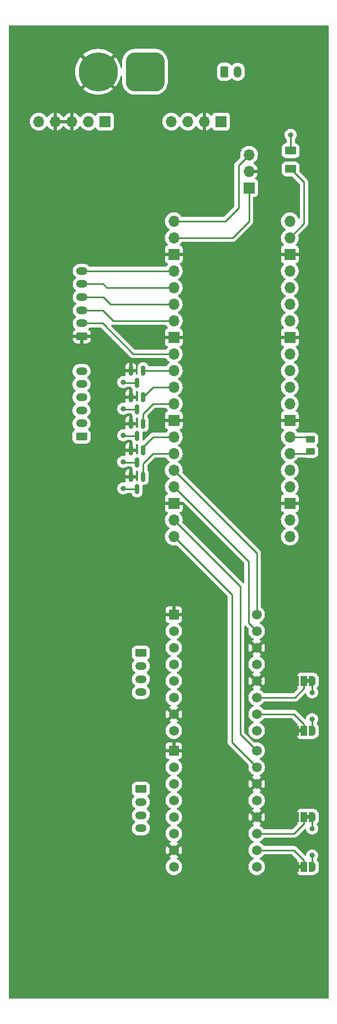
<source format=gbr>
%TF.GenerationSoftware,KiCad,Pcbnew,(6.0.11)*%
%TF.CreationDate,2023-04-04T20:38:18-04:00*%
%TF.ProjectId,ProtogenBackpackPCB,50726f74-6f67-4656-9e42-61636b706163,rev?*%
%TF.SameCoordinates,Original*%
%TF.FileFunction,Copper,L1,Top*%
%TF.FilePolarity,Positive*%
%FSLAX46Y46*%
G04 Gerber Fmt 4.6, Leading zero omitted, Abs format (unit mm)*
G04 Created by KiCad (PCBNEW (6.0.11)) date 2023-04-04 20:38:18*
%MOMM*%
%LPD*%
G01*
G04 APERTURE LIST*
G04 Aperture macros list*
%AMRoundRect*
0 Rectangle with rounded corners*
0 $1 Rounding radius*
0 $2 $3 $4 $5 $6 $7 $8 $9 X,Y pos of 4 corners*
0 Add a 4 corners polygon primitive as box body*
4,1,4,$2,$3,$4,$5,$6,$7,$8,$9,$2,$3,0*
0 Add four circle primitives for the rounded corners*
1,1,$1+$1,$2,$3*
1,1,$1+$1,$4,$5*
1,1,$1+$1,$6,$7*
1,1,$1+$1,$8,$9*
0 Add four rect primitives between the rounded corners*
20,1,$1+$1,$2,$3,$4,$5,0*
20,1,$1+$1,$4,$5,$6,$7,0*
20,1,$1+$1,$6,$7,$8,$9,0*
20,1,$1+$1,$8,$9,$2,$3,0*%
%AMFreePoly0*
4,1,22,0.550000,-0.750000,0.000000,-0.750000,0.000000,-0.745033,-0.079941,-0.743568,-0.215256,-0.701293,-0.333266,-0.622738,-0.424486,-0.514219,-0.481581,-0.384460,-0.499164,-0.250000,-0.500000,-0.250000,-0.500000,0.250000,-0.499164,0.250000,-0.499963,0.256109,-0.478152,0.396186,-0.417904,0.524511,-0.324060,0.630769,-0.204165,0.706417,-0.067858,0.745374,0.000000,0.744959,0.000000,0.750000,
0.550000,0.750000,0.550000,-0.750000,0.550000,-0.750000,$1*%
%AMFreePoly1*
4,1,20,0.000000,0.744959,0.073905,0.744508,0.209726,0.703889,0.328688,0.626782,0.421226,0.519385,0.479903,0.390333,0.500000,0.250000,0.500000,-0.250000,0.499851,-0.262216,0.476331,-0.402017,0.414519,-0.529596,0.319384,-0.634700,0.198574,-0.708877,0.061801,-0.746166,0.000000,-0.745033,0.000000,-0.750000,-0.550000,-0.750000,-0.550000,0.750000,0.000000,0.750000,0.000000,0.744959,
0.000000,0.744959,$1*%
G04 Aperture macros list end*
%TA.AperFunction,SMDPad,CuDef*%
%ADD10RoundRect,0.250000X-0.450000X0.262500X-0.450000X-0.262500X0.450000X-0.262500X0.450000X0.262500X0*%
%TD*%
%TA.AperFunction,SMDPad,CuDef*%
%ADD11FreePoly0,180.000000*%
%TD*%
%TA.AperFunction,SMDPad,CuDef*%
%ADD12R,1.000000X1.500000*%
%TD*%
%TA.AperFunction,SMDPad,CuDef*%
%ADD13FreePoly1,180.000000*%
%TD*%
%TA.AperFunction,SMDPad,CuDef*%
%ADD14FreePoly0,0.000000*%
%TD*%
%TA.AperFunction,SMDPad,CuDef*%
%ADD15FreePoly1,0.000000*%
%TD*%
%TA.AperFunction,ComponentPad*%
%ADD16RoundRect,0.250000X-0.350000X-0.625000X0.350000X-0.625000X0.350000X0.625000X-0.350000X0.625000X0*%
%TD*%
%TA.AperFunction,ComponentPad*%
%ADD17O,1.200000X1.750000*%
%TD*%
%TA.AperFunction,ComponentPad*%
%ADD18RoundRect,0.250000X0.625000X-0.350000X0.625000X0.350000X-0.625000X0.350000X-0.625000X-0.350000X0*%
%TD*%
%TA.AperFunction,ComponentPad*%
%ADD19O,1.750000X1.200000*%
%TD*%
%TA.AperFunction,SMDPad,CuDef*%
%ADD20RoundRect,0.150000X-0.150000X0.587500X-0.150000X-0.587500X0.150000X-0.587500X0.150000X0.587500X0*%
%TD*%
%TA.AperFunction,ComponentPad*%
%ADD21RoundRect,1.500000X1.500000X1.500000X-1.500000X1.500000X-1.500000X-1.500000X1.500000X-1.500000X0*%
%TD*%
%TA.AperFunction,ComponentPad*%
%ADD22C,6.000000*%
%TD*%
%TA.AperFunction,ComponentPad*%
%ADD23R,1.700000X1.700000*%
%TD*%
%TA.AperFunction,ComponentPad*%
%ADD24O,1.700000X1.700000*%
%TD*%
%TA.AperFunction,ComponentPad*%
%ADD25R,1.508000X1.508000*%
%TD*%
%TA.AperFunction,ComponentPad*%
%ADD26C,1.508000*%
%TD*%
%TA.AperFunction,SMDPad,CuDef*%
%ADD27RoundRect,0.250000X0.625000X-0.375000X0.625000X0.375000X-0.625000X0.375000X-0.625000X-0.375000X0*%
%TD*%
%TA.AperFunction,ComponentPad*%
%ADD28RoundRect,0.250000X-0.625000X0.350000X-0.625000X-0.350000X0.625000X-0.350000X0.625000X0.350000X0*%
%TD*%
%TA.AperFunction,ViaPad*%
%ADD29C,0.800000*%
%TD*%
%TA.AperFunction,ViaPad*%
%ADD30C,0.812800*%
%TD*%
%TA.AperFunction,Conductor*%
%ADD31C,0.254000*%
%TD*%
%TA.AperFunction,Conductor*%
%ADD32C,0.250000*%
%TD*%
G04 APERTURE END LIST*
%TO.C,JP4*%
G36*
X160920000Y-126538000D02*
G01*
X160420000Y-126538000D01*
X160420000Y-125938000D01*
X160920000Y-125938000D01*
X160920000Y-126538000D01*
G37*
%TO.C,JP3*%
G36*
X159620000Y-134158000D02*
G01*
X159120000Y-134158000D01*
X159120000Y-133558000D01*
X159620000Y-133558000D01*
X159620000Y-134158000D01*
G37*
%TO.C,JP2*%
G36*
X160920000Y-147366000D02*
G01*
X160420000Y-147366000D01*
X160420000Y-146766000D01*
X160920000Y-146766000D01*
X160920000Y-147366000D01*
G37*
%TO.C,JP1*%
G36*
X159620000Y-154986000D02*
G01*
X159120000Y-154986000D01*
X159120000Y-154386000D01*
X159620000Y-154386000D01*
X159620000Y-154986000D01*
G37*
%TD*%
D10*
%TO.P,R1,2*%
%TO.N,Net-(U1-Pad26)*%
X161036000Y-91082500D03*
%TO.P,R1,1*%
%TO.N,STEPPER_UART*%
X161036000Y-89257500D03*
%TD*%
D11*
%TO.P,JP4,1,A*%
%TO.N,VDD*%
X161320000Y-126238000D03*
D12*
%TO.P,JP4,2,C*%
%TO.N,M1_MS2*%
X160020000Y-126238000D03*
D13*
%TO.P,JP4,3,B*%
%TO.N,GND*%
X158720000Y-126238000D03*
%TD*%
D14*
%TO.P,JP3,1,A*%
%TO.N,GND*%
X158720000Y-133858000D03*
D12*
%TO.P,JP3,2,C*%
%TO.N,M1_MS1*%
X160020000Y-133858000D03*
D15*
%TO.P,JP3,3,B*%
%TO.N,VDD*%
X161320000Y-133858000D03*
%TD*%
D11*
%TO.P,JP2,1,A*%
%TO.N,VDD*%
X161320000Y-147066000D03*
D12*
%TO.P,JP2,2,C*%
%TO.N,M0_MS2*%
X160020000Y-147066000D03*
D13*
%TO.P,JP2,3,B*%
%TO.N,GND*%
X158720000Y-147066000D03*
%TD*%
D14*
%TO.P,JP1,1,A*%
%TO.N,GND*%
X158720000Y-154686000D03*
D12*
%TO.P,JP1,2,C*%
%TO.N,M0_MS1*%
X160020000Y-154686000D03*
D15*
%TO.P,JP1,3,B*%
%TO.N,VDD*%
X161320000Y-154686000D03*
%TD*%
D16*
%TO.P,SW1,1,A*%
%TO.N,Net-(BT1-Pad1)*%
X147860000Y-33020000D03*
D17*
%TO.P,SW1,2,B*%
%TO.N,+BATT*%
X149860000Y-33020000D03*
%TD*%
D18*
%TO.P,J5,1,Pin_1*%
%TO.N,GND*%
X125984000Y-73500000D03*
D19*
%TO.P,J5,2,Pin_2*%
%TO.N,BUTTON_4*%
X125984000Y-71500000D03*
%TO.P,J5,3,Pin_3*%
%TO.N,BUTTON_3*%
X125984000Y-69500000D03*
%TO.P,J5,4,Pin_4*%
%TO.N,BUTTON_2*%
X125984000Y-67500000D03*
%TO.P,J5,5,Pin_5*%
%TO.N,BUTTON_1*%
X125984000Y-65500000D03*
%TO.P,J5,6,Pin_6*%
%TO.N,BUTTON_0*%
X125984000Y-63500000D03*
%TD*%
D20*
%TO.P,Q3,1,G*%
%TO.N,Light_2*%
X135400000Y-86868000D03*
%TO.P,Q3,2,S*%
%TO.N,GND*%
X133500000Y-86868000D03*
%TO.P,Q3,3,D*%
%TO.N,Net-(J4-Pad4)*%
X134450000Y-88743000D03*
%TD*%
%TO.P,Q4,1,G*%
%TO.N,Light_3*%
X135400000Y-90932000D03*
%TO.P,Q4,2,S*%
%TO.N,GND*%
X133500000Y-90932000D03*
%TO.P,Q4,3,D*%
%TO.N,Net-(J4-Pad3)*%
X134450000Y-92807000D03*
%TD*%
D21*
%TO.P,BT1,1,+*%
%TO.N,Net-(BT1-Pad1)*%
X135680000Y-33020000D03*
D22*
%TO.P,BT1,2,-*%
%TO.N,GND*%
X128480000Y-33020000D03*
%TD*%
D23*
%TO.P,J1,1,Pin_1*%
%TO.N,VDD*%
X147320000Y-40640000D03*
D24*
%TO.P,J1,2,Pin_2*%
%TO.N,GND*%
X144780000Y-40640000D03*
%TO.P,J1,3,Pin_3*%
%TO.N,+BATT*%
X142240000Y-40640000D03*
%TO.P,J1,4,Pin_4*%
%TO.N,/~{SHDN}*%
X139700000Y-40640000D03*
%TD*%
D20*
%TO.P,Q1,1,G*%
%TO.N,Light_0*%
X135382000Y-78740000D03*
%TO.P,Q1,2,S*%
%TO.N,GND*%
X133482000Y-78740000D03*
%TO.P,Q1,3,D*%
%TO.N,Net-(J4-Pad6)*%
X134432000Y-80615000D03*
%TD*%
D18*
%TO.P,J4,1,Pin_1*%
%TO.N,+12V*%
X125942000Y-88820000D03*
D19*
%TO.P,J4,2,Pin_2*%
%TO.N,Net-(J4-Pad2)*%
X125942000Y-86820000D03*
%TO.P,J4,3,Pin_3*%
%TO.N,Net-(J4-Pad3)*%
X125942000Y-84820000D03*
%TO.P,J4,4,Pin_4*%
%TO.N,Net-(J4-Pad4)*%
X125942000Y-82820000D03*
%TO.P,J4,5,Pin_5*%
%TO.N,Net-(J4-Pad5)*%
X125942000Y-80820000D03*
%TO.P,J4,6,Pin_6*%
%TO.N,Net-(J4-Pad6)*%
X125942000Y-78820000D03*
%TD*%
D25*
%TO.P,U3,1,GND*%
%TO.N,GND*%
X140079500Y-116078000D03*
D26*
%TO.P,U3,2,VIO*%
%TO.N,VDD*%
X140079500Y-118618000D03*
%TO.P,U3,3,M1B*%
%TO.N,M2A-*%
X140079500Y-121158000D03*
%TO.P,U3,4,M1A*%
%TO.N,M2A+*%
X140079500Y-123698000D03*
%TO.P,U3,5,M2A*%
%TO.N,M2B+*%
X140079500Y-126238000D03*
%TO.P,U3,6,M2B*%
%TO.N,M2B-*%
X140079500Y-128778000D03*
%TO.P,U3,7,GND*%
%TO.N,GND*%
X140079500Y-131318000D03*
%TO.P,U3,8,VM*%
%TO.N,+12V*%
X140079500Y-133858000D03*
%TO.P,U3,9,DIR*%
%TO.N,BOT_DIR*%
X152779500Y-116078000D03*
%TO.P,U3,10,STEP*%
%TO.N,BOT_REEL_STEP*%
X152779500Y-118618000D03*
%TO.P,U3,11,PDN*%
%TO.N,GND*%
X152779500Y-121158000D03*
%TO.P,U3,12,UART*%
%TO.N,STEPPER_UART*%
X152779500Y-123698000D03*
%TO.P,U3,13,SPRD*%
%TO.N,GND*%
X152779500Y-126238000D03*
%TO.P,U3,14,MS2*%
%TO.N,M1_MS2*%
X152779500Y-128778000D03*
%TO.P,U3,15,MS1*%
%TO.N,M1_MS1*%
X152779500Y-131318000D03*
%TO.P,U3,16,~{EN}*%
%TO.N,REEL_~{EN}*%
X152779500Y-133858000D03*
%TD*%
D27*
%TO.P,D1,1,K*%
%TO.N,Net-(D1-Pad1)*%
X157988000Y-47882000D03*
%TO.P,D1,2,A*%
%TO.N,VDD*%
X157988000Y-45082000D03*
%TD*%
D23*
%TO.P,J3,1,Pin_1*%
%TO.N,DBG_UART_TX*%
X151613000Y-50785000D03*
D24*
%TO.P,J3,2,Pin_2*%
%TO.N,GND*%
X151613000Y-48245000D03*
%TO.P,J3,3,Pin_3*%
%TO.N,DBG_UART_RX*%
X151613000Y-45705000D03*
%TD*%
D28*
%TO.P,M1,1,Pin_1*%
%TO.N,M1A-*%
X135043000Y-142796000D03*
D19*
%TO.P,M1,2,Pin_2*%
%TO.N,M1A+*%
X135043000Y-144796000D03*
%TO.P,M1,3,Pin_3*%
%TO.N,M1B+*%
X135043000Y-146796000D03*
%TO.P,M1,4,Pin_4*%
%TO.N,M1B-*%
X135043000Y-148796000D03*
%TD*%
D23*
%TO.P,J2,1,Pin_1*%
%TO.N,/EN*%
X129540000Y-40640000D03*
D24*
%TO.P,J2,2,Pin_2*%
%TO.N,+BATT*%
X127000000Y-40640000D03*
%TO.P,J2,3,Pin_3*%
%TO.N,GND*%
X124460000Y-40640000D03*
%TO.P,J2,4,Pin_4*%
X121920000Y-40640000D03*
%TO.P,J2,5,Pin_5*%
%TO.N,+12V*%
X119380000Y-40640000D03*
%TD*%
%TO.P,U1,1,GPIO0*%
%TO.N,DBG_UART_RX*%
X140081000Y-55880000D03*
%TO.P,U1,2,GPIO1*%
%TO.N,DBG_UART_TX*%
X140081000Y-58420000D03*
D23*
%TO.P,U1,3,GND*%
%TO.N,GND*%
X140081000Y-60960000D03*
D24*
%TO.P,U1,4,GPIO2*%
%TO.N,BUTTON_0*%
X140081000Y-63500000D03*
%TO.P,U1,5,GPIO3*%
%TO.N,BUTTON_1*%
X140081000Y-66040000D03*
%TO.P,U1,6,GPIO4*%
%TO.N,BUTTON_2*%
X140081000Y-68580000D03*
%TO.P,U1,7,GPIO5*%
%TO.N,BUTTON_3*%
X140081000Y-71120000D03*
D23*
%TO.P,U1,8,GND*%
%TO.N,GND*%
X140081000Y-73660000D03*
D24*
%TO.P,U1,9,GPIO6*%
%TO.N,BUTTON_4*%
X140081000Y-76200000D03*
%TO.P,U1,10,GPIO7*%
%TO.N,Light_0*%
X140081000Y-78740000D03*
%TO.P,U1,11,GPIO8*%
%TO.N,Light_1*%
X140081000Y-81280000D03*
%TO.P,U1,12,GPIO9*%
%TO.N,Light_2*%
X140081000Y-83820000D03*
D23*
%TO.P,U1,13,GND*%
%TO.N,GND*%
X140081000Y-86360000D03*
D24*
%TO.P,U1,14,GPIO10*%
%TO.N,Light_3*%
X140081000Y-88900000D03*
%TO.P,U1,15,GPIO11*%
%TO.N,Light_4*%
X140081000Y-91440000D03*
%TO.P,U1,16,GPIO12*%
%TO.N,BOT_DIR*%
X140081000Y-93980000D03*
%TO.P,U1,17,GPIO13*%
%TO.N,BOT_REEL_STEP*%
X140081000Y-96520000D03*
D23*
%TO.P,U1,18,GND*%
%TO.N,GND*%
X140081000Y-99060000D03*
D24*
%TO.P,U1,19,GPIO14*%
%TO.N,TOP_DIR*%
X140081000Y-101600000D03*
%TO.P,U1,20,GPIO15*%
%TO.N,TOP_REEL_STEP*%
X140081000Y-104140000D03*
%TO.P,U1,21,GPIO16*%
%TO.N,REEL_~{EN}*%
X157861000Y-104140000D03*
%TO.P,U1,22,GPIO17*%
%TO.N,unconnected-(U1-Pad22)*%
X157861000Y-101600000D03*
D23*
%TO.P,U1,23,GND*%
%TO.N,GND*%
X157861000Y-99060000D03*
D24*
%TO.P,U1,24,GPIO18*%
%TO.N,unconnected-(U1-Pad24)*%
X157861000Y-96520000D03*
%TO.P,U1,25,GPIO19*%
%TO.N,unconnected-(U1-Pad25)*%
X157861000Y-93980000D03*
%TO.P,U1,26,GPIO20*%
%TO.N,Net-(U1-Pad26)*%
X157861000Y-91440000D03*
%TO.P,U1,27,GPIO21*%
%TO.N,STEPPER_UART*%
X157861000Y-88900000D03*
D23*
%TO.P,U1,28,GND*%
%TO.N,GND*%
X157861000Y-86360000D03*
D24*
%TO.P,U1,29,GPIO22*%
%TO.N,unconnected-(U1-Pad29)*%
X157861000Y-83820000D03*
%TO.P,U1,30,RUN*%
%TO.N,unconnected-(U1-Pad30)*%
X157861000Y-81280000D03*
%TO.P,U1,31,GPIO26_ADC0*%
%TO.N,unconnected-(U1-Pad31)*%
X157861000Y-78740000D03*
%TO.P,U1,32,GPIO27_ADC1*%
%TO.N,unconnected-(U1-Pad32)*%
X157861000Y-76200000D03*
D23*
%TO.P,U1,33,AGND*%
%TO.N,GND*%
X157861000Y-73660000D03*
D24*
%TO.P,U1,34,GPIO28_ADC2*%
%TO.N,unconnected-(U1-Pad34)*%
X157861000Y-71120000D03*
%TO.P,U1,35,ADC_VREF*%
%TO.N,unconnected-(U1-Pad35)*%
X157861000Y-68580000D03*
%TO.P,U1,36,3V3*%
%TO.N,unconnected-(U1-Pad36)*%
X157861000Y-66040000D03*
%TO.P,U1,37,3V3_EN*%
%TO.N,unconnected-(U1-Pad37)*%
X157861000Y-63500000D03*
D23*
%TO.P,U1,38,GND*%
%TO.N,GND*%
X157861000Y-60960000D03*
D24*
%TO.P,U1,39,VSYS*%
%TO.N,Net-(D1-Pad1)*%
X157861000Y-58420000D03*
%TO.P,U1,40,VBUS*%
%TO.N,unconnected-(U1-Pad40)*%
X157861000Y-55880000D03*
%TD*%
D28*
%TO.P,M2,1,Pin_1*%
%TO.N,M2A-*%
X135043000Y-121968000D03*
D19*
%TO.P,M2,2,Pin_2*%
%TO.N,M2A+*%
X135043000Y-123968000D03*
%TO.P,M2,3,Pin_3*%
%TO.N,M2B+*%
X135043000Y-125968000D03*
%TO.P,M2,4,Pin_4*%
%TO.N,M2B-*%
X135043000Y-127968000D03*
%TD*%
D20*
%TO.P,Q5,1,G*%
%TO.N,Light_4*%
X135400000Y-94996000D03*
%TO.P,Q5,2,S*%
%TO.N,GND*%
X133500000Y-94996000D03*
%TO.P,Q5,3,D*%
%TO.N,Net-(J4-Pad2)*%
X134450000Y-96871000D03*
%TD*%
%TO.P,Q2,1,G*%
%TO.N,Light_1*%
X135400000Y-82804000D03*
%TO.P,Q2,2,S*%
%TO.N,GND*%
X133500000Y-82804000D03*
%TO.P,Q2,3,D*%
%TO.N,Net-(J4-Pad5)*%
X134450000Y-84679000D03*
%TD*%
D25*
%TO.P,U2,1,GND*%
%TO.N,GND*%
X140081000Y-136906000D03*
D26*
%TO.P,U2,2,VIO*%
%TO.N,VDD*%
X140081000Y-139446000D03*
%TO.P,U2,3,M1B*%
%TO.N,M1A-*%
X140081000Y-141986000D03*
%TO.P,U2,4,M1A*%
%TO.N,M1A+*%
X140081000Y-144526000D03*
%TO.P,U2,5,M2A*%
%TO.N,M1B+*%
X140081000Y-147066000D03*
%TO.P,U2,6,M2B*%
%TO.N,M1B-*%
X140081000Y-149606000D03*
%TO.P,U2,7,GND*%
%TO.N,GND*%
X140081000Y-152146000D03*
%TO.P,U2,8,VM*%
%TO.N,+12V*%
X140081000Y-154686000D03*
%TO.P,U2,9,DIR*%
%TO.N,TOP_DIR*%
X152781000Y-136906000D03*
%TO.P,U2,10,STEP*%
%TO.N,TOP_REEL_STEP*%
X152781000Y-139446000D03*
%TO.P,U2,11,PDN*%
%TO.N,GND*%
X152781000Y-141986000D03*
%TO.P,U2,12,UART*%
%TO.N,STEPPER_UART*%
X152781000Y-144526000D03*
%TO.P,U2,13,SPRD*%
%TO.N,GND*%
X152781000Y-147066000D03*
%TO.P,U2,14,MS2*%
%TO.N,M0_MS2*%
X152781000Y-149606000D03*
%TO.P,U2,15,MS1*%
%TO.N,M0_MS1*%
X152781000Y-152146000D03*
%TO.P,U2,16,~{EN}*%
%TO.N,REEL_~{EN}*%
X152781000Y-154686000D03*
%TD*%
D29*
%TO.N,VDD*%
X161290000Y-132080000D03*
X161290000Y-128016000D03*
X161290000Y-148844000D03*
X161290000Y-152938000D03*
D30*
X157988000Y-42672000D03*
%TO.N,Net-(J4-Pad2)*%
X132334000Y-96774000D03*
%TO.N,Net-(J4-Pad3)*%
X132334000Y-92710000D03*
%TO.N,Net-(J4-Pad4)*%
X132334000Y-88646000D03*
%TO.N,Net-(J4-Pad5)*%
X132334000Y-84582000D03*
%TO.N,Net-(J4-Pad6)*%
X132334000Y-80518000D03*
%TD*%
D31*
%TO.N,DBG_UART_TX*%
X149098000Y-58420000D02*
X151613000Y-55905000D01*
%TO.N,DBG_UART_RX*%
X147955000Y-55880000D02*
X149987000Y-53848000D01*
%TO.N,BUTTON_1*%
X129254000Y-65500000D02*
X129794000Y-66040000D01*
%TO.N,BUTTON_2*%
X129286000Y-67500000D02*
X130366000Y-68580000D01*
%TO.N,BUTTON_3*%
X129190000Y-69500000D02*
X130810000Y-71120000D01*
D32*
%TO.N,VDD*%
X161290000Y-126268000D02*
X161290000Y-128016000D01*
X161290000Y-133828000D02*
X161290000Y-132080000D01*
X161290000Y-148844000D02*
X161290000Y-147096000D01*
X161290000Y-152938000D02*
X161290000Y-154656000D01*
%TO.N,M1_MS2*%
X158623000Y-128778000D02*
X160020000Y-127381000D01*
X160020000Y-127381000D02*
X160020000Y-126492000D01*
X152779500Y-128778000D02*
X158623000Y-128778000D01*
%TO.N,M1_MS1*%
X160020000Y-132842000D02*
X160020000Y-133858000D01*
X158496000Y-131318000D02*
X160020000Y-132842000D01*
X152779500Y-131318000D02*
X158496000Y-131318000D01*
%TO.N,M0_MS2*%
X160020000Y-148082000D02*
X160020000Y-147066000D01*
X158496000Y-149606000D02*
X160020000Y-148082000D01*
X152781000Y-149606000D02*
X158496000Y-149606000D01*
%TO.N,M0_MS1*%
X160020000Y-153686000D02*
X160020000Y-154686000D01*
X158480000Y-152146000D02*
X160020000Y-153686000D01*
X152781000Y-152146000D02*
X158480000Y-152146000D01*
%TO.N,TOP_REEL_STEP*%
X148971000Y-135636000D02*
X152781000Y-139446000D01*
X148971000Y-113030000D02*
X148971000Y-135636000D01*
X140081000Y-104140000D02*
X148971000Y-113030000D01*
%TO.N,TOP_DIR*%
X150241000Y-134366000D02*
X152781000Y-136906000D01*
X150241000Y-111760000D02*
X150241000Y-134366000D01*
X140081000Y-101600000D02*
X150241000Y-111760000D01*
%TO.N,BOT_REEL_STEP*%
X151511000Y-117349500D02*
X152779500Y-118618000D01*
X151511000Y-107950000D02*
X151511000Y-117349500D01*
X140081000Y-96520000D02*
X151511000Y-107950000D01*
%TO.N,BOT_DIR*%
X152779500Y-106678500D02*
X152779500Y-116078000D01*
X140081000Y-93980000D02*
X152779500Y-106678500D01*
%TO.N,Net-(U1-Pad26)*%
X157861000Y-91440000D02*
X160678500Y-91440000D01*
%TO.N,STEPPER_UART*%
X157861000Y-88900000D02*
X160678500Y-88900000D01*
D31*
%TO.N,VDD*%
X157988000Y-45082000D02*
X157988000Y-42672000D01*
%TO.N,DBG_UART_TX*%
X151613000Y-55905000D02*
X151613000Y-50785000D01*
X140081000Y-58420000D02*
X149098000Y-58420000D01*
%TO.N,DBG_UART_RX*%
X140081000Y-55880000D02*
X147955000Y-55880000D01*
X149987000Y-47331000D02*
X151613000Y-45705000D01*
X149987000Y-53848000D02*
X149987000Y-47331000D01*
%TO.N,Net-(D1-Pad1)*%
X160020000Y-49914000D02*
X160020000Y-56261000D01*
X160020000Y-56261000D02*
X157861000Y-58420000D01*
X157988000Y-47882000D02*
X160020000Y-49914000D01*
%TO.N,Light_0*%
X135382000Y-78740000D02*
X140081000Y-78740000D01*
%TO.N,Light_1*%
X136924000Y-81280000D02*
X140081000Y-81280000D01*
X135400000Y-82804000D02*
X136924000Y-81280000D01*
%TO.N,Light_2*%
X136906000Y-83820000D02*
X140081000Y-83820000D01*
X135400000Y-86868000D02*
X135400000Y-85326000D01*
X135400000Y-85326000D02*
X136906000Y-83820000D01*
%TO.N,Light_3*%
X135400000Y-90406000D02*
X136906000Y-88900000D01*
X136906000Y-88900000D02*
X140081000Y-88900000D01*
%TO.N,Light_4*%
X135400000Y-92946000D02*
X136906000Y-91440000D01*
X136906000Y-91440000D02*
X140081000Y-91440000D01*
X135400000Y-94996000D02*
X135400000Y-92946000D01*
%TO.N,BUTTON_0*%
X140081000Y-63500000D02*
X125984000Y-63500000D01*
%TO.N,BUTTON_1*%
X125984000Y-65500000D02*
X129254000Y-65500000D01*
X129794000Y-66040000D02*
X140081000Y-66040000D01*
%TO.N,BUTTON_2*%
X125984000Y-67500000D02*
X129286000Y-67500000D01*
X130366000Y-68580000D02*
X140081000Y-68580000D01*
%TO.N,BUTTON_3*%
X125984000Y-69500000D02*
X129190000Y-69500000D01*
X130810000Y-71120000D02*
X140081000Y-71120000D01*
%TO.N,BUTTON_4*%
X125984000Y-71500000D02*
X129158000Y-71500000D01*
X133858000Y-76200000D02*
X140081000Y-76200000D01*
X129158000Y-71500000D02*
X133858000Y-76200000D01*
%TO.N,Net-(J4-Pad2)*%
X132334000Y-96774000D02*
X132431000Y-96871000D01*
X132431000Y-96871000D02*
X134450000Y-96871000D01*
%TO.N,Net-(J4-Pad3)*%
X132431000Y-92807000D02*
X134450000Y-92807000D01*
X132334000Y-92710000D02*
X132431000Y-92807000D01*
%TO.N,Net-(J4-Pad4)*%
X132431000Y-88743000D02*
X134450000Y-88743000D01*
X132334000Y-88646000D02*
X132431000Y-88743000D01*
%TO.N,Net-(J4-Pad5)*%
X132334000Y-84582000D02*
X132431000Y-84679000D01*
X132431000Y-84679000D02*
X134450000Y-84679000D01*
%TO.N,Net-(J4-Pad6)*%
X132431000Y-80615000D02*
X134432000Y-80615000D01*
X132334000Y-80518000D02*
X132431000Y-80615000D01*
%TD*%
%TA.AperFunction,Conductor*%
%TO.N,GND*%
G36*
X163733621Y-25928502D02*
G01*
X163780114Y-25982158D01*
X163791500Y-26034500D01*
X163791500Y-174765500D01*
X163771498Y-174833621D01*
X163717842Y-174880114D01*
X163665500Y-174891500D01*
X114934500Y-174891500D01*
X114866379Y-174871498D01*
X114819886Y-174817842D01*
X114808500Y-174765500D01*
X114808500Y-154686000D01*
X138813677Y-154686000D01*
X138832930Y-154906068D01*
X138890106Y-155119450D01*
X138892428Y-155124431D01*
X138892429Y-155124432D01*
X138980627Y-155313572D01*
X138983466Y-155319661D01*
X139110174Y-155500620D01*
X139266380Y-155656826D01*
X139270888Y-155659983D01*
X139270891Y-155659985D01*
X139417224Y-155762448D01*
X139447338Y-155783534D01*
X139452320Y-155785857D01*
X139452325Y-155785860D01*
X139642568Y-155874571D01*
X139647550Y-155876894D01*
X139652858Y-155878316D01*
X139652860Y-155878317D01*
X139663728Y-155881229D01*
X139860932Y-155934070D01*
X140081000Y-155953323D01*
X140301068Y-155934070D01*
X140498272Y-155881229D01*
X140509140Y-155878317D01*
X140509142Y-155878316D01*
X140514450Y-155876894D01*
X140519432Y-155874571D01*
X140709675Y-155785860D01*
X140709680Y-155785857D01*
X140714662Y-155783534D01*
X140744776Y-155762448D01*
X140891109Y-155659985D01*
X140891112Y-155659983D01*
X140895620Y-155656826D01*
X141051826Y-155500620D01*
X141178534Y-155319661D01*
X141181374Y-155313572D01*
X141269571Y-155124432D01*
X141269572Y-155124431D01*
X141271894Y-155119450D01*
X141329070Y-154906068D01*
X141348323Y-154686000D01*
X151513677Y-154686000D01*
X151532930Y-154906068D01*
X151590106Y-155119450D01*
X151592428Y-155124431D01*
X151592429Y-155124432D01*
X151680627Y-155313572D01*
X151683466Y-155319661D01*
X151810174Y-155500620D01*
X151966380Y-155656826D01*
X151970888Y-155659983D01*
X151970891Y-155659985D01*
X152117224Y-155762448D01*
X152147338Y-155783534D01*
X152152320Y-155785857D01*
X152152325Y-155785860D01*
X152342568Y-155874571D01*
X152347550Y-155876894D01*
X152352858Y-155878316D01*
X152352860Y-155878317D01*
X152363728Y-155881229D01*
X152560932Y-155934070D01*
X152781000Y-155953323D01*
X153001068Y-155934070D01*
X153198272Y-155881229D01*
X153209140Y-155878317D01*
X153209142Y-155878316D01*
X153214450Y-155876894D01*
X153219432Y-155874571D01*
X153409675Y-155785860D01*
X153409680Y-155785857D01*
X153414662Y-155783534D01*
X153444776Y-155762448D01*
X153591109Y-155659985D01*
X153591112Y-155659983D01*
X153595620Y-155656826D01*
X153751826Y-155500620D01*
X153878534Y-155319661D01*
X153881374Y-155313572D01*
X153969571Y-155124432D01*
X153969572Y-155124431D01*
X153971894Y-155119450D01*
X154029070Y-154906068D01*
X154048323Y-154686000D01*
X154029070Y-154465932D01*
X153971894Y-154252550D01*
X153969571Y-154247568D01*
X153880857Y-154057320D01*
X153880855Y-154057317D01*
X153878534Y-154052339D01*
X153751826Y-153871380D01*
X153595620Y-153715174D01*
X153591112Y-153712017D01*
X153591109Y-153712015D01*
X153419171Y-153591623D01*
X153419168Y-153591621D01*
X153414662Y-153588466D01*
X153409680Y-153586143D01*
X153409675Y-153586140D01*
X153289699Y-153530195D01*
X153236414Y-153483278D01*
X153216953Y-153415001D01*
X153237495Y-153347041D01*
X153289699Y-153301805D01*
X153409675Y-153245860D01*
X153409680Y-153245857D01*
X153414662Y-153243534D01*
X153419792Y-153239942D01*
X153591109Y-153119985D01*
X153591112Y-153119983D01*
X153595620Y-153116826D01*
X153751826Y-152960620D01*
X153840150Y-152834479D01*
X153841025Y-152833230D01*
X153896482Y-152788901D01*
X153944238Y-152779500D01*
X158165405Y-152779500D01*
X158233526Y-152799502D01*
X158254501Y-152816405D01*
X159027838Y-153589743D01*
X159061863Y-153652055D01*
X159056724Y-153723067D01*
X159021029Y-153818282D01*
X159021027Y-153818288D01*
X159018255Y-153825684D01*
X159011500Y-153887866D01*
X159011500Y-155484134D01*
X159018255Y-155546316D01*
X159069385Y-155682705D01*
X159156739Y-155799261D01*
X159273295Y-155886615D01*
X159409684Y-155937745D01*
X159471866Y-155944500D01*
X160568134Y-155944500D01*
X160630316Y-155937745D01*
X160630611Y-155937634D01*
X160672627Y-155935729D01*
X160765554Y-155949090D01*
X160765557Y-155949090D01*
X160770000Y-155949729D01*
X161307322Y-155949729D01*
X161309630Y-155949750D01*
X161373020Y-155950912D01*
X161424496Y-155944500D01*
X161513128Y-155933460D01*
X161513132Y-155933459D01*
X161517565Y-155932907D01*
X161655745Y-155895234D01*
X161659862Y-155893452D01*
X161659866Y-155893451D01*
X161785296Y-155839173D01*
X161785301Y-155839171D01*
X161789420Y-155837388D01*
X161911472Y-155762448D01*
X162023540Y-155669408D01*
X162119654Y-155563224D01*
X162126068Y-155553715D01*
X162198599Y-155446183D01*
X162198602Y-155446178D01*
X162201107Y-155442464D01*
X162263554Y-155313572D01*
X162307838Y-155174812D01*
X162331600Y-155033574D01*
X162338682Y-154954627D01*
X162338833Y-154942285D01*
X162333995Y-154867964D01*
X162333729Y-154859779D01*
X162333729Y-154515481D01*
X162334233Y-154504223D01*
X162338464Y-154457053D01*
X162338682Y-154454627D01*
X162338833Y-154442285D01*
X162333683Y-154363171D01*
X162333109Y-154359160D01*
X162314016Y-154225839D01*
X162314015Y-154225833D01*
X162313379Y-154221394D01*
X162272497Y-154081590D01*
X162213217Y-153951211D01*
X162210805Y-153947440D01*
X162210801Y-153947432D01*
X162137157Y-153832279D01*
X162137156Y-153832278D01*
X162134742Y-153828503D01*
X162041252Y-153720002D01*
X162007283Y-153690369D01*
X161969098Y-153630515D01*
X161969335Y-153559519D01*
X161996476Y-153511110D01*
X162024621Y-153479852D01*
X162024622Y-153479851D01*
X162029040Y-153474944D01*
X162087314Y-153374010D01*
X162121223Y-153315279D01*
X162121224Y-153315278D01*
X162124527Y-153309556D01*
X162183542Y-153127928D01*
X162185119Y-153112929D01*
X162202814Y-152944565D01*
X162203504Y-152938000D01*
X162190724Y-152816405D01*
X162184232Y-152754635D01*
X162184232Y-152754633D01*
X162183542Y-152748072D01*
X162124527Y-152566444D01*
X162096571Y-152518022D01*
X162032341Y-152406774D01*
X162029040Y-152401056D01*
X161992604Y-152360589D01*
X161905675Y-152264045D01*
X161905674Y-152264044D01*
X161901253Y-152259134D01*
X161746752Y-152146882D01*
X161740724Y-152144198D01*
X161740722Y-152144197D01*
X161578319Y-152071891D01*
X161578318Y-152071891D01*
X161572288Y-152069206D01*
X161478888Y-152049353D01*
X161391944Y-152030872D01*
X161391939Y-152030872D01*
X161385487Y-152029500D01*
X161194513Y-152029500D01*
X161188061Y-152030872D01*
X161188056Y-152030872D01*
X161101112Y-152049353D01*
X161007712Y-152069206D01*
X161001682Y-152071891D01*
X161001681Y-152071891D01*
X160839278Y-152144197D01*
X160839276Y-152144198D01*
X160833248Y-152146882D01*
X160678747Y-152259134D01*
X160674326Y-152264044D01*
X160674325Y-152264045D01*
X160587397Y-152360589D01*
X160550960Y-152401056D01*
X160547659Y-152406774D01*
X160483430Y-152518022D01*
X160455473Y-152566444D01*
X160396458Y-152748072D01*
X160395768Y-152754633D01*
X160395768Y-152754635D01*
X160384270Y-152864036D01*
X160357257Y-152929693D01*
X160299035Y-152970323D01*
X160228090Y-152973026D01*
X160169865Y-152939961D01*
X159636679Y-152406774D01*
X158983652Y-151753747D01*
X158976112Y-151745461D01*
X158972000Y-151738982D01*
X158922348Y-151692356D01*
X158919507Y-151689602D01*
X158899770Y-151669865D01*
X158896573Y-151667385D01*
X158887551Y-151659680D01*
X158861100Y-151634841D01*
X158855321Y-151629414D01*
X158848375Y-151625595D01*
X158848372Y-151625593D01*
X158837566Y-151619652D01*
X158821047Y-151608801D01*
X158820583Y-151608441D01*
X158805041Y-151596386D01*
X158797772Y-151593241D01*
X158797768Y-151593238D01*
X158764463Y-151578826D01*
X158753813Y-151573609D01*
X158715060Y-151552305D01*
X158695437Y-151547267D01*
X158676734Y-151540863D01*
X158665420Y-151535967D01*
X158665419Y-151535967D01*
X158658145Y-151532819D01*
X158650322Y-151531580D01*
X158650312Y-151531577D01*
X158614476Y-151525901D01*
X158602856Y-151523495D01*
X158567711Y-151514472D01*
X158567710Y-151514472D01*
X158560030Y-151512500D01*
X158539776Y-151512500D01*
X158520065Y-151510949D01*
X158507886Y-151509020D01*
X158500057Y-151507780D01*
X158492165Y-151508526D01*
X158456039Y-151511941D01*
X158444181Y-151512500D01*
X153944238Y-151512500D01*
X153876117Y-151492498D01*
X153841025Y-151458770D01*
X153754985Y-151335892D01*
X153751826Y-151331380D01*
X153595620Y-151175174D01*
X153591112Y-151172017D01*
X153591109Y-151172015D01*
X153419171Y-151051623D01*
X153419168Y-151051621D01*
X153414662Y-151048466D01*
X153409680Y-151046143D01*
X153409675Y-151046140D01*
X153289699Y-150990195D01*
X153236414Y-150943278D01*
X153216953Y-150875001D01*
X153237495Y-150807041D01*
X153289699Y-150761805D01*
X153409675Y-150705860D01*
X153409680Y-150705857D01*
X153414662Y-150703534D01*
X153419171Y-150700377D01*
X153591109Y-150579985D01*
X153591112Y-150579983D01*
X153595620Y-150576826D01*
X153751826Y-150420620D01*
X153841025Y-150293230D01*
X153896482Y-150248901D01*
X153944238Y-150239500D01*
X158417233Y-150239500D01*
X158428416Y-150240027D01*
X158435909Y-150241702D01*
X158443835Y-150241453D01*
X158443836Y-150241453D01*
X158503986Y-150239562D01*
X158507945Y-150239500D01*
X158535856Y-150239500D01*
X158539791Y-150239003D01*
X158539856Y-150238995D01*
X158551693Y-150238062D01*
X158583951Y-150237048D01*
X158587970Y-150236922D01*
X158595889Y-150236673D01*
X158615343Y-150231021D01*
X158634700Y-150227013D01*
X158646930Y-150225468D01*
X158646931Y-150225468D01*
X158654797Y-150224474D01*
X158662168Y-150221555D01*
X158662170Y-150221555D01*
X158695912Y-150208196D01*
X158707142Y-150204351D01*
X158741983Y-150194229D01*
X158741984Y-150194229D01*
X158749593Y-150192018D01*
X158756412Y-150187985D01*
X158756417Y-150187983D01*
X158767028Y-150181707D01*
X158784776Y-150173012D01*
X158803617Y-150165552D01*
X158839387Y-150139564D01*
X158849307Y-150133048D01*
X158880535Y-150114580D01*
X158880538Y-150114578D01*
X158887362Y-150110542D01*
X158901683Y-150096221D01*
X158916717Y-150083380D01*
X158926694Y-150076131D01*
X158933107Y-150071472D01*
X158961298Y-150037395D01*
X158969288Y-150028616D01*
X160168533Y-148829371D01*
X160230845Y-148795345D01*
X160301660Y-148800410D01*
X160358496Y-148842957D01*
X160382938Y-148905295D01*
X160390508Y-148977320D01*
X160396458Y-149033928D01*
X160455473Y-149215556D01*
X160550960Y-149380944D01*
X160555378Y-149385851D01*
X160555379Y-149385852D01*
X160610587Y-149447167D01*
X160678747Y-149522866D01*
X160833248Y-149635118D01*
X160839276Y-149637802D01*
X160839278Y-149637803D01*
X160902017Y-149665736D01*
X161007712Y-149712794D01*
X161101112Y-149732647D01*
X161188056Y-149751128D01*
X161188061Y-149751128D01*
X161194513Y-149752500D01*
X161385487Y-149752500D01*
X161391939Y-149751128D01*
X161391944Y-149751128D01*
X161478888Y-149732647D01*
X161572288Y-149712794D01*
X161677983Y-149665736D01*
X161740722Y-149637803D01*
X161740724Y-149637802D01*
X161746752Y-149635118D01*
X161901253Y-149522866D01*
X161969413Y-149447167D01*
X162024621Y-149385852D01*
X162024622Y-149385851D01*
X162029040Y-149380944D01*
X162124527Y-149215556D01*
X162183542Y-149033928D01*
X162192059Y-148952899D01*
X162202814Y-148850565D01*
X162203504Y-148844000D01*
X162198390Y-148795345D01*
X162184232Y-148660635D01*
X162184232Y-148660633D01*
X162183542Y-148654072D01*
X162124527Y-148472444D01*
X162029040Y-148307056D01*
X161981466Y-148254219D01*
X161950749Y-148190212D01*
X161959514Y-148119758D01*
X161993440Y-148073956D01*
X162029034Y-148043663D01*
X162032452Y-148040754D01*
X162127260Y-147933403D01*
X162131916Y-147926316D01*
X162204764Y-147815414D01*
X162207226Y-147811666D01*
X162209239Y-147807380D01*
X162261383Y-147696317D01*
X162268095Y-147682021D01*
X162310683Y-147542723D01*
X162314420Y-147518725D01*
X162326266Y-147442637D01*
X162332717Y-147401205D01*
X162334497Y-147255562D01*
X162333937Y-147251277D01*
X162333729Y-147244240D01*
X162333729Y-146854953D01*
X162333727Y-146854953D01*
X162333318Y-146851984D01*
X162333325Y-146851411D01*
X162334496Y-146755562D01*
X162315926Y-146613548D01*
X162276755Y-146473252D01*
X162219072Y-146342159D01*
X162159447Y-146246368D01*
X162144470Y-146222306D01*
X162144467Y-146222302D01*
X162142103Y-146218504D01*
X162137931Y-146213540D01*
X162052831Y-146112301D01*
X162052830Y-146112300D01*
X162049946Y-146108869D01*
X161941361Y-146011782D01*
X161937628Y-146009297D01*
X161937624Y-146009294D01*
X161825865Y-145934901D01*
X161825863Y-145934900D01*
X161822136Y-145932419D01*
X161690667Y-145869711D01*
X161686388Y-145868374D01*
X161686385Y-145868373D01*
X161558240Y-145828338D01*
X161558242Y-145828338D01*
X161553961Y-145827001D01*
X161549537Y-145826284D01*
X161549535Y-145826284D01*
X161492393Y-145817029D01*
X161410179Y-145803713D01*
X161340298Y-145802432D01*
X161271461Y-145801170D01*
X161271459Y-145801170D01*
X161266980Y-145801088D01*
X161262535Y-145801641D01*
X161258056Y-145801878D01*
X161258049Y-145801751D01*
X161249661Y-145802271D01*
X160770000Y-145802271D01*
X160751786Y-145803574D01*
X160703625Y-145807018D01*
X160703623Y-145807018D01*
X160696889Y-145807500D01*
X160687011Y-145810400D01*
X160684577Y-145811115D01*
X160630504Y-145812526D01*
X160630316Y-145814255D01*
X160571531Y-145807869D01*
X160568134Y-145807500D01*
X159471866Y-145807500D01*
X159409684Y-145814255D01*
X159273295Y-145865385D01*
X159156739Y-145952739D01*
X159069385Y-146069295D01*
X159018255Y-146205684D01*
X159011500Y-146267866D01*
X159011500Y-147864134D01*
X159018255Y-147926316D01*
X159059683Y-148036826D01*
X159061087Y-148040570D01*
X159066270Y-148111378D01*
X159032200Y-148173895D01*
X158270500Y-148935595D01*
X158208188Y-148969621D01*
X158181405Y-148972500D01*
X153944238Y-148972500D01*
X153876117Y-148952498D01*
X153841025Y-148918770D01*
X153797308Y-148856336D01*
X153751826Y-148791380D01*
X153595620Y-148635174D01*
X153591112Y-148632017D01*
X153591109Y-148632015D01*
X153419171Y-148511623D01*
X153419168Y-148511621D01*
X153414662Y-148508466D01*
X153409680Y-148506143D01*
X153409675Y-148506140D01*
X153289107Y-148449919D01*
X153235822Y-148403002D01*
X153216361Y-148334725D01*
X153236903Y-148266765D01*
X153289107Y-148221529D01*
X153409424Y-148165425D01*
X153418919Y-148159942D01*
X153461021Y-148130462D01*
X153469396Y-148119985D01*
X153462328Y-148106538D01*
X152793812Y-147438022D01*
X152779868Y-147430408D01*
X152778035Y-147430539D01*
X152771420Y-147434790D01*
X152098951Y-148107259D01*
X152092521Y-148119034D01*
X152101817Y-148131049D01*
X152143081Y-148159942D01*
X152152576Y-148165425D01*
X152272893Y-148221529D01*
X152326178Y-148268446D01*
X152345639Y-148336723D01*
X152325097Y-148404683D01*
X152272893Y-148449919D01*
X152152320Y-148506143D01*
X152152317Y-148506145D01*
X152147339Y-148508466D01*
X151966380Y-148635174D01*
X151810174Y-148791380D01*
X151683466Y-148972339D01*
X151681145Y-148977317D01*
X151681143Y-148977320D01*
X151651819Y-149040206D01*
X151590106Y-149172550D01*
X151588684Y-149177858D01*
X151588683Y-149177860D01*
X151578582Y-149215556D01*
X151532930Y-149385932D01*
X151513677Y-149606000D01*
X151532930Y-149826068D01*
X151590106Y-150039450D01*
X151592428Y-150044431D01*
X151592429Y-150044432D01*
X151681042Y-150234462D01*
X151683466Y-150239661D01*
X151810174Y-150420620D01*
X151966380Y-150576826D01*
X151970888Y-150579983D01*
X151970891Y-150579985D01*
X152142829Y-150700377D01*
X152147338Y-150703534D01*
X152152320Y-150705857D01*
X152152325Y-150705860D01*
X152272301Y-150761805D01*
X152325586Y-150808722D01*
X152345047Y-150876999D01*
X152324505Y-150944959D01*
X152272301Y-150990195D01*
X152152320Y-151046143D01*
X152152317Y-151046145D01*
X152147339Y-151048466D01*
X151966380Y-151175174D01*
X151810174Y-151331380D01*
X151683466Y-151512339D01*
X151681145Y-151517317D01*
X151681143Y-151517320D01*
X151611141Y-151667441D01*
X151590106Y-151712550D01*
X151588684Y-151717858D01*
X151588683Y-151717860D01*
X151579067Y-151753747D01*
X151532930Y-151925932D01*
X151513677Y-152146000D01*
X151532930Y-152366068D01*
X151571161Y-152508748D01*
X151585088Y-152560721D01*
X151590106Y-152579450D01*
X151592428Y-152584431D01*
X151592429Y-152584432D01*
X151668736Y-152748072D01*
X151683466Y-152779661D01*
X151810174Y-152960620D01*
X151966380Y-153116826D01*
X151970888Y-153119983D01*
X151970891Y-153119985D01*
X152142208Y-153239942D01*
X152147338Y-153243534D01*
X152152320Y-153245857D01*
X152152325Y-153245860D01*
X152272301Y-153301805D01*
X152325586Y-153348722D01*
X152345047Y-153416999D01*
X152324505Y-153484959D01*
X152272301Y-153530195D01*
X152152320Y-153586143D01*
X152152317Y-153586145D01*
X152147339Y-153588466D01*
X151966380Y-153715174D01*
X151810174Y-153871380D01*
X151683466Y-154052339D01*
X151681145Y-154057317D01*
X151681143Y-154057320D01*
X151592429Y-154247568D01*
X151590106Y-154252550D01*
X151532930Y-154465932D01*
X151513677Y-154686000D01*
X141348323Y-154686000D01*
X141329070Y-154465932D01*
X141271894Y-154252550D01*
X141269571Y-154247568D01*
X141180857Y-154057320D01*
X141180855Y-154057317D01*
X141178534Y-154052339D01*
X141051826Y-153871380D01*
X140895620Y-153715174D01*
X140891112Y-153712017D01*
X140891109Y-153712015D01*
X140719171Y-153591623D01*
X140719168Y-153591621D01*
X140714662Y-153588466D01*
X140709680Y-153586143D01*
X140709675Y-153586140D01*
X140589107Y-153529919D01*
X140535822Y-153483002D01*
X140516361Y-153414725D01*
X140536903Y-153346765D01*
X140589107Y-153301529D01*
X140709424Y-153245425D01*
X140718919Y-153239942D01*
X140761021Y-153210462D01*
X140769396Y-153199985D01*
X140762328Y-153186538D01*
X140093812Y-152518022D01*
X140079868Y-152510408D01*
X140078035Y-152510539D01*
X140071420Y-152514790D01*
X139398951Y-153187259D01*
X139392521Y-153199034D01*
X139401817Y-153211049D01*
X139443081Y-153239942D01*
X139452576Y-153245425D01*
X139572893Y-153301529D01*
X139626178Y-153348446D01*
X139645639Y-153416723D01*
X139625097Y-153484683D01*
X139572893Y-153529919D01*
X139452320Y-153586143D01*
X139452317Y-153586145D01*
X139447339Y-153588466D01*
X139266380Y-153715174D01*
X139110174Y-153871380D01*
X138983466Y-154052339D01*
X138981145Y-154057317D01*
X138981143Y-154057320D01*
X138892429Y-154247568D01*
X138890106Y-154252550D01*
X138832930Y-154465932D01*
X138813677Y-154686000D01*
X114808500Y-154686000D01*
X114808500Y-152151475D01*
X138814658Y-152151475D01*
X138832946Y-152360501D01*
X138834849Y-152371296D01*
X138889155Y-152573968D01*
X138892901Y-152584260D01*
X138981577Y-152774425D01*
X138987055Y-152783915D01*
X139016539Y-152826022D01*
X139027015Y-152834396D01*
X139040463Y-152827327D01*
X139708978Y-152158812D01*
X139715356Y-152147132D01*
X140445408Y-152147132D01*
X140445539Y-152148965D01*
X140449790Y-152155580D01*
X141122259Y-152828049D01*
X141134033Y-152834479D01*
X141146049Y-152825183D01*
X141174945Y-152783915D01*
X141180423Y-152774425D01*
X141269099Y-152584260D01*
X141272845Y-152573968D01*
X141327151Y-152371296D01*
X141329054Y-152360501D01*
X141347342Y-152151475D01*
X141347342Y-152140525D01*
X141329054Y-151931499D01*
X141327151Y-151920704D01*
X141272845Y-151718032D01*
X141269099Y-151707740D01*
X141180423Y-151517575D01*
X141174945Y-151508085D01*
X141145461Y-151465978D01*
X141134985Y-151457604D01*
X141121537Y-151464673D01*
X140453022Y-152133188D01*
X140445408Y-152147132D01*
X139715356Y-152147132D01*
X139716592Y-152144868D01*
X139716461Y-152143035D01*
X139712210Y-152136420D01*
X139039741Y-151463951D01*
X139027967Y-151457521D01*
X139015951Y-151466817D01*
X138987055Y-151508085D01*
X138981577Y-151517575D01*
X138892901Y-151707740D01*
X138889155Y-151718032D01*
X138834849Y-151920704D01*
X138832946Y-151931499D01*
X138814658Y-152140525D01*
X138814658Y-152151475D01*
X114808500Y-152151475D01*
X114808500Y-148741604D01*
X133655787Y-148741604D01*
X133665567Y-148952899D01*
X133715125Y-149158534D01*
X133717607Y-149163992D01*
X133717608Y-149163996D01*
X133761053Y-149259546D01*
X133802674Y-149351087D01*
X133925054Y-149523611D01*
X134077850Y-149669881D01*
X134255548Y-149784620D01*
X134261114Y-149786863D01*
X134446168Y-149861442D01*
X134446171Y-149861443D01*
X134451737Y-149863686D01*
X134659337Y-149904228D01*
X134664899Y-149904500D01*
X135370846Y-149904500D01*
X135528566Y-149889452D01*
X135731534Y-149829908D01*
X135815111Y-149786863D01*
X135914249Y-149735804D01*
X135914252Y-149735802D01*
X135919580Y-149733058D01*
X136081332Y-149606000D01*
X138813677Y-149606000D01*
X138832930Y-149826068D01*
X138890106Y-150039450D01*
X138892428Y-150044431D01*
X138892429Y-150044432D01*
X138981042Y-150234462D01*
X138983466Y-150239661D01*
X139110174Y-150420620D01*
X139266380Y-150576826D01*
X139270888Y-150579983D01*
X139270891Y-150579985D01*
X139442829Y-150700377D01*
X139447338Y-150703534D01*
X139452320Y-150705857D01*
X139452325Y-150705860D01*
X139572893Y-150762081D01*
X139626178Y-150808998D01*
X139645639Y-150877275D01*
X139625097Y-150945235D01*
X139572893Y-150990471D01*
X139452575Y-151046576D01*
X139443085Y-151052055D01*
X139400978Y-151081539D01*
X139392604Y-151092015D01*
X139399673Y-151105463D01*
X140068188Y-151773978D01*
X140082132Y-151781592D01*
X140083965Y-151781461D01*
X140090580Y-151777210D01*
X140763049Y-151104741D01*
X140769479Y-151092966D01*
X140760183Y-151080951D01*
X140718919Y-151052058D01*
X140709424Y-151046575D01*
X140589107Y-150990471D01*
X140535822Y-150943554D01*
X140516361Y-150875277D01*
X140536903Y-150807317D01*
X140589107Y-150762081D01*
X140709675Y-150705860D01*
X140709680Y-150705857D01*
X140714662Y-150703534D01*
X140719171Y-150700377D01*
X140891109Y-150579985D01*
X140891112Y-150579983D01*
X140895620Y-150576826D01*
X141051826Y-150420620D01*
X141178534Y-150239661D01*
X141180959Y-150234462D01*
X141269571Y-150044432D01*
X141269572Y-150044431D01*
X141271894Y-150039450D01*
X141329070Y-149826068D01*
X141348323Y-149606000D01*
X141329070Y-149385932D01*
X141283418Y-149215556D01*
X141273317Y-149177860D01*
X141273316Y-149177858D01*
X141271894Y-149172550D01*
X141210181Y-149040206D01*
X141180857Y-148977320D01*
X141180855Y-148977317D01*
X141178534Y-148972339D01*
X141051826Y-148791380D01*
X140895620Y-148635174D01*
X140891112Y-148632017D01*
X140891109Y-148632015D01*
X140719171Y-148511623D01*
X140719168Y-148511621D01*
X140714662Y-148508466D01*
X140709680Y-148506143D01*
X140709675Y-148506140D01*
X140589699Y-148450195D01*
X140536414Y-148403278D01*
X140516953Y-148335001D01*
X140537495Y-148267041D01*
X140589699Y-148221805D01*
X140709675Y-148165860D01*
X140709680Y-148165857D01*
X140714662Y-148163534D01*
X140719792Y-148159942D01*
X140891109Y-148039985D01*
X140891112Y-148039983D01*
X140895620Y-148036826D01*
X141051826Y-147880620D01*
X141178534Y-147699661D01*
X141222162Y-147606102D01*
X141269571Y-147504432D01*
X141269572Y-147504431D01*
X141271894Y-147499450D01*
X141329070Y-147286068D01*
X141347844Y-147071475D01*
X151514658Y-147071475D01*
X151532946Y-147280501D01*
X151534849Y-147291296D01*
X151589155Y-147493968D01*
X151592901Y-147504260D01*
X151681577Y-147694425D01*
X151687055Y-147703915D01*
X151716539Y-147746022D01*
X151727015Y-147754396D01*
X151740463Y-147747327D01*
X152408978Y-147078812D01*
X152415356Y-147067132D01*
X153145408Y-147067132D01*
X153145539Y-147068965D01*
X153149790Y-147075580D01*
X153822259Y-147748049D01*
X153834033Y-147754479D01*
X153846049Y-147745183D01*
X153874945Y-147703915D01*
X153880423Y-147694425D01*
X153969099Y-147504260D01*
X153972845Y-147493968D01*
X154027151Y-147291296D01*
X154029054Y-147280501D01*
X154047342Y-147071475D01*
X154047342Y-147060525D01*
X154029054Y-146851499D01*
X154027151Y-146840704D01*
X153972845Y-146638032D01*
X153969099Y-146627740D01*
X153880423Y-146437575D01*
X153874945Y-146428085D01*
X153845461Y-146385978D01*
X153834985Y-146377604D01*
X153821537Y-146384673D01*
X153153022Y-147053188D01*
X153145408Y-147067132D01*
X152415356Y-147067132D01*
X152416592Y-147064868D01*
X152416461Y-147063035D01*
X152412210Y-147056420D01*
X151739741Y-146383951D01*
X151727967Y-146377521D01*
X151715951Y-146386817D01*
X151687055Y-146428085D01*
X151681577Y-146437575D01*
X151592901Y-146627740D01*
X151589155Y-146638032D01*
X151534849Y-146840704D01*
X151532946Y-146851499D01*
X151514658Y-147060525D01*
X151514658Y-147071475D01*
X141347844Y-147071475D01*
X141348323Y-147066000D01*
X141329070Y-146845932D01*
X141288354Y-146693978D01*
X141273317Y-146637860D01*
X141273316Y-146637858D01*
X141271894Y-146632550D01*
X141197612Y-146473252D01*
X141180857Y-146437320D01*
X141180855Y-146437317D01*
X141178534Y-146432339D01*
X141051826Y-146251380D01*
X140895620Y-146095174D01*
X140891112Y-146092017D01*
X140891109Y-146092015D01*
X140719171Y-145971623D01*
X140719168Y-145971621D01*
X140714662Y-145968466D01*
X140709680Y-145966143D01*
X140709675Y-145966140D01*
X140589699Y-145910195D01*
X140536414Y-145863278D01*
X140516953Y-145795001D01*
X140537495Y-145727041D01*
X140589699Y-145681805D01*
X140709675Y-145625860D01*
X140709680Y-145625857D01*
X140714662Y-145623534D01*
X140739558Y-145606102D01*
X140891109Y-145499985D01*
X140891112Y-145499983D01*
X140895620Y-145496826D01*
X141051826Y-145340620D01*
X141178534Y-145159661D01*
X141271894Y-144959450D01*
X141273650Y-144952899D01*
X141290839Y-144888748D01*
X141329070Y-144746068D01*
X141348323Y-144526000D01*
X151513677Y-144526000D01*
X151532930Y-144746068D01*
X151571161Y-144888748D01*
X151588351Y-144952899D01*
X151590106Y-144959450D01*
X151683466Y-145159661D01*
X151810174Y-145340620D01*
X151966380Y-145496826D01*
X151970888Y-145499983D01*
X151970891Y-145499985D01*
X152122442Y-145606102D01*
X152147338Y-145623534D01*
X152152320Y-145625857D01*
X152152325Y-145625860D01*
X152272893Y-145682081D01*
X152326178Y-145728998D01*
X152345639Y-145797275D01*
X152325097Y-145865235D01*
X152272893Y-145910471D01*
X152152575Y-145966576D01*
X152143085Y-145972055D01*
X152100978Y-146001539D01*
X152092604Y-146012015D01*
X152099673Y-146025463D01*
X152768188Y-146693978D01*
X152782132Y-146701592D01*
X152783965Y-146701461D01*
X152790580Y-146697210D01*
X153463049Y-146024741D01*
X153469479Y-146012966D01*
X153460183Y-146000951D01*
X153418919Y-145972058D01*
X153409424Y-145966575D01*
X153289107Y-145910471D01*
X153235822Y-145863554D01*
X153216361Y-145795277D01*
X153236903Y-145727317D01*
X153289107Y-145682081D01*
X153409675Y-145625860D01*
X153409680Y-145625857D01*
X153414662Y-145623534D01*
X153439558Y-145606102D01*
X153591109Y-145499985D01*
X153591112Y-145499983D01*
X153595620Y-145496826D01*
X153751826Y-145340620D01*
X153878534Y-145159661D01*
X153971894Y-144959450D01*
X153973650Y-144952899D01*
X153990839Y-144888748D01*
X154029070Y-144746068D01*
X154048323Y-144526000D01*
X154029070Y-144305932D01*
X153971894Y-144092550D01*
X153926004Y-143994138D01*
X153880857Y-143897320D01*
X153880855Y-143897317D01*
X153878534Y-143892339D01*
X153751826Y-143711380D01*
X153595620Y-143555174D01*
X153591112Y-143552017D01*
X153591109Y-143552015D01*
X153419171Y-143431623D01*
X153419168Y-143431621D01*
X153414662Y-143428466D01*
X153409680Y-143426143D01*
X153409675Y-143426140D01*
X153289107Y-143369919D01*
X153235822Y-143323002D01*
X153216361Y-143254725D01*
X153236903Y-143186765D01*
X153289107Y-143141529D01*
X153409424Y-143085425D01*
X153418919Y-143079942D01*
X153461021Y-143050462D01*
X153469396Y-143039985D01*
X153462328Y-143026538D01*
X152793812Y-142358022D01*
X152779868Y-142350408D01*
X152778035Y-142350539D01*
X152771420Y-142354790D01*
X152098951Y-143027259D01*
X152092521Y-143039034D01*
X152101817Y-143051049D01*
X152143081Y-143079942D01*
X152152576Y-143085425D01*
X152272893Y-143141529D01*
X152326178Y-143188446D01*
X152345639Y-143256723D01*
X152325097Y-143324683D01*
X152272893Y-143369919D01*
X152152320Y-143426143D01*
X152152317Y-143426145D01*
X152147339Y-143428466D01*
X151966380Y-143555174D01*
X151810174Y-143711380D01*
X151683466Y-143892339D01*
X151681145Y-143897317D01*
X151681143Y-143897320D01*
X151635996Y-143994138D01*
X151590106Y-144092550D01*
X151532930Y-144305932D01*
X151513677Y-144526000D01*
X141348323Y-144526000D01*
X141329070Y-144305932D01*
X141271894Y-144092550D01*
X141226004Y-143994138D01*
X141180857Y-143897320D01*
X141180855Y-143897317D01*
X141178534Y-143892339D01*
X141051826Y-143711380D01*
X140895620Y-143555174D01*
X140891112Y-143552017D01*
X140891109Y-143552015D01*
X140719171Y-143431623D01*
X140719168Y-143431621D01*
X140714662Y-143428466D01*
X140709680Y-143426143D01*
X140709675Y-143426140D01*
X140589699Y-143370195D01*
X140536414Y-143323278D01*
X140516953Y-143255001D01*
X140537495Y-143187041D01*
X140589699Y-143141805D01*
X140709675Y-143085860D01*
X140709680Y-143085857D01*
X140714662Y-143083534D01*
X140719792Y-143079942D01*
X140891109Y-142959985D01*
X140891112Y-142959983D01*
X140895620Y-142956826D01*
X141051826Y-142800620D01*
X141178534Y-142619661D01*
X141271894Y-142419450D01*
X141279156Y-142392350D01*
X141290839Y-142348748D01*
X141329070Y-142206068D01*
X141347844Y-141991475D01*
X151514658Y-141991475D01*
X151532946Y-142200501D01*
X151534849Y-142211296D01*
X151589155Y-142413968D01*
X151592901Y-142424260D01*
X151681577Y-142614425D01*
X151687055Y-142623915D01*
X151716539Y-142666022D01*
X151727015Y-142674396D01*
X151740463Y-142667327D01*
X152408978Y-141998812D01*
X152415356Y-141987132D01*
X153145408Y-141987132D01*
X153145539Y-141988965D01*
X153149790Y-141995580D01*
X153822259Y-142668049D01*
X153834033Y-142674479D01*
X153846049Y-142665183D01*
X153874945Y-142623915D01*
X153880423Y-142614425D01*
X153969099Y-142424260D01*
X153972845Y-142413968D01*
X154027151Y-142211296D01*
X154029054Y-142200501D01*
X154047342Y-141991475D01*
X154047342Y-141980525D01*
X154029054Y-141771499D01*
X154027151Y-141760704D01*
X153972845Y-141558032D01*
X153969099Y-141547740D01*
X153880423Y-141357575D01*
X153874945Y-141348085D01*
X153845461Y-141305978D01*
X153834985Y-141297604D01*
X153821537Y-141304673D01*
X153153022Y-141973188D01*
X153145408Y-141987132D01*
X152415356Y-141987132D01*
X152416592Y-141984868D01*
X152416461Y-141983035D01*
X152412210Y-141976420D01*
X151739741Y-141303951D01*
X151727967Y-141297521D01*
X151715951Y-141306817D01*
X151687055Y-141348085D01*
X151681577Y-141357575D01*
X151592901Y-141547740D01*
X151589155Y-141558032D01*
X151534849Y-141760704D01*
X151532946Y-141771499D01*
X151514658Y-141980525D01*
X151514658Y-141991475D01*
X141347844Y-141991475D01*
X141348323Y-141986000D01*
X141329070Y-141765932D01*
X141271894Y-141552550D01*
X141178534Y-141352339D01*
X141051826Y-141171380D01*
X140895620Y-141015174D01*
X140891112Y-141012017D01*
X140891109Y-141012015D01*
X140719171Y-140891623D01*
X140719168Y-140891621D01*
X140714662Y-140888466D01*
X140709680Y-140886143D01*
X140709675Y-140886140D01*
X140589699Y-140830195D01*
X140536414Y-140783278D01*
X140516953Y-140715001D01*
X140537495Y-140647041D01*
X140589699Y-140601805D01*
X140709675Y-140545860D01*
X140709680Y-140545857D01*
X140714662Y-140543534D01*
X140719171Y-140540377D01*
X140891109Y-140419985D01*
X140891112Y-140419983D01*
X140895620Y-140416826D01*
X141051826Y-140260620D01*
X141178534Y-140079661D01*
X141271894Y-139879450D01*
X141329070Y-139666068D01*
X141348323Y-139446000D01*
X141329070Y-139225932D01*
X141271894Y-139012550D01*
X141178534Y-138812339D01*
X141051826Y-138631380D01*
X140895620Y-138475174D01*
X140891112Y-138472017D01*
X140891109Y-138472015D01*
X140784279Y-138397212D01*
X140739951Y-138341755D01*
X140732642Y-138271135D01*
X140764673Y-138207775D01*
X140825874Y-138171790D01*
X140856550Y-138167999D01*
X140879669Y-138167999D01*
X140886490Y-138167629D01*
X140937352Y-138162105D01*
X140952604Y-138158479D01*
X141073054Y-138113324D01*
X141088649Y-138104786D01*
X141190724Y-138028285D01*
X141203285Y-138015724D01*
X141279786Y-137913649D01*
X141288324Y-137898054D01*
X141333478Y-137777606D01*
X141337105Y-137762351D01*
X141342631Y-137711486D01*
X141343000Y-137704672D01*
X141343000Y-137178115D01*
X141338525Y-137162876D01*
X141337135Y-137161671D01*
X141329452Y-137160000D01*
X138837116Y-137160000D01*
X138821877Y-137164475D01*
X138820672Y-137165865D01*
X138819001Y-137173548D01*
X138819001Y-137704669D01*
X138819371Y-137711490D01*
X138824895Y-137762352D01*
X138828521Y-137777604D01*
X138873676Y-137898054D01*
X138882214Y-137913649D01*
X138958715Y-138015724D01*
X138971276Y-138028285D01*
X139073351Y-138104786D01*
X139088946Y-138113324D01*
X139209394Y-138158478D01*
X139224649Y-138162105D01*
X139275514Y-138167631D01*
X139282328Y-138168000D01*
X139305451Y-138168000D01*
X139373572Y-138188002D01*
X139420065Y-138241658D01*
X139430169Y-138311932D01*
X139400675Y-138376512D01*
X139377727Y-138397208D01*
X139266380Y-138475174D01*
X139110174Y-138631380D01*
X138983466Y-138812339D01*
X138890106Y-139012550D01*
X138832930Y-139225932D01*
X138813677Y-139446000D01*
X138832930Y-139666068D01*
X138890106Y-139879450D01*
X138983466Y-140079661D01*
X139110174Y-140260620D01*
X139266380Y-140416826D01*
X139270888Y-140419983D01*
X139270891Y-140419985D01*
X139442829Y-140540377D01*
X139447338Y-140543534D01*
X139452320Y-140545857D01*
X139452325Y-140545860D01*
X139572301Y-140601805D01*
X139625586Y-140648722D01*
X139645047Y-140716999D01*
X139624505Y-140784959D01*
X139572301Y-140830195D01*
X139452320Y-140886143D01*
X139452317Y-140886145D01*
X139447339Y-140888466D01*
X139266380Y-141015174D01*
X139110174Y-141171380D01*
X138983466Y-141352339D01*
X138890106Y-141552550D01*
X138832930Y-141765932D01*
X138813677Y-141986000D01*
X138832930Y-142206068D01*
X138871161Y-142348748D01*
X138882845Y-142392350D01*
X138890106Y-142419450D01*
X138983466Y-142619661D01*
X139110174Y-142800620D01*
X139266380Y-142956826D01*
X139270888Y-142959983D01*
X139270891Y-142959985D01*
X139442208Y-143079942D01*
X139447338Y-143083534D01*
X139452320Y-143085857D01*
X139452325Y-143085860D01*
X139572301Y-143141805D01*
X139625586Y-143188722D01*
X139645047Y-143256999D01*
X139624505Y-143324959D01*
X139572301Y-143370195D01*
X139452320Y-143426143D01*
X139452317Y-143426145D01*
X139447339Y-143428466D01*
X139266380Y-143555174D01*
X139110174Y-143711380D01*
X138983466Y-143892339D01*
X138981145Y-143897317D01*
X138981143Y-143897320D01*
X138935996Y-143994138D01*
X138890106Y-144092550D01*
X138832930Y-144305932D01*
X138813677Y-144526000D01*
X138832930Y-144746068D01*
X138871161Y-144888748D01*
X138888351Y-144952899D01*
X138890106Y-144959450D01*
X138983466Y-145159661D01*
X139110174Y-145340620D01*
X139266380Y-145496826D01*
X139270888Y-145499983D01*
X139270891Y-145499985D01*
X139422442Y-145606102D01*
X139447338Y-145623534D01*
X139452320Y-145625857D01*
X139452325Y-145625860D01*
X139572301Y-145681805D01*
X139625586Y-145728722D01*
X139645047Y-145796999D01*
X139624505Y-145864959D01*
X139572301Y-145910195D01*
X139452320Y-145966143D01*
X139452317Y-145966145D01*
X139447339Y-145968466D01*
X139266380Y-146095174D01*
X139110174Y-146251380D01*
X138983466Y-146432339D01*
X138981145Y-146437317D01*
X138981143Y-146437320D01*
X138964388Y-146473252D01*
X138890106Y-146632550D01*
X138888684Y-146637858D01*
X138888683Y-146637860D01*
X138873646Y-146693978D01*
X138832930Y-146845932D01*
X138813677Y-147066000D01*
X138832930Y-147286068D01*
X138890106Y-147499450D01*
X138892428Y-147504431D01*
X138892429Y-147504432D01*
X138939839Y-147606102D01*
X138983466Y-147699661D01*
X139110174Y-147880620D01*
X139266380Y-148036826D01*
X139270888Y-148039983D01*
X139270891Y-148039985D01*
X139442208Y-148159942D01*
X139447338Y-148163534D01*
X139452320Y-148165857D01*
X139452325Y-148165860D01*
X139572301Y-148221805D01*
X139625586Y-148268722D01*
X139645047Y-148336999D01*
X139624505Y-148404959D01*
X139572301Y-148450195D01*
X139452320Y-148506143D01*
X139452317Y-148506145D01*
X139447339Y-148508466D01*
X139266380Y-148635174D01*
X139110174Y-148791380D01*
X138983466Y-148972339D01*
X138981145Y-148977317D01*
X138981143Y-148977320D01*
X138951819Y-149040206D01*
X138890106Y-149172550D01*
X138888684Y-149177858D01*
X138888683Y-149177860D01*
X138878582Y-149215556D01*
X138832930Y-149385932D01*
X138813677Y-149606000D01*
X136081332Y-149606000D01*
X136085920Y-149602396D01*
X136089852Y-149597865D01*
X136089855Y-149597862D01*
X136220621Y-149447167D01*
X136224552Y-149442637D01*
X136227552Y-149437451D01*
X136227555Y-149437447D01*
X136327467Y-149264742D01*
X136330473Y-149259546D01*
X136399861Y-149059729D01*
X136430213Y-148850396D01*
X136420433Y-148639101D01*
X136380269Y-148472444D01*
X136372281Y-148439299D01*
X136372280Y-148439297D01*
X136370875Y-148433466D01*
X136362528Y-148415106D01*
X136295970Y-148268722D01*
X136283326Y-148240913D01*
X136160946Y-148068389D01*
X136020263Y-147933715D01*
X136012480Y-147926264D01*
X136008150Y-147922119D01*
X136002255Y-147918312D01*
X135975837Y-147901254D01*
X135929460Y-147847499D01*
X135919507Y-147777203D01*
X135949139Y-147712686D01*
X135966353Y-147696317D01*
X135973446Y-147690746D01*
X136085920Y-147602396D01*
X136089852Y-147597865D01*
X136089855Y-147597862D01*
X136220621Y-147447167D01*
X136224552Y-147442637D01*
X136227552Y-147437451D01*
X136227555Y-147437447D01*
X136327467Y-147264742D01*
X136330473Y-147259546D01*
X136399861Y-147059729D01*
X136400722Y-147053792D01*
X136429352Y-146856336D01*
X136429352Y-146856333D01*
X136430213Y-146850396D01*
X136420433Y-146639101D01*
X136381503Y-146477566D01*
X136372281Y-146439299D01*
X136372280Y-146439297D01*
X136370875Y-146433466D01*
X136368315Y-146427834D01*
X136294036Y-146264469D01*
X136283326Y-146240913D01*
X136160946Y-146068389D01*
X136008150Y-145922119D01*
X135990111Y-145910471D01*
X135975837Y-145901254D01*
X135929460Y-145847499D01*
X135919507Y-145777203D01*
X135949139Y-145712686D01*
X135966353Y-145696317D01*
X135973446Y-145690746D01*
X136085920Y-145602396D01*
X136089852Y-145597865D01*
X136089855Y-145597862D01*
X136220621Y-145447167D01*
X136224552Y-145442637D01*
X136227552Y-145437451D01*
X136227555Y-145437447D01*
X136327467Y-145264742D01*
X136330473Y-145259546D01*
X136399861Y-145059729D01*
X136400722Y-145053792D01*
X136429352Y-144856336D01*
X136429352Y-144856333D01*
X136430213Y-144850396D01*
X136420433Y-144639101D01*
X136370875Y-144433466D01*
X136327525Y-144338122D01*
X136315380Y-144311411D01*
X136283326Y-144240913D01*
X136160946Y-144068389D01*
X136156619Y-144064247D01*
X136156614Y-144064241D01*
X136065683Y-143977194D01*
X136030306Y-143915639D01*
X136033825Y-143844730D01*
X136075121Y-143786979D01*
X136086504Y-143779035D01*
X136142348Y-143744478D01*
X136267305Y-143619303D01*
X136360115Y-143468738D01*
X136415797Y-143300861D01*
X136418147Y-143277930D01*
X136426172Y-143199598D01*
X136426500Y-143196400D01*
X136426500Y-142395600D01*
X136415526Y-142289834D01*
X136385752Y-142200589D01*
X136361868Y-142129002D01*
X136359550Y-142122054D01*
X136266478Y-141971652D01*
X136141303Y-141846695D01*
X136019313Y-141771499D01*
X135996968Y-141757725D01*
X135996966Y-141757724D01*
X135990738Y-141753885D01*
X135830254Y-141700655D01*
X135829389Y-141700368D01*
X135829387Y-141700368D01*
X135822861Y-141698203D01*
X135816025Y-141697503D01*
X135816022Y-141697502D01*
X135772969Y-141693091D01*
X135718400Y-141687500D01*
X134367600Y-141687500D01*
X134364354Y-141687837D01*
X134364350Y-141687837D01*
X134268692Y-141697762D01*
X134268688Y-141697763D01*
X134261834Y-141698474D01*
X134255298Y-141700655D01*
X134255296Y-141700655D01*
X134123194Y-141744728D01*
X134094054Y-141754450D01*
X133943652Y-141847522D01*
X133818695Y-141972697D01*
X133814855Y-141978927D01*
X133814854Y-141978928D01*
X133812323Y-141983035D01*
X133725885Y-142123262D01*
X133670203Y-142291139D01*
X133659500Y-142395600D01*
X133659500Y-143196400D01*
X133659837Y-143199646D01*
X133659837Y-143199650D01*
X133665962Y-143258677D01*
X133670474Y-143302166D01*
X133672655Y-143308702D01*
X133672655Y-143308704D01*
X133693078Y-143369919D01*
X133726450Y-143469946D01*
X133819522Y-143620348D01*
X133944697Y-143745305D01*
X133950927Y-143749145D01*
X133950928Y-143749146D01*
X133996236Y-143777074D01*
X134043729Y-143829846D01*
X134055153Y-143899918D01*
X134026879Y-143965042D01*
X134007955Y-143983418D01*
X134000080Y-143989604D01*
X133996148Y-143994135D01*
X133996145Y-143994138D01*
X133927474Y-144073275D01*
X133861448Y-144149363D01*
X133858448Y-144154549D01*
X133858445Y-144154553D01*
X133811312Y-144236026D01*
X133755527Y-144332454D01*
X133686139Y-144532271D01*
X133655787Y-144741604D01*
X133665567Y-144952899D01*
X133715125Y-145158534D01*
X133717607Y-145163992D01*
X133717608Y-145163996D01*
X133761053Y-145259546D01*
X133802674Y-145351087D01*
X133925054Y-145523611D01*
X134077850Y-145669881D01*
X134082888Y-145673134D01*
X134110163Y-145690746D01*
X134156540Y-145744501D01*
X134166493Y-145814797D01*
X134136861Y-145879314D01*
X134119649Y-145895681D01*
X134000080Y-145989604D01*
X133996148Y-145994135D01*
X133996145Y-145994138D01*
X133927474Y-146073275D01*
X133861448Y-146149363D01*
X133858448Y-146154549D01*
X133858445Y-146154553D01*
X133799819Y-146255892D01*
X133755527Y-146332454D01*
X133686139Y-146532271D01*
X133685278Y-146538206D01*
X133685278Y-146538208D01*
X133672297Y-146627740D01*
X133655787Y-146741604D01*
X133665567Y-146952899D01*
X133666971Y-146958724D01*
X133666971Y-146958725D01*
X133692552Y-147064868D01*
X133715125Y-147158534D01*
X133717607Y-147163992D01*
X133717608Y-147163996D01*
X133759241Y-147255562D01*
X133802674Y-147351087D01*
X133925054Y-147523611D01*
X134077850Y-147669881D01*
X134082888Y-147673134D01*
X134110163Y-147690746D01*
X134156540Y-147744501D01*
X134166493Y-147814797D01*
X134136861Y-147879314D01*
X134119649Y-147895681D01*
X134000080Y-147989604D01*
X133996148Y-147994135D01*
X133996145Y-147994138D01*
X133927474Y-148073275D01*
X133861448Y-148149363D01*
X133858448Y-148154549D01*
X133858445Y-148154553D01*
X133792397Y-148268722D01*
X133755527Y-148332454D01*
X133686139Y-148532271D01*
X133685278Y-148538206D01*
X133685278Y-148538208D01*
X133668479Y-148654072D01*
X133655787Y-148741604D01*
X114808500Y-148741604D01*
X114808500Y-136633885D01*
X138819000Y-136633885D01*
X138823475Y-136649124D01*
X138824865Y-136650329D01*
X138832548Y-136652000D01*
X139808885Y-136652000D01*
X139824124Y-136647525D01*
X139825329Y-136646135D01*
X139827000Y-136638452D01*
X139827000Y-136633885D01*
X140335000Y-136633885D01*
X140339475Y-136649124D01*
X140340865Y-136650329D01*
X140348548Y-136652000D01*
X141324884Y-136652000D01*
X141340123Y-136647525D01*
X141341328Y-136646135D01*
X141342999Y-136638452D01*
X141342999Y-136107331D01*
X141342629Y-136100510D01*
X141337105Y-136049648D01*
X141333479Y-136034396D01*
X141288324Y-135913946D01*
X141279786Y-135898351D01*
X141203285Y-135796276D01*
X141190724Y-135783715D01*
X141088649Y-135707214D01*
X141073054Y-135698676D01*
X140952606Y-135653522D01*
X140937351Y-135649895D01*
X140886486Y-135644369D01*
X140879672Y-135644000D01*
X140353115Y-135644000D01*
X140337876Y-135648475D01*
X140336671Y-135649865D01*
X140335000Y-135657548D01*
X140335000Y-136633885D01*
X139827000Y-136633885D01*
X139827000Y-135662116D01*
X139822525Y-135646877D01*
X139821135Y-135645672D01*
X139813452Y-135644001D01*
X139282331Y-135644001D01*
X139275510Y-135644371D01*
X139224648Y-135649895D01*
X139209396Y-135653521D01*
X139088946Y-135698676D01*
X139073351Y-135707214D01*
X138971276Y-135783715D01*
X138958715Y-135796276D01*
X138882214Y-135898351D01*
X138873676Y-135913946D01*
X138828522Y-136034394D01*
X138824895Y-136049649D01*
X138819369Y-136100514D01*
X138819000Y-136107328D01*
X138819000Y-136633885D01*
X114808500Y-136633885D01*
X114808500Y-133858000D01*
X138812177Y-133858000D01*
X138831430Y-134078068D01*
X138888606Y-134291450D01*
X138890928Y-134296431D01*
X138890929Y-134296432D01*
X138979127Y-134485572D01*
X138981966Y-134491661D01*
X139108674Y-134672620D01*
X139264880Y-134828826D01*
X139269388Y-134831983D01*
X139269391Y-134831985D01*
X139415724Y-134934448D01*
X139445838Y-134955534D01*
X139450820Y-134957857D01*
X139450825Y-134957860D01*
X139641068Y-135046571D01*
X139646050Y-135048894D01*
X139651358Y-135050316D01*
X139651360Y-135050317D01*
X139662228Y-135053229D01*
X139859432Y-135106070D01*
X140079500Y-135125323D01*
X140299568Y-135106070D01*
X140496772Y-135053229D01*
X140507640Y-135050317D01*
X140507642Y-135050316D01*
X140512950Y-135048894D01*
X140517932Y-135046571D01*
X140708175Y-134957860D01*
X140708180Y-134957857D01*
X140713162Y-134955534D01*
X140743276Y-134934448D01*
X140889609Y-134831985D01*
X140889612Y-134831983D01*
X140894120Y-134828826D01*
X141050326Y-134672620D01*
X141177034Y-134491661D01*
X141179874Y-134485572D01*
X141268071Y-134296432D01*
X141268072Y-134296431D01*
X141270394Y-134291450D01*
X141327570Y-134078068D01*
X141346823Y-133858000D01*
X141327570Y-133637932D01*
X141270394Y-133424550D01*
X141268071Y-133419568D01*
X141179357Y-133229320D01*
X141179355Y-133229317D01*
X141177034Y-133224339D01*
X141050326Y-133043380D01*
X140894120Y-132887174D01*
X140889612Y-132884017D01*
X140889609Y-132884015D01*
X140717671Y-132763623D01*
X140717668Y-132763621D01*
X140713162Y-132760466D01*
X140708180Y-132758143D01*
X140708175Y-132758140D01*
X140587607Y-132701919D01*
X140534322Y-132655002D01*
X140514861Y-132586725D01*
X140535403Y-132518765D01*
X140587607Y-132473529D01*
X140707924Y-132417425D01*
X140717419Y-132411942D01*
X140759521Y-132382462D01*
X140767896Y-132371985D01*
X140760828Y-132358538D01*
X140092312Y-131690022D01*
X140078368Y-131682408D01*
X140076535Y-131682539D01*
X140069920Y-131686790D01*
X139397451Y-132359259D01*
X139391021Y-132371034D01*
X139400317Y-132383049D01*
X139441581Y-132411942D01*
X139451076Y-132417425D01*
X139571393Y-132473529D01*
X139624678Y-132520446D01*
X139644139Y-132588723D01*
X139623597Y-132656683D01*
X139571393Y-132701919D01*
X139450820Y-132758143D01*
X139450817Y-132758145D01*
X139445839Y-132760466D01*
X139264880Y-132887174D01*
X139108674Y-133043380D01*
X138981966Y-133224339D01*
X138979645Y-133229317D01*
X138979643Y-133229320D01*
X138890929Y-133419568D01*
X138888606Y-133424550D01*
X138831430Y-133637932D01*
X138812177Y-133858000D01*
X114808500Y-133858000D01*
X114808500Y-131323475D01*
X138813158Y-131323475D01*
X138831446Y-131532501D01*
X138833349Y-131543296D01*
X138887655Y-131745968D01*
X138891401Y-131756260D01*
X138980077Y-131946425D01*
X138985555Y-131955915D01*
X139015039Y-131998022D01*
X139025515Y-132006396D01*
X139038963Y-131999327D01*
X139707478Y-131330812D01*
X139713856Y-131319132D01*
X140443908Y-131319132D01*
X140444039Y-131320965D01*
X140448290Y-131327580D01*
X141120759Y-132000049D01*
X141132533Y-132006479D01*
X141144549Y-131997183D01*
X141173445Y-131955915D01*
X141178923Y-131946425D01*
X141267599Y-131756260D01*
X141271345Y-131745968D01*
X141325651Y-131543296D01*
X141327554Y-131532501D01*
X141345842Y-131323475D01*
X141345842Y-131312525D01*
X141327554Y-131103499D01*
X141325651Y-131092704D01*
X141271345Y-130890032D01*
X141267599Y-130879740D01*
X141178923Y-130689575D01*
X141173445Y-130680085D01*
X141143961Y-130637978D01*
X141133485Y-130629604D01*
X141120037Y-130636673D01*
X140451522Y-131305188D01*
X140443908Y-131319132D01*
X139713856Y-131319132D01*
X139715092Y-131316868D01*
X139714961Y-131315035D01*
X139710710Y-131308420D01*
X139038241Y-130635951D01*
X139026467Y-130629521D01*
X139014451Y-130638817D01*
X138985555Y-130680085D01*
X138980077Y-130689575D01*
X138891401Y-130879740D01*
X138887655Y-130890032D01*
X138833349Y-131092704D01*
X138831446Y-131103499D01*
X138813158Y-131312525D01*
X138813158Y-131323475D01*
X114808500Y-131323475D01*
X114808500Y-127913604D01*
X133655787Y-127913604D01*
X133665567Y-128124899D01*
X133715125Y-128330534D01*
X133717607Y-128335992D01*
X133717608Y-128335996D01*
X133761053Y-128431546D01*
X133802674Y-128523087D01*
X133925054Y-128695611D01*
X134077850Y-128841881D01*
X134255548Y-128956620D01*
X134261114Y-128958863D01*
X134446168Y-129033442D01*
X134446171Y-129033443D01*
X134451737Y-129035686D01*
X134659337Y-129076228D01*
X134664899Y-129076500D01*
X135370846Y-129076500D01*
X135528566Y-129061452D01*
X135731534Y-129001908D01*
X135815111Y-128958863D01*
X135914249Y-128907804D01*
X135914252Y-128907802D01*
X135919580Y-128905058D01*
X136081332Y-128778000D01*
X138812177Y-128778000D01*
X138831430Y-128998068D01*
X138888606Y-129211450D01*
X138890928Y-129216431D01*
X138890929Y-129216432D01*
X138979542Y-129406462D01*
X138981966Y-129411661D01*
X139108674Y-129592620D01*
X139264880Y-129748826D01*
X139269388Y-129751983D01*
X139269391Y-129751985D01*
X139441329Y-129872377D01*
X139445838Y-129875534D01*
X139450820Y-129877857D01*
X139450825Y-129877860D01*
X139571393Y-129934081D01*
X139624678Y-129980998D01*
X139644139Y-130049275D01*
X139623597Y-130117235D01*
X139571393Y-130162471D01*
X139451075Y-130218576D01*
X139441585Y-130224055D01*
X139399478Y-130253539D01*
X139391104Y-130264015D01*
X139398173Y-130277463D01*
X140066688Y-130945978D01*
X140080632Y-130953592D01*
X140082465Y-130953461D01*
X140089080Y-130949210D01*
X140761549Y-130276741D01*
X140767979Y-130264966D01*
X140758683Y-130252951D01*
X140717419Y-130224058D01*
X140707924Y-130218575D01*
X140587607Y-130162471D01*
X140534322Y-130115554D01*
X140514861Y-130047277D01*
X140535403Y-129979317D01*
X140587607Y-129934081D01*
X140708175Y-129877860D01*
X140708180Y-129877857D01*
X140713162Y-129875534D01*
X140717671Y-129872377D01*
X140889609Y-129751985D01*
X140889612Y-129751983D01*
X140894120Y-129748826D01*
X141050326Y-129592620D01*
X141177034Y-129411661D01*
X141179459Y-129406462D01*
X141268071Y-129216432D01*
X141268072Y-129216431D01*
X141270394Y-129211450D01*
X141327570Y-128998068D01*
X141346823Y-128778000D01*
X141327570Y-128557932D01*
X141281918Y-128387556D01*
X141271817Y-128349860D01*
X141271816Y-128349858D01*
X141270394Y-128344550D01*
X141208681Y-128212206D01*
X141179357Y-128149320D01*
X141179355Y-128149317D01*
X141177034Y-128144339D01*
X141050326Y-127963380D01*
X140894120Y-127807174D01*
X140889612Y-127804017D01*
X140889609Y-127804015D01*
X140717671Y-127683623D01*
X140717668Y-127683621D01*
X140713162Y-127680466D01*
X140708180Y-127678143D01*
X140708175Y-127678140D01*
X140588199Y-127622195D01*
X140534914Y-127575278D01*
X140515453Y-127507001D01*
X140535995Y-127439041D01*
X140588199Y-127393805D01*
X140708175Y-127337860D01*
X140708180Y-127337857D01*
X140713162Y-127335534D01*
X140722932Y-127328693D01*
X140889609Y-127211985D01*
X140889612Y-127211983D01*
X140894120Y-127208826D01*
X141050326Y-127052620D01*
X141177034Y-126871661D01*
X141220662Y-126778102D01*
X141268071Y-126676432D01*
X141268072Y-126676431D01*
X141270394Y-126671450D01*
X141327570Y-126458068D01*
X141346823Y-126238000D01*
X141327570Y-126017932D01*
X141286854Y-125865978D01*
X141271817Y-125809860D01*
X141271816Y-125809858D01*
X141270394Y-125804550D01*
X141196112Y-125645252D01*
X141179357Y-125609320D01*
X141179355Y-125609317D01*
X141177034Y-125604339D01*
X141050326Y-125423380D01*
X140894120Y-125267174D01*
X140889612Y-125264017D01*
X140889609Y-125264015D01*
X140717671Y-125143623D01*
X140717668Y-125143621D01*
X140713162Y-125140466D01*
X140708180Y-125138143D01*
X140708175Y-125138140D01*
X140588199Y-125082195D01*
X140534914Y-125035278D01*
X140515453Y-124967001D01*
X140535995Y-124899041D01*
X140588199Y-124853805D01*
X140708175Y-124797860D01*
X140708180Y-124797857D01*
X140713162Y-124795534D01*
X140738058Y-124778102D01*
X140889609Y-124671985D01*
X140889612Y-124671983D01*
X140894120Y-124668826D01*
X141050326Y-124512620D01*
X141177034Y-124331661D01*
X141270394Y-124131450D01*
X141272150Y-124124899D01*
X141289339Y-124060748D01*
X141327570Y-123918068D01*
X141346823Y-123698000D01*
X141327570Y-123477932D01*
X141270394Y-123264550D01*
X141224504Y-123166138D01*
X141179357Y-123069320D01*
X141179355Y-123069317D01*
X141177034Y-123064339D01*
X141050326Y-122883380D01*
X140894120Y-122727174D01*
X140889612Y-122724017D01*
X140889609Y-122724015D01*
X140717671Y-122603623D01*
X140717668Y-122603621D01*
X140713162Y-122600466D01*
X140708180Y-122598143D01*
X140708175Y-122598140D01*
X140588199Y-122542195D01*
X140534914Y-122495278D01*
X140515453Y-122427001D01*
X140535995Y-122359041D01*
X140588199Y-122313805D01*
X140708175Y-122257860D01*
X140708180Y-122257857D01*
X140713162Y-122255534D01*
X140718292Y-122251942D01*
X140889609Y-122131985D01*
X140889612Y-122131983D01*
X140894120Y-122128826D01*
X141050326Y-121972620D01*
X141177034Y-121791661D01*
X141270394Y-121591450D01*
X141277656Y-121564350D01*
X141289339Y-121520748D01*
X141327570Y-121378068D01*
X141346823Y-121158000D01*
X141327570Y-120937932D01*
X141270394Y-120724550D01*
X141177034Y-120524339D01*
X141050326Y-120343380D01*
X140894120Y-120187174D01*
X140889612Y-120184017D01*
X140889609Y-120184015D01*
X140717671Y-120063623D01*
X140717668Y-120063621D01*
X140713162Y-120060466D01*
X140708180Y-120058143D01*
X140708175Y-120058140D01*
X140588199Y-120002195D01*
X140534914Y-119955278D01*
X140515453Y-119887001D01*
X140535995Y-119819041D01*
X140588199Y-119773805D01*
X140708175Y-119717860D01*
X140708180Y-119717857D01*
X140713162Y-119715534D01*
X140717671Y-119712377D01*
X140889609Y-119591985D01*
X140889612Y-119591983D01*
X140894120Y-119588826D01*
X141050326Y-119432620D01*
X141177034Y-119251661D01*
X141270394Y-119051450D01*
X141327570Y-118838068D01*
X141346823Y-118618000D01*
X141327570Y-118397932D01*
X141270394Y-118184550D01*
X141177034Y-117984339D01*
X141050326Y-117803380D01*
X140894120Y-117647174D01*
X140889612Y-117644017D01*
X140889609Y-117644015D01*
X140782779Y-117569212D01*
X140738451Y-117513755D01*
X140731142Y-117443135D01*
X140763173Y-117379775D01*
X140824374Y-117343790D01*
X140855050Y-117339999D01*
X140878169Y-117339999D01*
X140884990Y-117339629D01*
X140935852Y-117334105D01*
X140951104Y-117330479D01*
X141071554Y-117285324D01*
X141087149Y-117276786D01*
X141189224Y-117200285D01*
X141201785Y-117187724D01*
X141278286Y-117085649D01*
X141286824Y-117070054D01*
X141331978Y-116949606D01*
X141335605Y-116934351D01*
X141341131Y-116883486D01*
X141341500Y-116876672D01*
X141341500Y-116350115D01*
X141337025Y-116334876D01*
X141335635Y-116333671D01*
X141327952Y-116332000D01*
X138835616Y-116332000D01*
X138820377Y-116336475D01*
X138819172Y-116337865D01*
X138817501Y-116345548D01*
X138817501Y-116876669D01*
X138817871Y-116883490D01*
X138823395Y-116934352D01*
X138827021Y-116949604D01*
X138872176Y-117070054D01*
X138880714Y-117085649D01*
X138957215Y-117187724D01*
X138969776Y-117200285D01*
X139071851Y-117276786D01*
X139087446Y-117285324D01*
X139207894Y-117330478D01*
X139223149Y-117334105D01*
X139274014Y-117339631D01*
X139280828Y-117340000D01*
X139303951Y-117340000D01*
X139372072Y-117360002D01*
X139418565Y-117413658D01*
X139428669Y-117483932D01*
X139399175Y-117548512D01*
X139376227Y-117569208D01*
X139264880Y-117647174D01*
X139108674Y-117803380D01*
X138981966Y-117984339D01*
X138888606Y-118184550D01*
X138831430Y-118397932D01*
X138812177Y-118618000D01*
X138831430Y-118838068D01*
X138888606Y-119051450D01*
X138981966Y-119251661D01*
X139108674Y-119432620D01*
X139264880Y-119588826D01*
X139269388Y-119591983D01*
X139269391Y-119591985D01*
X139441329Y-119712377D01*
X139445838Y-119715534D01*
X139450820Y-119717857D01*
X139450825Y-119717860D01*
X139570801Y-119773805D01*
X139624086Y-119820722D01*
X139643547Y-119888999D01*
X139623005Y-119956959D01*
X139570801Y-120002195D01*
X139450820Y-120058143D01*
X139450817Y-120058145D01*
X139445839Y-120060466D01*
X139264880Y-120187174D01*
X139108674Y-120343380D01*
X138981966Y-120524339D01*
X138888606Y-120724550D01*
X138831430Y-120937932D01*
X138812177Y-121158000D01*
X138831430Y-121378068D01*
X138869661Y-121520748D01*
X138881345Y-121564350D01*
X138888606Y-121591450D01*
X138981966Y-121791661D01*
X139108674Y-121972620D01*
X139264880Y-122128826D01*
X139269388Y-122131983D01*
X139269391Y-122131985D01*
X139440708Y-122251942D01*
X139445838Y-122255534D01*
X139450820Y-122257857D01*
X139450825Y-122257860D01*
X139570801Y-122313805D01*
X139624086Y-122360722D01*
X139643547Y-122428999D01*
X139623005Y-122496959D01*
X139570801Y-122542195D01*
X139450820Y-122598143D01*
X139450817Y-122598145D01*
X139445839Y-122600466D01*
X139264880Y-122727174D01*
X139108674Y-122883380D01*
X138981966Y-123064339D01*
X138979645Y-123069317D01*
X138979643Y-123069320D01*
X138934496Y-123166138D01*
X138888606Y-123264550D01*
X138831430Y-123477932D01*
X138812177Y-123698000D01*
X138831430Y-123918068D01*
X138869661Y-124060748D01*
X138886851Y-124124899D01*
X138888606Y-124131450D01*
X138981966Y-124331661D01*
X139108674Y-124512620D01*
X139264880Y-124668826D01*
X139269388Y-124671983D01*
X139269391Y-124671985D01*
X139420942Y-124778102D01*
X139445838Y-124795534D01*
X139450820Y-124797857D01*
X139450825Y-124797860D01*
X139570801Y-124853805D01*
X139624086Y-124900722D01*
X139643547Y-124968999D01*
X139623005Y-125036959D01*
X139570801Y-125082195D01*
X139450820Y-125138143D01*
X139450817Y-125138145D01*
X139445839Y-125140466D01*
X139264880Y-125267174D01*
X139108674Y-125423380D01*
X138981966Y-125604339D01*
X138979645Y-125609317D01*
X138979643Y-125609320D01*
X138962888Y-125645252D01*
X138888606Y-125804550D01*
X138887184Y-125809858D01*
X138887183Y-125809860D01*
X138872146Y-125865978D01*
X138831430Y-126017932D01*
X138812177Y-126238000D01*
X138831430Y-126458068D01*
X138888606Y-126671450D01*
X138890928Y-126676431D01*
X138890929Y-126676432D01*
X138938339Y-126778102D01*
X138981966Y-126871661D01*
X139108674Y-127052620D01*
X139264880Y-127208826D01*
X139269388Y-127211983D01*
X139269391Y-127211985D01*
X139436068Y-127328693D01*
X139445838Y-127335534D01*
X139450820Y-127337857D01*
X139450825Y-127337860D01*
X139570801Y-127393805D01*
X139624086Y-127440722D01*
X139643547Y-127508999D01*
X139623005Y-127576959D01*
X139570801Y-127622195D01*
X139450820Y-127678143D01*
X139450817Y-127678145D01*
X139445839Y-127680466D01*
X139264880Y-127807174D01*
X139108674Y-127963380D01*
X138981966Y-128144339D01*
X138979645Y-128149317D01*
X138979643Y-128149320D01*
X138950319Y-128212206D01*
X138888606Y-128344550D01*
X138887184Y-128349858D01*
X138887183Y-128349860D01*
X138877082Y-128387556D01*
X138831430Y-128557932D01*
X138812177Y-128778000D01*
X136081332Y-128778000D01*
X136085920Y-128774396D01*
X136089852Y-128769865D01*
X136089855Y-128769862D01*
X136220621Y-128619167D01*
X136224552Y-128614637D01*
X136227552Y-128609451D01*
X136227555Y-128609447D01*
X136327467Y-128436742D01*
X136330473Y-128431546D01*
X136399861Y-128231729D01*
X136430213Y-128022396D01*
X136420433Y-127811101D01*
X136380269Y-127644444D01*
X136372281Y-127611299D01*
X136372280Y-127611297D01*
X136370875Y-127605466D01*
X136362528Y-127587106D01*
X136295970Y-127440722D01*
X136283326Y-127412913D01*
X136160946Y-127240389D01*
X136020263Y-127105715D01*
X136012480Y-127098264D01*
X136008150Y-127094119D01*
X136002255Y-127090312D01*
X135975837Y-127073254D01*
X135929460Y-127019499D01*
X135919507Y-126949203D01*
X135949139Y-126884686D01*
X135966353Y-126868317D01*
X135973446Y-126862746D01*
X136085920Y-126774396D01*
X136089852Y-126769865D01*
X136089855Y-126769862D01*
X136220621Y-126619167D01*
X136224552Y-126614637D01*
X136227552Y-126609451D01*
X136227555Y-126609447D01*
X136327467Y-126436742D01*
X136330473Y-126431546D01*
X136399861Y-126231729D01*
X136400722Y-126225792D01*
X136429352Y-126028336D01*
X136429352Y-126028333D01*
X136430213Y-126022396D01*
X136420433Y-125811101D01*
X136381503Y-125649566D01*
X136372281Y-125611299D01*
X136372280Y-125611297D01*
X136370875Y-125605466D01*
X136368315Y-125599834D01*
X136294036Y-125436469D01*
X136283326Y-125412913D01*
X136160946Y-125240389D01*
X136008150Y-125094119D01*
X135990111Y-125082471D01*
X135975837Y-125073254D01*
X135929460Y-125019499D01*
X135919507Y-124949203D01*
X135949139Y-124884686D01*
X135966353Y-124868317D01*
X135973446Y-124862746D01*
X136085920Y-124774396D01*
X136089852Y-124769865D01*
X136089855Y-124769862D01*
X136220621Y-124619167D01*
X136224552Y-124614637D01*
X136227552Y-124609451D01*
X136227555Y-124609447D01*
X136327467Y-124436742D01*
X136330473Y-124431546D01*
X136399861Y-124231729D01*
X136400722Y-124225792D01*
X136429352Y-124028336D01*
X136429352Y-124028333D01*
X136430213Y-124022396D01*
X136420433Y-123811101D01*
X136370875Y-123605466D01*
X136327525Y-123510122D01*
X136315380Y-123483411D01*
X136283326Y-123412913D01*
X136160946Y-123240389D01*
X136156619Y-123236247D01*
X136156614Y-123236241D01*
X136065683Y-123149194D01*
X136030306Y-123087639D01*
X136033825Y-123016730D01*
X136075121Y-122958979D01*
X136086504Y-122951035D01*
X136142348Y-122916478D01*
X136267305Y-122791303D01*
X136360115Y-122640738D01*
X136415797Y-122472861D01*
X136418147Y-122449930D01*
X136426172Y-122371598D01*
X136426500Y-122368400D01*
X136426500Y-121567600D01*
X136415526Y-121461834D01*
X136385752Y-121372589D01*
X136361868Y-121301002D01*
X136359550Y-121294054D01*
X136266478Y-121143652D01*
X136141303Y-121018695D01*
X136019313Y-120943499D01*
X135996968Y-120929725D01*
X135996966Y-120929724D01*
X135990738Y-120925885D01*
X135830254Y-120872655D01*
X135829389Y-120872368D01*
X135829387Y-120872368D01*
X135822861Y-120870203D01*
X135816025Y-120869503D01*
X135816022Y-120869502D01*
X135772969Y-120865091D01*
X135718400Y-120859500D01*
X134367600Y-120859500D01*
X134364354Y-120859837D01*
X134364350Y-120859837D01*
X134268692Y-120869762D01*
X134268688Y-120869763D01*
X134261834Y-120870474D01*
X134255298Y-120872655D01*
X134255296Y-120872655D01*
X134123194Y-120916728D01*
X134094054Y-120926450D01*
X133943652Y-121019522D01*
X133818695Y-121144697D01*
X133814855Y-121150927D01*
X133814854Y-121150928D01*
X133812323Y-121155035D01*
X133725885Y-121295262D01*
X133670203Y-121463139D01*
X133659500Y-121567600D01*
X133659500Y-122368400D01*
X133659837Y-122371646D01*
X133659837Y-122371650D01*
X133665962Y-122430677D01*
X133670474Y-122474166D01*
X133672655Y-122480702D01*
X133672655Y-122480704D01*
X133693078Y-122541919D01*
X133726450Y-122641946D01*
X133819522Y-122792348D01*
X133944697Y-122917305D01*
X133950927Y-122921145D01*
X133950928Y-122921146D01*
X133996236Y-122949074D01*
X134043729Y-123001846D01*
X134055153Y-123071918D01*
X134026879Y-123137042D01*
X134007955Y-123155418D01*
X134000080Y-123161604D01*
X133996148Y-123166135D01*
X133996145Y-123166138D01*
X133927474Y-123245275D01*
X133861448Y-123321363D01*
X133858448Y-123326549D01*
X133858445Y-123326553D01*
X133811312Y-123408026D01*
X133755527Y-123504454D01*
X133686139Y-123704271D01*
X133655787Y-123913604D01*
X133665567Y-124124899D01*
X133715125Y-124330534D01*
X133717607Y-124335992D01*
X133717608Y-124335996D01*
X133761053Y-124431546D01*
X133802674Y-124523087D01*
X133925054Y-124695611D01*
X134077850Y-124841881D01*
X134082888Y-124845134D01*
X134110163Y-124862746D01*
X134156540Y-124916501D01*
X134166493Y-124986797D01*
X134136861Y-125051314D01*
X134119649Y-125067681D01*
X134000080Y-125161604D01*
X133996148Y-125166135D01*
X133996145Y-125166138D01*
X133927474Y-125245275D01*
X133861448Y-125321363D01*
X133858448Y-125326549D01*
X133858445Y-125326553D01*
X133799819Y-125427892D01*
X133755527Y-125504454D01*
X133686139Y-125704271D01*
X133685278Y-125710206D01*
X133685278Y-125710208D01*
X133672297Y-125799740D01*
X133655787Y-125913604D01*
X133665567Y-126124899D01*
X133666971Y-126130724D01*
X133666971Y-126130725D01*
X133692552Y-126236868D01*
X133715125Y-126330534D01*
X133717607Y-126335992D01*
X133717608Y-126335996D01*
X133759241Y-126427562D01*
X133802674Y-126523087D01*
X133925054Y-126695611D01*
X134077850Y-126841881D01*
X134082888Y-126845134D01*
X134110163Y-126862746D01*
X134156540Y-126916501D01*
X134166493Y-126986797D01*
X134136861Y-127051314D01*
X134119649Y-127067681D01*
X134000080Y-127161604D01*
X133996148Y-127166135D01*
X133996145Y-127166138D01*
X133930413Y-127241888D01*
X133861448Y-127321363D01*
X133858448Y-127326549D01*
X133858445Y-127326553D01*
X133792397Y-127440722D01*
X133755527Y-127504454D01*
X133686139Y-127704271D01*
X133685278Y-127710206D01*
X133685278Y-127710208D01*
X133668479Y-127826072D01*
X133655787Y-127913604D01*
X114808500Y-127913604D01*
X114808500Y-115805885D01*
X138817500Y-115805885D01*
X138821975Y-115821124D01*
X138823365Y-115822329D01*
X138831048Y-115824000D01*
X139807385Y-115824000D01*
X139822624Y-115819525D01*
X139823829Y-115818135D01*
X139825500Y-115810452D01*
X139825500Y-115805885D01*
X140333500Y-115805885D01*
X140337975Y-115821124D01*
X140339365Y-115822329D01*
X140347048Y-115824000D01*
X141323384Y-115824000D01*
X141338623Y-115819525D01*
X141339828Y-115818135D01*
X141341499Y-115810452D01*
X141341499Y-115279331D01*
X141341129Y-115272510D01*
X141335605Y-115221648D01*
X141331979Y-115206396D01*
X141286824Y-115085946D01*
X141278286Y-115070351D01*
X141201785Y-114968276D01*
X141189224Y-114955715D01*
X141087149Y-114879214D01*
X141071554Y-114870676D01*
X140951106Y-114825522D01*
X140935851Y-114821895D01*
X140884986Y-114816369D01*
X140878172Y-114816000D01*
X140351615Y-114816000D01*
X140336376Y-114820475D01*
X140335171Y-114821865D01*
X140333500Y-114829548D01*
X140333500Y-115805885D01*
X139825500Y-115805885D01*
X139825500Y-114834116D01*
X139821025Y-114818877D01*
X139819635Y-114817672D01*
X139811952Y-114816001D01*
X139280831Y-114816001D01*
X139274010Y-114816371D01*
X139223148Y-114821895D01*
X139207896Y-114825521D01*
X139087446Y-114870676D01*
X139071851Y-114879214D01*
X138969776Y-114955715D01*
X138957215Y-114968276D01*
X138880714Y-115070351D01*
X138872176Y-115085946D01*
X138827022Y-115206394D01*
X138823395Y-115221649D01*
X138817869Y-115272514D01*
X138817500Y-115279328D01*
X138817500Y-115805885D01*
X114808500Y-115805885D01*
X114808500Y-94723885D01*
X132692000Y-94723885D01*
X132696475Y-94739124D01*
X132697865Y-94740329D01*
X132705548Y-94742000D01*
X133227885Y-94742000D01*
X133243124Y-94737525D01*
X133244329Y-94736135D01*
X133246000Y-94728452D01*
X133246000Y-93771622D01*
X133242027Y-93758091D01*
X133234129Y-93756956D01*
X133094210Y-93797607D01*
X133079779Y-93803852D01*
X132950322Y-93880411D01*
X132937896Y-93890051D01*
X132831551Y-93996396D01*
X132821911Y-94008822D01*
X132745352Y-94138279D01*
X132739107Y-94152710D01*
X132696731Y-94298565D01*
X132694430Y-94311167D01*
X132692193Y-94339584D01*
X132692000Y-94344514D01*
X132692000Y-94723885D01*
X114808500Y-94723885D01*
X114808500Y-90659885D01*
X132692000Y-90659885D01*
X132696475Y-90675124D01*
X132697865Y-90676329D01*
X132705548Y-90678000D01*
X133227885Y-90678000D01*
X133243124Y-90673525D01*
X133244329Y-90672135D01*
X133246000Y-90664452D01*
X133246000Y-89707622D01*
X133242027Y-89694091D01*
X133234129Y-89692956D01*
X133094210Y-89733607D01*
X133079779Y-89739852D01*
X132950322Y-89816411D01*
X132937896Y-89826051D01*
X132831551Y-89932396D01*
X132821911Y-89944822D01*
X132745352Y-90074279D01*
X132739107Y-90088710D01*
X132696731Y-90234565D01*
X132694430Y-90247167D01*
X132692193Y-90275584D01*
X132692000Y-90280514D01*
X132692000Y-90659885D01*
X114808500Y-90659885D01*
X114808500Y-86765604D01*
X124554787Y-86765604D01*
X124564567Y-86976899D01*
X124614125Y-87182534D01*
X124616607Y-87187992D01*
X124616608Y-87187996D01*
X124660053Y-87283546D01*
X124701674Y-87375087D01*
X124824054Y-87547611D01*
X124828381Y-87551753D01*
X124828386Y-87551759D01*
X124919317Y-87638806D01*
X124954694Y-87700361D01*
X124951175Y-87771270D01*
X124909879Y-87829021D01*
X124898496Y-87836965D01*
X124842652Y-87871522D01*
X124717695Y-87996697D01*
X124713855Y-88002927D01*
X124713854Y-88002928D01*
X124638370Y-88125386D01*
X124624885Y-88147262D01*
X124622581Y-88154209D01*
X124574032Y-88300581D01*
X124569203Y-88315139D01*
X124568503Y-88321975D01*
X124568502Y-88321978D01*
X124566791Y-88338681D01*
X124558500Y-88419600D01*
X124558500Y-89220400D01*
X124558837Y-89223646D01*
X124558837Y-89223650D01*
X124567552Y-89307639D01*
X124569474Y-89326166D01*
X124625450Y-89493946D01*
X124718522Y-89644348D01*
X124723704Y-89649521D01*
X124755628Y-89681389D01*
X124843697Y-89769305D01*
X124849927Y-89773145D01*
X124849928Y-89773146D01*
X124987090Y-89857694D01*
X124994262Y-89862115D01*
X125039863Y-89877240D01*
X125155611Y-89915632D01*
X125155613Y-89915632D01*
X125162139Y-89917797D01*
X125168975Y-89918497D01*
X125168978Y-89918498D01*
X125212031Y-89922909D01*
X125266600Y-89928500D01*
X126617400Y-89928500D01*
X126620646Y-89928163D01*
X126620650Y-89928163D01*
X126716308Y-89918238D01*
X126716312Y-89918237D01*
X126723166Y-89917526D01*
X126729702Y-89915345D01*
X126729704Y-89915345D01*
X126865525Y-89870031D01*
X126890946Y-89861550D01*
X127041348Y-89768478D01*
X127166305Y-89643303D01*
X127196634Y-89594101D01*
X127255275Y-89498968D01*
X127255276Y-89498966D01*
X127259115Y-89492738D01*
X127314797Y-89324861D01*
X127325500Y-89220400D01*
X127325500Y-88419600D01*
X127322411Y-88389827D01*
X127315238Y-88320692D01*
X127315237Y-88320688D01*
X127314526Y-88313834D01*
X127310105Y-88300581D01*
X127260868Y-88153002D01*
X127258550Y-88146054D01*
X127165478Y-87995652D01*
X127040303Y-87870695D01*
X126988764Y-87838925D01*
X126941271Y-87786154D01*
X126929847Y-87716082D01*
X126958121Y-87650958D01*
X126977045Y-87632582D01*
X126984920Y-87626396D01*
X126988852Y-87621865D01*
X126988855Y-87621862D01*
X127119621Y-87471167D01*
X127123552Y-87466637D01*
X127126552Y-87461451D01*
X127126555Y-87461447D01*
X127226467Y-87288742D01*
X127229473Y-87283546D01*
X127298861Y-87083729D01*
X127329213Y-86874396D01*
X127319433Y-86663101D01*
X127303234Y-86595885D01*
X132692000Y-86595885D01*
X132696475Y-86611124D01*
X132697865Y-86612329D01*
X132705548Y-86614000D01*
X133227885Y-86614000D01*
X133243124Y-86609525D01*
X133244329Y-86608135D01*
X133246000Y-86600452D01*
X133246000Y-85643622D01*
X133242027Y-85630091D01*
X133234129Y-85628956D01*
X133094210Y-85669607D01*
X133079779Y-85675852D01*
X132950322Y-85752411D01*
X132937896Y-85762051D01*
X132831551Y-85868396D01*
X132821911Y-85880822D01*
X132745352Y-86010279D01*
X132739107Y-86024710D01*
X132696731Y-86170565D01*
X132694430Y-86183167D01*
X132692193Y-86211584D01*
X132692000Y-86216514D01*
X132692000Y-86595885D01*
X127303234Y-86595885D01*
X127269875Y-86457466D01*
X127226525Y-86362122D01*
X127184806Y-86270368D01*
X127182326Y-86264913D01*
X127059946Y-86092389D01*
X126907150Y-85946119D01*
X126901255Y-85942312D01*
X126874837Y-85925254D01*
X126828460Y-85871499D01*
X126818507Y-85801203D01*
X126848139Y-85736686D01*
X126865353Y-85720317D01*
X126872446Y-85714746D01*
X126984920Y-85626396D01*
X126988852Y-85621865D01*
X126988855Y-85621862D01*
X127119621Y-85471167D01*
X127123552Y-85466637D01*
X127126552Y-85461451D01*
X127126555Y-85461447D01*
X127226467Y-85288742D01*
X127229473Y-85283546D01*
X127298861Y-85083729D01*
X127302784Y-85056676D01*
X127328352Y-84880336D01*
X127328352Y-84880333D01*
X127329213Y-84874396D01*
X127319433Y-84663101D01*
X127269875Y-84457466D01*
X127257310Y-84429829D01*
X127184806Y-84270368D01*
X127182326Y-84264913D01*
X127059946Y-84092389D01*
X126907150Y-83946119D01*
X126901255Y-83942312D01*
X126874837Y-83925254D01*
X126828460Y-83871499D01*
X126818507Y-83801203D01*
X126848139Y-83736686D01*
X126865353Y-83720317D01*
X126872446Y-83714746D01*
X126984920Y-83626396D01*
X126988852Y-83621865D01*
X126988855Y-83621862D01*
X127119621Y-83471167D01*
X127123552Y-83466637D01*
X127126552Y-83461451D01*
X127126555Y-83461447D01*
X127226467Y-83288742D01*
X127229473Y-83283546D01*
X127298861Y-83083729D01*
X127315219Y-82970909D01*
X127328352Y-82880336D01*
X127328352Y-82880333D01*
X127329213Y-82874396D01*
X127319433Y-82663101D01*
X127287810Y-82531885D01*
X132692000Y-82531885D01*
X132696475Y-82547124D01*
X132697865Y-82548329D01*
X132705548Y-82550000D01*
X133227885Y-82550000D01*
X133243124Y-82545525D01*
X133244329Y-82544135D01*
X133246000Y-82536452D01*
X133246000Y-81579622D01*
X133242027Y-81566091D01*
X133234129Y-81564956D01*
X133094210Y-81605607D01*
X133079779Y-81611852D01*
X132950322Y-81688411D01*
X132937896Y-81698051D01*
X132831551Y-81804396D01*
X132821911Y-81816822D01*
X132745352Y-81946279D01*
X132739107Y-81960710D01*
X132696731Y-82106565D01*
X132694430Y-82119167D01*
X132692193Y-82147584D01*
X132692000Y-82152514D01*
X132692000Y-82531885D01*
X127287810Y-82531885D01*
X127269875Y-82457466D01*
X127265985Y-82448909D01*
X127184806Y-82270368D01*
X127182326Y-82264913D01*
X127059946Y-82092389D01*
X126922392Y-81960710D01*
X126911480Y-81950264D01*
X126907150Y-81946119D01*
X126901255Y-81942312D01*
X126874837Y-81925254D01*
X126828460Y-81871499D01*
X126818507Y-81801203D01*
X126848139Y-81736686D01*
X126865353Y-81720317D01*
X126872446Y-81714746D01*
X126984920Y-81626396D01*
X126988852Y-81621865D01*
X126988855Y-81621862D01*
X127119621Y-81471167D01*
X127123552Y-81466637D01*
X127126552Y-81461451D01*
X127126555Y-81461447D01*
X127226467Y-81288742D01*
X127229473Y-81283546D01*
X127298861Y-81083729D01*
X127325806Y-80897896D01*
X127328352Y-80880336D01*
X127328352Y-80880333D01*
X127329213Y-80874396D01*
X127319433Y-80663101D01*
X127269875Y-80457466D01*
X127263961Y-80444457D01*
X127210434Y-80326734D01*
X127182326Y-80264913D01*
X127059946Y-80092389D01*
X126907150Y-79946119D01*
X126895903Y-79938857D01*
X126874837Y-79925254D01*
X126828460Y-79871499D01*
X126818507Y-79801203D01*
X126848139Y-79736686D01*
X126865353Y-79720317D01*
X126867509Y-79718624D01*
X126984920Y-79626396D01*
X126988852Y-79621865D01*
X126988855Y-79621862D01*
X127119621Y-79471167D01*
X127123552Y-79466637D01*
X127126552Y-79461451D01*
X127126555Y-79461447D01*
X127226467Y-79288742D01*
X127229473Y-79283546D01*
X127298861Y-79083729D01*
X127306213Y-79033023D01*
X127328352Y-78880336D01*
X127328352Y-78880333D01*
X127329213Y-78874396D01*
X127319433Y-78663101D01*
X127287819Y-78531923D01*
X127272386Y-78467885D01*
X132674000Y-78467885D01*
X132678475Y-78483124D01*
X132679865Y-78484329D01*
X132687548Y-78486000D01*
X133209885Y-78486000D01*
X133225124Y-78481525D01*
X133226329Y-78480135D01*
X133228000Y-78472452D01*
X133228000Y-78467885D01*
X133736000Y-78467885D01*
X133740475Y-78483124D01*
X133741865Y-78484329D01*
X133749548Y-78486000D01*
X134271884Y-78486000D01*
X134287123Y-78481525D01*
X134288328Y-78480135D01*
X134289999Y-78472452D01*
X134289999Y-78088517D01*
X134289805Y-78083580D01*
X134287570Y-78055164D01*
X134285270Y-78042569D01*
X134242893Y-77896710D01*
X134236648Y-77882279D01*
X134160089Y-77752822D01*
X134150449Y-77740396D01*
X134044104Y-77634051D01*
X134031678Y-77624411D01*
X133902221Y-77547852D01*
X133887790Y-77541607D01*
X133753395Y-77502561D01*
X133739294Y-77502601D01*
X133736000Y-77509870D01*
X133736000Y-78467885D01*
X133228000Y-78467885D01*
X133228000Y-77515622D01*
X133224027Y-77502091D01*
X133216129Y-77500956D01*
X133076210Y-77541607D01*
X133061779Y-77547852D01*
X132932322Y-77624411D01*
X132919896Y-77634051D01*
X132813551Y-77740396D01*
X132803911Y-77752822D01*
X132727352Y-77882279D01*
X132721107Y-77896710D01*
X132678731Y-78042565D01*
X132676430Y-78055167D01*
X132674193Y-78083584D01*
X132674000Y-78088514D01*
X132674000Y-78467885D01*
X127272386Y-78467885D01*
X127271281Y-78463299D01*
X127271280Y-78463297D01*
X127269875Y-78457466D01*
X127226525Y-78362122D01*
X127198598Y-78300702D01*
X127182326Y-78264913D01*
X127059946Y-78092389D01*
X126907150Y-77946119D01*
X126729452Y-77831380D01*
X126669354Y-77807160D01*
X126538832Y-77754558D01*
X126538829Y-77754557D01*
X126533263Y-77752314D01*
X126325663Y-77711772D01*
X126320101Y-77711500D01*
X125614154Y-77711500D01*
X125456434Y-77726548D01*
X125253466Y-77786092D01*
X125248139Y-77788836D01*
X125248138Y-77788836D01*
X125070751Y-77880196D01*
X125070748Y-77880198D01*
X125065420Y-77882942D01*
X124899080Y-78013604D01*
X124895148Y-78018135D01*
X124895145Y-78018138D01*
X124828876Y-78094507D01*
X124760448Y-78173363D01*
X124757448Y-78178549D01*
X124757445Y-78178553D01*
X124710312Y-78260026D01*
X124654527Y-78356454D01*
X124585139Y-78556271D01*
X124584278Y-78562206D01*
X124584278Y-78562208D01*
X124558012Y-78743365D01*
X124554787Y-78765604D01*
X124564567Y-78976899D01*
X124614125Y-79182534D01*
X124616607Y-79187992D01*
X124616608Y-79187996D01*
X124660053Y-79283546D01*
X124701674Y-79375087D01*
X124792443Y-79503047D01*
X124818047Y-79539142D01*
X124824054Y-79547611D01*
X124976850Y-79693881D01*
X124981888Y-79697134D01*
X125009163Y-79714746D01*
X125055540Y-79768501D01*
X125065493Y-79838797D01*
X125035861Y-79903314D01*
X125018649Y-79919681D01*
X124899080Y-80013604D01*
X124895148Y-80018135D01*
X124895145Y-80018138D01*
X124826474Y-80097275D01*
X124760448Y-80173363D01*
X124757448Y-80178549D01*
X124757445Y-80178553D01*
X124711756Y-80257530D01*
X124654527Y-80356454D01*
X124585139Y-80556271D01*
X124584278Y-80562206D01*
X124584278Y-80562208D01*
X124560915Y-80723342D01*
X124554787Y-80765604D01*
X124564567Y-80976899D01*
X124565971Y-80982724D01*
X124565971Y-80982725D01*
X124584288Y-81058727D01*
X124614125Y-81182534D01*
X124616607Y-81187992D01*
X124616608Y-81187996D01*
X124658440Y-81280000D01*
X124701674Y-81375087D01*
X124824054Y-81547611D01*
X124828381Y-81551753D01*
X124970330Y-81687639D01*
X124976850Y-81693881D01*
X124981888Y-81697134D01*
X125009163Y-81714746D01*
X125055540Y-81768501D01*
X125065493Y-81838797D01*
X125035861Y-81903314D01*
X125018649Y-81919681D01*
X124899080Y-82013604D01*
X124895148Y-82018135D01*
X124895145Y-82018138D01*
X124807477Y-82119167D01*
X124760448Y-82173363D01*
X124757448Y-82178549D01*
X124757445Y-82178553D01*
X124716094Y-82250031D01*
X124654527Y-82356454D01*
X124585139Y-82556271D01*
X124584278Y-82562206D01*
X124584278Y-82562208D01*
X124584112Y-82563357D01*
X124554787Y-82765604D01*
X124564567Y-82976899D01*
X124565971Y-82982724D01*
X124565971Y-82982725D01*
X124612512Y-83175840D01*
X124614125Y-83182534D01*
X124616607Y-83187992D01*
X124616608Y-83187996D01*
X124660053Y-83283546D01*
X124701674Y-83375087D01*
X124824054Y-83547611D01*
X124976850Y-83693881D01*
X124981888Y-83697134D01*
X125009163Y-83714746D01*
X125055540Y-83768501D01*
X125065493Y-83838797D01*
X125035861Y-83903314D01*
X125018649Y-83919681D01*
X124899080Y-84013604D01*
X124895148Y-84018135D01*
X124895145Y-84018138D01*
X124826474Y-84097275D01*
X124760448Y-84173363D01*
X124757448Y-84178549D01*
X124757445Y-84178553D01*
X124671883Y-84326453D01*
X124654527Y-84356454D01*
X124585139Y-84556271D01*
X124584278Y-84562206D01*
X124584278Y-84562208D01*
X124575800Y-84620683D01*
X124554787Y-84765604D01*
X124564567Y-84976899D01*
X124565971Y-84982724D01*
X124565971Y-84982725D01*
X124604288Y-85141715D01*
X124614125Y-85182534D01*
X124616607Y-85187992D01*
X124616608Y-85187996D01*
X124660053Y-85283546D01*
X124701674Y-85375087D01*
X124824054Y-85547611D01*
X124976850Y-85693881D01*
X124981888Y-85697134D01*
X125009163Y-85714746D01*
X125055540Y-85768501D01*
X125065493Y-85838797D01*
X125035861Y-85903314D01*
X125018649Y-85919681D01*
X124899080Y-86013604D01*
X124895148Y-86018135D01*
X124895145Y-86018138D01*
X124830659Y-86092452D01*
X124760448Y-86173363D01*
X124757448Y-86178549D01*
X124757445Y-86178553D01*
X124710312Y-86260026D01*
X124654527Y-86356454D01*
X124585139Y-86556271D01*
X124584278Y-86562206D01*
X124584278Y-86562208D01*
X124576352Y-86616876D01*
X124554787Y-86765604D01*
X114808500Y-86765604D01*
X114808500Y-73897095D01*
X124601001Y-73897095D01*
X124601338Y-73903614D01*
X124611257Y-73999206D01*
X124614149Y-74012600D01*
X124665588Y-74166784D01*
X124671761Y-74179962D01*
X124757063Y-74317807D01*
X124766099Y-74329208D01*
X124880829Y-74443739D01*
X124892240Y-74452751D01*
X125030243Y-74537816D01*
X125043424Y-74543963D01*
X125197710Y-74595138D01*
X125211086Y-74598005D01*
X125305438Y-74607672D01*
X125311854Y-74608000D01*
X125711885Y-74608000D01*
X125727124Y-74603525D01*
X125728329Y-74602135D01*
X125730000Y-74594452D01*
X125730000Y-74589884D01*
X126238000Y-74589884D01*
X126242475Y-74605123D01*
X126243865Y-74606328D01*
X126251548Y-74607999D01*
X126656095Y-74607999D01*
X126662614Y-74607662D01*
X126758206Y-74597743D01*
X126771600Y-74594851D01*
X126925784Y-74543412D01*
X126938962Y-74537239D01*
X127076807Y-74451937D01*
X127088208Y-74442901D01*
X127202739Y-74328171D01*
X127211751Y-74316760D01*
X127296816Y-74178757D01*
X127302963Y-74165576D01*
X127354138Y-74011290D01*
X127357005Y-73997914D01*
X127366672Y-73903562D01*
X127367000Y-73897146D01*
X127367000Y-73772115D01*
X127362525Y-73756876D01*
X127361135Y-73755671D01*
X127353452Y-73754000D01*
X126256115Y-73754000D01*
X126240876Y-73758475D01*
X126239671Y-73759865D01*
X126238000Y-73767548D01*
X126238000Y-74589884D01*
X125730000Y-74589884D01*
X125730000Y-73772115D01*
X125725525Y-73756876D01*
X125724135Y-73755671D01*
X125716452Y-73754000D01*
X124619116Y-73754000D01*
X124603877Y-73758475D01*
X124602672Y-73759865D01*
X124601001Y-73767548D01*
X124601001Y-73897095D01*
X114808500Y-73897095D01*
X114808500Y-71445604D01*
X124596787Y-71445604D01*
X124606567Y-71656899D01*
X124607971Y-71662724D01*
X124607971Y-71662725D01*
X124630704Y-71757051D01*
X124656125Y-71862534D01*
X124658607Y-71867992D01*
X124658608Y-71867996D01*
X124684567Y-71925088D01*
X124743674Y-72055087D01*
X124866054Y-72227611D01*
X124870377Y-72231749D01*
X124870381Y-72231754D01*
X124961691Y-72319164D01*
X124997067Y-72380720D01*
X124993548Y-72451629D01*
X124952251Y-72509379D01*
X124940863Y-72517326D01*
X124891193Y-72548063D01*
X124879792Y-72557099D01*
X124765261Y-72671829D01*
X124756249Y-72683240D01*
X124671184Y-72821243D01*
X124665037Y-72834424D01*
X124613862Y-72988710D01*
X124610995Y-73002086D01*
X124601328Y-73096438D01*
X124601000Y-73102855D01*
X124601000Y-73227885D01*
X124605475Y-73243124D01*
X124606865Y-73244329D01*
X124614548Y-73246000D01*
X127348884Y-73246000D01*
X127364123Y-73241525D01*
X127365328Y-73240135D01*
X127366999Y-73232452D01*
X127366999Y-73102905D01*
X127366662Y-73096386D01*
X127356743Y-73000794D01*
X127353851Y-72987400D01*
X127302412Y-72833216D01*
X127296239Y-72820038D01*
X127210937Y-72682193D01*
X127201901Y-72670792D01*
X127087171Y-72556261D01*
X127075760Y-72547249D01*
X127030345Y-72519255D01*
X126982852Y-72466483D01*
X126971428Y-72396411D01*
X126999702Y-72331287D01*
X127018625Y-72312912D01*
X127026920Y-72306396D01*
X127137540Y-72178918D01*
X127197291Y-72140579D01*
X127232703Y-72135500D01*
X128842578Y-72135500D01*
X128910699Y-72155502D01*
X128931673Y-72172405D01*
X133352750Y-76593483D01*
X133360326Y-76601809D01*
X133364447Y-76608303D01*
X133370222Y-76613726D01*
X133414265Y-76655085D01*
X133417107Y-76657840D01*
X133436906Y-76677639D01*
X133440031Y-76680063D01*
X133440040Y-76680071D01*
X133440126Y-76680137D01*
X133449151Y-76687845D01*
X133481494Y-76718217D01*
X133488438Y-76722035D01*
X133488440Y-76722036D01*
X133499329Y-76728022D01*
X133515847Y-76738873D01*
X133531933Y-76751350D01*
X133572666Y-76768976D01*
X133583314Y-76774193D01*
X133622197Y-76795569D01*
X133629872Y-76797540D01*
X133629878Y-76797542D01*
X133641911Y-76800631D01*
X133660613Y-76807034D01*
X133679292Y-76815117D01*
X133713128Y-76820476D01*
X133723127Y-76822060D01*
X133734740Y-76824465D01*
X133777718Y-76835500D01*
X133798065Y-76835500D01*
X133817777Y-76837051D01*
X133837879Y-76840235D01*
X133845771Y-76839489D01*
X133882056Y-76836059D01*
X133893914Y-76835500D01*
X138806500Y-76835500D01*
X138874621Y-76855502D01*
X138913933Y-76895666D01*
X138978287Y-77000683D01*
X138978291Y-77000688D01*
X138980987Y-77005088D01*
X139127250Y-77173938D01*
X139299126Y-77316632D01*
X139369595Y-77357811D01*
X139372445Y-77359476D01*
X139421169Y-77411114D01*
X139434240Y-77480897D01*
X139407509Y-77546669D01*
X139367055Y-77580027D01*
X139354607Y-77586507D01*
X139350474Y-77589610D01*
X139350471Y-77589612D01*
X139187769Y-77711772D01*
X139175965Y-77720635D01*
X139168700Y-77728237D01*
X139070135Y-77831380D01*
X139021629Y-77882138D01*
X138908030Y-78048669D01*
X138907460Y-78049504D01*
X138852549Y-78094507D01*
X138803372Y-78104500D01*
X136298386Y-78104500D01*
X136230265Y-78084498D01*
X136183772Y-78030842D01*
X136177389Y-78013653D01*
X136143357Y-77896512D01*
X136143356Y-77896510D01*
X136141145Y-77888899D01*
X136061696Y-77754558D01*
X136060491Y-77752520D01*
X136060489Y-77752517D01*
X136056453Y-77745693D01*
X135938807Y-77628047D01*
X135931983Y-77624011D01*
X135931980Y-77624009D01*
X135802427Y-77547392D01*
X135802428Y-77547392D01*
X135795601Y-77543355D01*
X135787990Y-77541144D01*
X135787988Y-77541143D01*
X135700142Y-77515622D01*
X135635831Y-77496938D01*
X135629426Y-77496434D01*
X135629421Y-77496433D01*
X135600958Y-77494193D01*
X135600950Y-77494193D01*
X135598502Y-77494000D01*
X135165498Y-77494000D01*
X135163050Y-77494193D01*
X135163042Y-77494193D01*
X135134579Y-77496433D01*
X135134574Y-77496434D01*
X135128169Y-77496938D01*
X135063858Y-77515622D01*
X134976012Y-77541143D01*
X134976010Y-77541144D01*
X134968399Y-77543355D01*
X134961572Y-77547392D01*
X134961573Y-77547392D01*
X134832020Y-77624009D01*
X134832017Y-77624011D01*
X134825193Y-77628047D01*
X134707547Y-77745693D01*
X134703511Y-77752517D01*
X134703509Y-77752520D01*
X134702304Y-77754558D01*
X134622855Y-77888899D01*
X134620644Y-77896510D01*
X134620643Y-77896512D01*
X134618335Y-77904457D01*
X134576438Y-78048669D01*
X134575934Y-78055074D01*
X134575933Y-78055079D01*
X134575357Y-78062401D01*
X134573500Y-78085998D01*
X134573500Y-79243000D01*
X134553498Y-79311121D01*
X134499842Y-79357614D01*
X134447500Y-79369000D01*
X134416000Y-79369000D01*
X134347879Y-79348998D01*
X134301386Y-79295342D01*
X134290000Y-79243000D01*
X134290000Y-79012115D01*
X134285525Y-78996876D01*
X134284135Y-78995671D01*
X134276452Y-78994000D01*
X132692116Y-78994000D01*
X132676877Y-78998475D01*
X132675672Y-78999865D01*
X132674001Y-79007548D01*
X132674001Y-79391484D01*
X132674195Y-79396420D01*
X132676430Y-79424836D01*
X132678731Y-79437434D01*
X132687653Y-79468145D01*
X132687450Y-79539142D01*
X132648896Y-79598758D01*
X132584231Y-79628066D01*
X132540462Y-79626545D01*
X132485457Y-79614854D01*
X132436617Y-79604472D01*
X132436613Y-79604472D01*
X132430160Y-79603100D01*
X132237840Y-79603100D01*
X132231387Y-79604472D01*
X132231383Y-79604472D01*
X132143781Y-79623093D01*
X132049723Y-79643085D01*
X132043694Y-79645769D01*
X132043692Y-79645770D01*
X131880060Y-79718624D01*
X131880058Y-79718625D01*
X131874030Y-79721309D01*
X131868689Y-79725189D01*
X131868688Y-79725190D01*
X131723784Y-79830468D01*
X131723782Y-79830470D01*
X131718440Y-79834351D01*
X131714019Y-79839261D01*
X131714018Y-79839262D01*
X131613307Y-79951114D01*
X131589753Y-79977273D01*
X131493593Y-80143827D01*
X131491551Y-80150112D01*
X131447116Y-80286870D01*
X131434163Y-80326734D01*
X131433473Y-80333297D01*
X131433473Y-80333298D01*
X131420932Y-80452617D01*
X131414060Y-80518000D01*
X131414750Y-80524565D01*
X131428251Y-80653013D01*
X131434163Y-80709266D01*
X131436203Y-80715544D01*
X131436203Y-80715545D01*
X131447815Y-80751284D01*
X131493593Y-80892173D01*
X131589753Y-81058727D01*
X131718440Y-81201649D01*
X131723782Y-81205530D01*
X131723784Y-81205532D01*
X131862523Y-81306331D01*
X131874030Y-81314691D01*
X131880058Y-81317375D01*
X131880060Y-81317376D01*
X132020657Y-81379974D01*
X132049723Y-81392915D01*
X132143782Y-81412908D01*
X132231383Y-81431528D01*
X132231387Y-81431528D01*
X132237840Y-81432900D01*
X132430160Y-81432900D01*
X132436613Y-81431528D01*
X132436617Y-81431528D01*
X132524218Y-81412908D01*
X132618277Y-81392915D01*
X132647343Y-81379974D01*
X132787940Y-81317376D01*
X132787942Y-81317375D01*
X132793970Y-81314691D01*
X132849201Y-81274564D01*
X132916068Y-81250705D01*
X132923261Y-81250500D01*
X133515614Y-81250500D01*
X133583735Y-81270502D01*
X133630228Y-81324158D01*
X133636611Y-81341347D01*
X133672855Y-81466101D01*
X133676892Y-81472927D01*
X133736453Y-81573639D01*
X133754000Y-81637778D01*
X133754000Y-82531885D01*
X133758475Y-82547124D01*
X133759865Y-82548329D01*
X133767548Y-82550000D01*
X134289884Y-82550000D01*
X134305123Y-82545525D01*
X134306328Y-82544135D01*
X134307999Y-82536452D01*
X134307999Y-82152517D01*
X134307805Y-82147580D01*
X134305570Y-82119164D01*
X134303270Y-82106569D01*
X134278744Y-82022154D01*
X134278946Y-81951158D01*
X134317500Y-81891541D01*
X134382164Y-81862232D01*
X134399741Y-81861000D01*
X134499738Y-81861000D01*
X134567859Y-81881002D01*
X134614352Y-81934658D01*
X134624456Y-82004932D01*
X134620735Y-82022152D01*
X134600330Y-82092389D01*
X134594438Y-82112669D01*
X134593934Y-82119074D01*
X134593933Y-82119079D01*
X134591693Y-82147542D01*
X134591500Y-82149998D01*
X134591500Y-83307000D01*
X134571498Y-83375121D01*
X134517842Y-83421614D01*
X134465500Y-83433000D01*
X134434000Y-83433000D01*
X134365879Y-83412998D01*
X134319386Y-83359342D01*
X134308000Y-83307000D01*
X134308000Y-83076115D01*
X134303525Y-83060876D01*
X134302135Y-83059671D01*
X134294452Y-83058000D01*
X132710116Y-83058000D01*
X132694877Y-83062475D01*
X132693672Y-83063865D01*
X132692001Y-83071548D01*
X132692001Y-83455484D01*
X132692195Y-83460420D01*
X132694430Y-83488836D01*
X132696730Y-83501431D01*
X132706838Y-83536221D01*
X132706636Y-83607217D01*
X132668082Y-83666834D01*
X132603418Y-83696143D01*
X132559645Y-83694622D01*
X132458119Y-83673043D01*
X132430160Y-83667100D01*
X132237840Y-83667100D01*
X132231387Y-83668472D01*
X132231383Y-83668472D01*
X132155070Y-83684693D01*
X132049723Y-83707085D01*
X132043694Y-83709769D01*
X132043692Y-83709770D01*
X131880060Y-83782624D01*
X131880058Y-83782625D01*
X131874030Y-83785309D01*
X131868689Y-83789189D01*
X131868688Y-83789190D01*
X131723784Y-83894468D01*
X131723782Y-83894470D01*
X131718440Y-83898351D01*
X131714019Y-83903261D01*
X131714018Y-83903262D01*
X131671698Y-83950264D01*
X131589753Y-84041273D01*
X131493593Y-84207827D01*
X131491551Y-84214112D01*
X131443460Y-84362122D01*
X131434163Y-84390734D01*
X131414060Y-84582000D01*
X131434163Y-84773266D01*
X131493593Y-84956173D01*
X131589753Y-85122727D01*
X131718440Y-85265649D01*
X131723782Y-85269530D01*
X131723784Y-85269532D01*
X131861561Y-85369632D01*
X131874030Y-85378691D01*
X131880058Y-85381375D01*
X131880060Y-85381376D01*
X131939068Y-85407648D01*
X132049723Y-85456915D01*
X132143782Y-85476908D01*
X132231383Y-85495528D01*
X132231387Y-85495528D01*
X132237840Y-85496900D01*
X132430160Y-85496900D01*
X132436613Y-85495528D01*
X132436617Y-85495528D01*
X132524218Y-85476908D01*
X132618277Y-85456915D01*
X132728932Y-85407648D01*
X132787940Y-85381376D01*
X132787942Y-85381375D01*
X132793970Y-85378691D01*
X132849201Y-85338564D01*
X132916068Y-85314705D01*
X132923261Y-85314500D01*
X133533614Y-85314500D01*
X133601735Y-85334502D01*
X133648228Y-85388158D01*
X133654611Y-85405347D01*
X133690855Y-85530101D01*
X133715423Y-85571642D01*
X133736453Y-85607203D01*
X133754000Y-85671342D01*
X133754000Y-86595885D01*
X133758475Y-86611124D01*
X133759865Y-86612329D01*
X133767548Y-86614000D01*
X134289884Y-86614000D01*
X134305123Y-86609525D01*
X134306328Y-86608135D01*
X134307999Y-86600452D01*
X134307999Y-86216517D01*
X134307805Y-86211580D01*
X134305570Y-86183164D01*
X134303270Y-86170569D01*
X134278744Y-86086154D01*
X134278946Y-86015158D01*
X134317500Y-85955541D01*
X134382164Y-85926232D01*
X134399741Y-85925000D01*
X134499738Y-85925000D01*
X134567859Y-85945002D01*
X134614352Y-85998658D01*
X134624456Y-86068932D01*
X134620735Y-86086152D01*
X134596233Y-86170489D01*
X134596232Y-86170493D01*
X134594438Y-86176669D01*
X134593934Y-86183074D01*
X134593933Y-86183079D01*
X134591693Y-86211542D01*
X134591500Y-86213998D01*
X134591500Y-87371000D01*
X134571498Y-87439121D01*
X134517842Y-87485614D01*
X134465500Y-87497000D01*
X134434000Y-87497000D01*
X134365879Y-87476998D01*
X134319386Y-87423342D01*
X134308000Y-87371000D01*
X134308000Y-87140115D01*
X134303525Y-87124876D01*
X134302135Y-87123671D01*
X134294452Y-87122000D01*
X132710116Y-87122000D01*
X132694877Y-87126475D01*
X132693672Y-87127865D01*
X132692001Y-87135548D01*
X132692001Y-87519484D01*
X132692195Y-87524420D01*
X132694430Y-87552836D01*
X132696730Y-87565431D01*
X132706838Y-87600221D01*
X132706636Y-87671217D01*
X132668082Y-87730834D01*
X132603418Y-87760143D01*
X132559645Y-87758622D01*
X132458119Y-87737043D01*
X132430160Y-87731100D01*
X132237840Y-87731100D01*
X132231387Y-87732472D01*
X132231383Y-87732472D01*
X132155070Y-87748693D01*
X132049723Y-87771085D01*
X132043694Y-87773769D01*
X132043692Y-87773770D01*
X131880060Y-87846624D01*
X131880058Y-87846625D01*
X131874030Y-87849309D01*
X131868689Y-87853189D01*
X131868688Y-87853190D01*
X131723784Y-87958468D01*
X131723782Y-87958470D01*
X131718440Y-87962351D01*
X131714019Y-87967261D01*
X131714018Y-87967262D01*
X131649965Y-88038401D01*
X131589753Y-88105273D01*
X131578141Y-88125386D01*
X131499099Y-88262291D01*
X131493593Y-88271827D01*
X131472818Y-88335765D01*
X131444518Y-88422866D01*
X131434163Y-88454734D01*
X131414060Y-88646000D01*
X131434163Y-88837266D01*
X131493593Y-89020173D01*
X131589753Y-89186727D01*
X131594171Y-89191634D01*
X131594172Y-89191635D01*
X131707971Y-89318022D01*
X131718440Y-89329649D01*
X131723782Y-89333530D01*
X131723784Y-89333532D01*
X131861616Y-89433672D01*
X131874030Y-89442691D01*
X131880058Y-89445375D01*
X131880060Y-89445376D01*
X132035575Y-89514616D01*
X132049723Y-89520915D01*
X132131886Y-89538379D01*
X132231383Y-89559528D01*
X132231387Y-89559528D01*
X132237840Y-89560900D01*
X132430160Y-89560900D01*
X132436613Y-89559528D01*
X132436617Y-89559528D01*
X132536114Y-89538379D01*
X132618277Y-89520915D01*
X132632425Y-89514616D01*
X132787940Y-89445376D01*
X132787942Y-89445375D01*
X132793970Y-89442691D01*
X132849201Y-89402564D01*
X132916068Y-89378705D01*
X132923261Y-89378500D01*
X133533614Y-89378500D01*
X133601735Y-89398502D01*
X133648228Y-89452158D01*
X133654611Y-89469347D01*
X133684552Y-89572404D01*
X133690855Y-89594101D01*
X133694892Y-89600927D01*
X133736453Y-89671203D01*
X133754000Y-89735342D01*
X133754000Y-90659885D01*
X133758475Y-90675124D01*
X133759865Y-90676329D01*
X133767548Y-90678000D01*
X134289884Y-90678000D01*
X134305123Y-90673525D01*
X134306328Y-90672135D01*
X134307999Y-90664452D01*
X134307999Y-90280517D01*
X134307805Y-90275580D01*
X134305570Y-90247164D01*
X134303270Y-90234569D01*
X134278744Y-90150154D01*
X134278946Y-90079158D01*
X134317500Y-90019541D01*
X134382164Y-89990232D01*
X134399741Y-89989000D01*
X134499738Y-89989000D01*
X134567859Y-90009002D01*
X134614352Y-90062658D01*
X134624456Y-90132932D01*
X134620735Y-90150152D01*
X134600001Y-90221522D01*
X134594438Y-90240669D01*
X134593934Y-90247074D01*
X134593933Y-90247079D01*
X134592997Y-90258975D01*
X134591500Y-90277998D01*
X134591500Y-91435000D01*
X134571498Y-91503121D01*
X134517842Y-91549614D01*
X134465500Y-91561000D01*
X134434000Y-91561000D01*
X134365879Y-91540998D01*
X134319386Y-91487342D01*
X134308000Y-91435000D01*
X134308000Y-91204115D01*
X134303525Y-91188876D01*
X134302135Y-91187671D01*
X134294452Y-91186000D01*
X132710116Y-91186000D01*
X132694877Y-91190475D01*
X132693672Y-91191865D01*
X132692001Y-91199548D01*
X132692001Y-91583484D01*
X132692195Y-91588420D01*
X132694430Y-91616836D01*
X132696730Y-91629431D01*
X132706838Y-91664221D01*
X132706636Y-91735217D01*
X132668082Y-91794834D01*
X132603418Y-91824143D01*
X132559645Y-91822622D01*
X132458119Y-91801043D01*
X132430160Y-91795100D01*
X132237840Y-91795100D01*
X132231387Y-91796472D01*
X132231383Y-91796472D01*
X132157992Y-91812072D01*
X132049723Y-91835085D01*
X132043694Y-91837769D01*
X132043692Y-91837770D01*
X131880060Y-91910624D01*
X131880058Y-91910625D01*
X131874030Y-91913309D01*
X131868689Y-91917189D01*
X131868688Y-91917190D01*
X131723784Y-92022468D01*
X131723782Y-92022470D01*
X131718440Y-92026351D01*
X131714019Y-92031261D01*
X131714018Y-92031262D01*
X131610459Y-92146277D01*
X131589753Y-92169273D01*
X131493593Y-92335827D01*
X131434163Y-92518734D01*
X131414060Y-92710000D01*
X131434163Y-92901266D01*
X131436203Y-92907544D01*
X131436203Y-92907545D01*
X131461977Y-92986870D01*
X131493593Y-93084173D01*
X131496896Y-93089895D01*
X131496897Y-93089896D01*
X131515512Y-93122138D01*
X131589753Y-93250727D01*
X131718440Y-93393649D01*
X131723782Y-93397530D01*
X131723784Y-93397532D01*
X131862523Y-93498331D01*
X131874030Y-93506691D01*
X131880058Y-93509375D01*
X131880060Y-93509376D01*
X131961690Y-93545720D01*
X132049723Y-93584915D01*
X132143781Y-93604907D01*
X132231383Y-93623528D01*
X132231387Y-93623528D01*
X132237840Y-93624900D01*
X132430160Y-93624900D01*
X132436613Y-93623528D01*
X132436617Y-93623528D01*
X132524219Y-93604907D01*
X132618277Y-93584915D01*
X132706310Y-93545720D01*
X132787940Y-93509376D01*
X132787942Y-93509375D01*
X132793970Y-93506691D01*
X132849201Y-93466564D01*
X132916068Y-93442705D01*
X132923261Y-93442500D01*
X133533614Y-93442500D01*
X133601735Y-93462502D01*
X133648228Y-93516158D01*
X133654611Y-93533347D01*
X133690855Y-93658101D01*
X133694892Y-93664927D01*
X133736453Y-93735203D01*
X133754000Y-93799342D01*
X133754000Y-94723885D01*
X133758475Y-94739124D01*
X133759865Y-94740329D01*
X133767548Y-94742000D01*
X134289884Y-94742000D01*
X134305123Y-94737525D01*
X134306328Y-94736135D01*
X134307999Y-94728452D01*
X134307999Y-94344517D01*
X134307805Y-94339580D01*
X134305570Y-94311164D01*
X134303270Y-94298569D01*
X134278744Y-94214154D01*
X134278946Y-94143158D01*
X134317500Y-94083541D01*
X134382164Y-94054232D01*
X134399741Y-94053000D01*
X134499738Y-94053000D01*
X134567859Y-94073002D01*
X134614352Y-94126658D01*
X134624456Y-94196932D01*
X134620735Y-94214152D01*
X134596233Y-94298489D01*
X134596232Y-94298493D01*
X134594438Y-94304669D01*
X134593934Y-94311074D01*
X134593933Y-94311079D01*
X134591693Y-94339542D01*
X134591500Y-94341998D01*
X134591500Y-95499000D01*
X134571498Y-95567121D01*
X134517842Y-95613614D01*
X134465500Y-95625000D01*
X134434000Y-95625000D01*
X134365879Y-95604998D01*
X134319386Y-95551342D01*
X134308000Y-95499000D01*
X134308000Y-95268115D01*
X134303525Y-95252876D01*
X134302135Y-95251671D01*
X134294452Y-95250000D01*
X132710116Y-95250000D01*
X132694877Y-95254475D01*
X132693672Y-95255865D01*
X132692001Y-95263548D01*
X132692001Y-95647484D01*
X132692195Y-95652420D01*
X132694430Y-95680836D01*
X132696730Y-95693431D01*
X132706838Y-95728221D01*
X132706636Y-95799217D01*
X132668082Y-95858834D01*
X132603418Y-95888143D01*
X132559645Y-95886622D01*
X132458119Y-95865043D01*
X132430160Y-95859100D01*
X132237840Y-95859100D01*
X132231387Y-95860472D01*
X132231383Y-95860472D01*
X132155070Y-95876693D01*
X132049723Y-95899085D01*
X132043694Y-95901769D01*
X132043692Y-95901770D01*
X131880060Y-95974624D01*
X131880058Y-95974625D01*
X131874030Y-95977309D01*
X131868689Y-95981189D01*
X131868688Y-95981190D01*
X131723784Y-96086468D01*
X131723782Y-96086470D01*
X131718440Y-96090351D01*
X131714019Y-96095261D01*
X131714018Y-96095262D01*
X131707642Y-96102344D01*
X131589753Y-96233273D01*
X131493593Y-96399827D01*
X131491551Y-96406112D01*
X131448161Y-96539654D01*
X131434163Y-96582734D01*
X131414060Y-96774000D01*
X131414750Y-96780565D01*
X131418162Y-96813023D01*
X131434163Y-96965266D01*
X131436203Y-96971544D01*
X131436203Y-96971545D01*
X131454044Y-97026453D01*
X131493593Y-97148173D01*
X131589753Y-97314727D01*
X131718440Y-97457649D01*
X131723782Y-97461530D01*
X131723784Y-97461532D01*
X131862523Y-97562331D01*
X131874030Y-97570691D01*
X131880058Y-97573375D01*
X131880060Y-97573376D01*
X132010476Y-97631441D01*
X132049723Y-97648915D01*
X132143782Y-97668908D01*
X132231383Y-97687528D01*
X132231387Y-97687528D01*
X132237840Y-97688900D01*
X132430160Y-97688900D01*
X132436613Y-97687528D01*
X132436617Y-97687528D01*
X132524219Y-97668907D01*
X132618277Y-97648915D01*
X132657524Y-97631441D01*
X132787940Y-97573376D01*
X132787942Y-97573375D01*
X132793970Y-97570691D01*
X132849201Y-97530564D01*
X132916068Y-97506705D01*
X132923261Y-97506500D01*
X133533614Y-97506500D01*
X133601735Y-97526502D01*
X133648228Y-97580158D01*
X133654611Y-97597347D01*
X133676505Y-97672706D01*
X133690855Y-97722101D01*
X133694892Y-97728927D01*
X133771509Y-97858480D01*
X133771511Y-97858483D01*
X133775547Y-97865307D01*
X133893193Y-97982953D01*
X133900017Y-97986989D01*
X133900020Y-97986991D01*
X134007589Y-98050607D01*
X134036399Y-98067645D01*
X134044010Y-98069856D01*
X134044012Y-98069857D01*
X134096231Y-98085028D01*
X134196169Y-98114062D01*
X134202574Y-98114566D01*
X134202579Y-98114567D01*
X134231042Y-98116807D01*
X134231050Y-98116807D01*
X134233498Y-98117000D01*
X134666502Y-98117000D01*
X134668950Y-98116807D01*
X134668958Y-98116807D01*
X134697421Y-98114567D01*
X134697426Y-98114566D01*
X134703831Y-98114062D01*
X134803769Y-98085028D01*
X134855988Y-98069857D01*
X134855990Y-98069856D01*
X134863601Y-98067645D01*
X134892411Y-98050607D01*
X134999980Y-97986991D01*
X134999983Y-97986989D01*
X135006807Y-97982953D01*
X135124453Y-97865307D01*
X135128489Y-97858483D01*
X135128491Y-97858480D01*
X135205108Y-97728927D01*
X135209145Y-97722101D01*
X135255562Y-97562331D01*
X135258063Y-97530564D01*
X135258307Y-97527458D01*
X135258307Y-97527450D01*
X135258500Y-97525002D01*
X135258500Y-96368000D01*
X135278502Y-96299879D01*
X135332158Y-96253386D01*
X135384500Y-96242000D01*
X135616502Y-96242000D01*
X135618950Y-96241807D01*
X135618958Y-96241807D01*
X135647421Y-96239567D01*
X135647426Y-96239566D01*
X135653831Y-96239062D01*
X135753769Y-96210028D01*
X135805988Y-96194857D01*
X135805990Y-96194856D01*
X135813601Y-96192645D01*
X135842411Y-96175607D01*
X135949980Y-96111991D01*
X135949983Y-96111989D01*
X135956807Y-96107953D01*
X136074453Y-95990307D01*
X136078489Y-95983483D01*
X136078491Y-95983480D01*
X136155108Y-95853927D01*
X136159145Y-95847101D01*
X136173057Y-95799217D01*
X136203767Y-95693508D01*
X136205562Y-95687331D01*
X136206074Y-95680836D01*
X136208307Y-95652458D01*
X136208307Y-95652450D01*
X136208500Y-95650002D01*
X136208500Y-94341998D01*
X136208307Y-94339542D01*
X136206067Y-94311079D01*
X136206066Y-94311074D01*
X136205562Y-94304669D01*
X136174262Y-94196932D01*
X136161357Y-94152512D01*
X136161356Y-94152510D01*
X136159145Y-94144899D01*
X136103395Y-94050631D01*
X136078491Y-94008520D01*
X136078489Y-94008517D01*
X136074453Y-94001693D01*
X136068845Y-93996085D01*
X136063989Y-93989825D01*
X136066134Y-93988161D01*
X136038379Y-93937333D01*
X136035500Y-93910550D01*
X136035500Y-93261422D01*
X136055502Y-93193301D01*
X136072405Y-93172327D01*
X137132328Y-92112405D01*
X137194640Y-92078379D01*
X137221423Y-92075500D01*
X138806500Y-92075500D01*
X138874621Y-92095502D01*
X138913933Y-92135666D01*
X138978287Y-92240683D01*
X138978291Y-92240688D01*
X138980987Y-92245088D01*
X139127250Y-92413938D01*
X139299126Y-92556632D01*
X139369595Y-92597811D01*
X139372445Y-92599476D01*
X139421169Y-92651114D01*
X139434240Y-92720897D01*
X139407509Y-92786669D01*
X139367055Y-92820027D01*
X139354607Y-92826507D01*
X139350474Y-92829610D01*
X139350471Y-92829612D01*
X139255037Y-92901266D01*
X139175965Y-92960635D01*
X139021629Y-93122138D01*
X139018715Y-93126410D01*
X139018714Y-93126411D01*
X138937812Y-93245009D01*
X138895743Y-93306680D01*
X138880003Y-93340590D01*
X138821528Y-93466564D01*
X138801688Y-93509305D01*
X138741989Y-93724570D01*
X138718251Y-93946695D01*
X138718548Y-93951848D01*
X138718548Y-93951851D01*
X138730812Y-94164547D01*
X138731110Y-94169715D01*
X138732247Y-94174761D01*
X138732248Y-94174767D01*
X138741124Y-94214152D01*
X138780222Y-94387639D01*
X138864266Y-94594616D01*
X138866965Y-94599020D01*
X138950989Y-94736135D01*
X138980987Y-94785088D01*
X139127250Y-94953938D01*
X139299126Y-95096632D01*
X139369595Y-95137811D01*
X139372445Y-95139476D01*
X139421169Y-95191114D01*
X139434240Y-95260897D01*
X139407509Y-95326669D01*
X139367055Y-95360027D01*
X139354607Y-95366507D01*
X139350474Y-95369610D01*
X139350471Y-95369612D01*
X139326247Y-95387800D01*
X139175965Y-95500635D01*
X139021629Y-95662138D01*
X139018715Y-95666410D01*
X139018714Y-95666411D01*
X139003798Y-95688277D01*
X138895743Y-95846680D01*
X138801688Y-96049305D01*
X138741989Y-96264570D01*
X138718251Y-96486695D01*
X138718548Y-96491848D01*
X138718548Y-96491851D01*
X138724011Y-96586590D01*
X138731110Y-96709715D01*
X138732247Y-96714761D01*
X138732248Y-96714767D01*
X138744118Y-96767435D01*
X138780222Y-96927639D01*
X138864266Y-97134616D01*
X138980987Y-97325088D01*
X139127250Y-97493938D01*
X139131225Y-97497238D01*
X139131231Y-97497244D01*
X139136425Y-97501556D01*
X139176059Y-97560460D01*
X139177555Y-97631441D01*
X139140439Y-97691962D01*
X139100168Y-97716480D01*
X138992946Y-97756676D01*
X138977351Y-97765214D01*
X138875276Y-97841715D01*
X138862715Y-97854276D01*
X138786214Y-97956351D01*
X138777676Y-97971946D01*
X138732522Y-98092394D01*
X138728895Y-98107649D01*
X138723369Y-98158514D01*
X138723000Y-98165328D01*
X138723000Y-98787885D01*
X138727475Y-98803124D01*
X138728865Y-98804329D01*
X138736548Y-98806000D01*
X141418906Y-98806000D01*
X141487027Y-98826002D01*
X141508000Y-98842905D01*
X150840595Y-108175500D01*
X150874621Y-108237812D01*
X150877500Y-108264595D01*
X150877500Y-111196406D01*
X150857498Y-111264527D01*
X150803842Y-111311020D01*
X150733568Y-111321124D01*
X150668988Y-111291630D01*
X150662405Y-111285501D01*
X141432218Y-102055313D01*
X141398192Y-101993001D01*
X141400755Y-101929589D01*
X141411865Y-101893022D01*
X141413370Y-101888069D01*
X141442529Y-101666590D01*
X141444156Y-101600000D01*
X141425852Y-101377361D01*
X141371431Y-101160702D01*
X141282354Y-100955840D01*
X141161014Y-100768277D01*
X141157540Y-100764459D01*
X141157533Y-100764450D01*
X141013435Y-100606088D01*
X140982383Y-100542242D01*
X140990779Y-100471744D01*
X141035956Y-100416976D01*
X141062400Y-100403307D01*
X141169052Y-100363325D01*
X141184649Y-100354786D01*
X141286724Y-100278285D01*
X141299285Y-100265724D01*
X141375786Y-100163649D01*
X141384324Y-100148054D01*
X141429478Y-100027606D01*
X141433105Y-100012351D01*
X141438631Y-99961486D01*
X141439000Y-99954672D01*
X141439000Y-99332115D01*
X141434525Y-99316876D01*
X141433135Y-99315671D01*
X141425452Y-99314000D01*
X138741116Y-99314000D01*
X138725877Y-99318475D01*
X138724672Y-99319865D01*
X138723001Y-99327548D01*
X138723001Y-99954669D01*
X138723371Y-99961490D01*
X138728895Y-100012352D01*
X138732521Y-100027604D01*
X138777676Y-100148054D01*
X138786214Y-100163649D01*
X138862715Y-100265724D01*
X138875276Y-100278285D01*
X138977351Y-100354786D01*
X138992946Y-100363324D01*
X139101827Y-100404142D01*
X139158591Y-100446784D01*
X139183291Y-100513345D01*
X139168083Y-100582694D01*
X139148691Y-100609175D01*
X139025200Y-100738401D01*
X139021629Y-100742138D01*
X138895743Y-100926680D01*
X138801688Y-101129305D01*
X138741989Y-101344570D01*
X138718251Y-101566695D01*
X138718548Y-101571848D01*
X138718548Y-101571851D01*
X138724011Y-101666590D01*
X138731110Y-101789715D01*
X138732247Y-101794761D01*
X138732248Y-101794767D01*
X138752119Y-101882939D01*
X138780222Y-102007639D01*
X138864266Y-102214616D01*
X138980987Y-102405088D01*
X139127250Y-102573938D01*
X139299126Y-102716632D01*
X139369595Y-102757811D01*
X139372445Y-102759476D01*
X139421169Y-102811114D01*
X139434240Y-102880897D01*
X139407509Y-102946669D01*
X139367055Y-102980027D01*
X139354607Y-102986507D01*
X139350474Y-102989610D01*
X139350471Y-102989612D01*
X139326247Y-103007800D01*
X139175965Y-103120635D01*
X139021629Y-103282138D01*
X138895743Y-103466680D01*
X138801688Y-103669305D01*
X138741989Y-103884570D01*
X138718251Y-104106695D01*
X138718548Y-104111848D01*
X138718548Y-104111851D01*
X138724011Y-104206590D01*
X138731110Y-104329715D01*
X138732247Y-104334761D01*
X138732248Y-104334767D01*
X138752119Y-104422939D01*
X138780222Y-104547639D01*
X138864266Y-104754616D01*
X138980987Y-104945088D01*
X139127250Y-105113938D01*
X139299126Y-105256632D01*
X139492000Y-105369338D01*
X139700692Y-105449030D01*
X139705760Y-105450061D01*
X139705763Y-105450062D01*
X139813012Y-105471882D01*
X139919597Y-105493567D01*
X139924772Y-105493757D01*
X139924774Y-105493757D01*
X140137673Y-105501564D01*
X140137677Y-105501564D01*
X140142837Y-105501753D01*
X140147957Y-105501097D01*
X140147959Y-105501097D01*
X140359288Y-105474025D01*
X140359289Y-105474025D01*
X140364416Y-105473368D01*
X140369367Y-105471883D01*
X140369370Y-105471882D01*
X140410829Y-105459444D01*
X140481825Y-105459028D01*
X140536131Y-105491035D01*
X148300595Y-113255499D01*
X148334621Y-113317811D01*
X148337500Y-113344594D01*
X148337500Y-135557233D01*
X148336973Y-135568416D01*
X148335298Y-135575909D01*
X148335547Y-135583835D01*
X148335547Y-135583836D01*
X148337438Y-135643986D01*
X148337500Y-135647945D01*
X148337500Y-135675856D01*
X148337997Y-135679790D01*
X148337997Y-135679791D01*
X148338005Y-135679856D01*
X148338938Y-135691693D01*
X148340327Y-135735889D01*
X148345978Y-135755339D01*
X148349987Y-135774700D01*
X148352526Y-135794797D01*
X148355445Y-135802168D01*
X148355445Y-135802170D01*
X148368804Y-135835912D01*
X148372649Y-135847142D01*
X148384982Y-135889593D01*
X148389015Y-135896412D01*
X148389017Y-135896417D01*
X148395293Y-135907028D01*
X148403988Y-135924776D01*
X148411448Y-135943617D01*
X148416110Y-135950033D01*
X148416110Y-135950034D01*
X148437436Y-135979387D01*
X148443952Y-135989307D01*
X148466458Y-136027362D01*
X148480779Y-136041683D01*
X148493619Y-136056716D01*
X148505528Y-136073107D01*
X148511634Y-136078158D01*
X148539605Y-136101298D01*
X148548384Y-136109288D01*
X151509406Y-139070310D01*
X151543432Y-139132622D01*
X151542017Y-139192018D01*
X151534354Y-139220615D01*
X151534353Y-139220623D01*
X151532930Y-139225932D01*
X151513677Y-139446000D01*
X151532930Y-139666068D01*
X151590106Y-139879450D01*
X151683466Y-140079661D01*
X151810174Y-140260620D01*
X151966380Y-140416826D01*
X151970888Y-140419983D01*
X151970891Y-140419985D01*
X152142829Y-140540377D01*
X152147338Y-140543534D01*
X152152320Y-140545857D01*
X152152325Y-140545860D01*
X152272893Y-140602081D01*
X152326178Y-140648998D01*
X152345639Y-140717275D01*
X152325097Y-140785235D01*
X152272893Y-140830471D01*
X152152575Y-140886576D01*
X152143085Y-140892055D01*
X152100978Y-140921539D01*
X152092604Y-140932015D01*
X152099673Y-140945463D01*
X152768188Y-141613978D01*
X152782132Y-141621592D01*
X152783965Y-141621461D01*
X152790580Y-141617210D01*
X153463049Y-140944741D01*
X153469479Y-140932966D01*
X153460183Y-140920951D01*
X153418919Y-140892058D01*
X153409424Y-140886575D01*
X153289107Y-140830471D01*
X153235822Y-140783554D01*
X153216361Y-140715277D01*
X153236903Y-140647317D01*
X153289107Y-140602081D01*
X153409675Y-140545860D01*
X153409680Y-140545857D01*
X153414662Y-140543534D01*
X153419171Y-140540377D01*
X153591109Y-140419985D01*
X153591112Y-140419983D01*
X153595620Y-140416826D01*
X153751826Y-140260620D01*
X153878534Y-140079661D01*
X153971894Y-139879450D01*
X154029070Y-139666068D01*
X154048323Y-139446000D01*
X154029070Y-139225932D01*
X153971894Y-139012550D01*
X153878534Y-138812339D01*
X153751826Y-138631380D01*
X153595620Y-138475174D01*
X153591112Y-138472017D01*
X153591109Y-138472015D01*
X153419171Y-138351623D01*
X153419169Y-138351622D01*
X153414662Y-138348466D01*
X153409680Y-138346143D01*
X153409675Y-138346140D01*
X153289699Y-138290195D01*
X153236414Y-138243278D01*
X153216953Y-138175001D01*
X153237495Y-138107041D01*
X153289699Y-138061805D01*
X153409675Y-138005860D01*
X153409680Y-138005857D01*
X153414662Y-138003534D01*
X153419171Y-138000377D01*
X153591109Y-137879985D01*
X153591112Y-137879983D01*
X153595620Y-137876826D01*
X153751826Y-137720620D01*
X153878534Y-137539661D01*
X153954637Y-137376459D01*
X153969571Y-137344432D01*
X153969572Y-137344431D01*
X153971894Y-137339450D01*
X154029070Y-137126068D01*
X154048323Y-136906000D01*
X154029070Y-136685932D01*
X153971894Y-136472550D01*
X153878534Y-136272339D01*
X153751826Y-136091380D01*
X153595620Y-135935174D01*
X153591112Y-135932017D01*
X153591109Y-135932015D01*
X153419171Y-135811623D01*
X153419169Y-135811622D01*
X153414662Y-135808466D01*
X153409680Y-135806143D01*
X153409675Y-135806140D01*
X153219432Y-135717429D01*
X153219431Y-135717429D01*
X153214450Y-135715106D01*
X153209142Y-135713684D01*
X153209140Y-135713683D01*
X153143748Y-135696161D01*
X153001068Y-135657930D01*
X152781000Y-135638677D01*
X152560932Y-135657930D01*
X152527016Y-135667018D01*
X152456040Y-135665328D01*
X152405311Y-135634406D01*
X150911405Y-134140500D01*
X150877379Y-134078188D01*
X150874500Y-134051405D01*
X150874500Y-133858000D01*
X151512177Y-133858000D01*
X151531430Y-134078068D01*
X151588606Y-134291450D01*
X151590928Y-134296431D01*
X151590929Y-134296432D01*
X151679127Y-134485572D01*
X151681966Y-134491661D01*
X151808674Y-134672620D01*
X151964880Y-134828826D01*
X151969388Y-134831983D01*
X151969391Y-134831985D01*
X152115724Y-134934448D01*
X152145838Y-134955534D01*
X152150820Y-134957857D01*
X152150825Y-134957860D01*
X152341068Y-135046571D01*
X152346050Y-135048894D01*
X152351358Y-135050316D01*
X152351360Y-135050317D01*
X152362228Y-135053229D01*
X152559432Y-135106070D01*
X152779500Y-135125323D01*
X152999568Y-135106070D01*
X153196772Y-135053229D01*
X153207640Y-135050317D01*
X153207642Y-135050316D01*
X153212950Y-135048894D01*
X153217932Y-135046571D01*
X153408175Y-134957860D01*
X153408180Y-134957857D01*
X153413162Y-134955534D01*
X153443276Y-134934448D01*
X153589609Y-134831985D01*
X153589612Y-134831983D01*
X153594120Y-134828826D01*
X153750326Y-134672620D01*
X153877034Y-134491661D01*
X153879874Y-134485572D01*
X153968071Y-134296432D01*
X153968072Y-134296431D01*
X153970394Y-134291450D01*
X154027570Y-134078068D01*
X154046823Y-133858000D01*
X154027570Y-133637932D01*
X153970394Y-133424550D01*
X153968071Y-133419568D01*
X153879357Y-133229320D01*
X153879355Y-133229317D01*
X153877034Y-133224339D01*
X153750326Y-133043380D01*
X153594120Y-132887174D01*
X153589612Y-132884017D01*
X153589609Y-132884015D01*
X153417671Y-132763623D01*
X153417668Y-132763621D01*
X153413162Y-132760466D01*
X153408180Y-132758143D01*
X153408175Y-132758140D01*
X153288199Y-132702195D01*
X153234914Y-132655278D01*
X153215453Y-132587001D01*
X153235995Y-132519041D01*
X153288199Y-132473805D01*
X153408175Y-132417860D01*
X153408180Y-132417857D01*
X153413162Y-132415534D01*
X153418292Y-132411942D01*
X153589609Y-132291985D01*
X153589612Y-132291983D01*
X153594120Y-132288826D01*
X153750326Y-132132620D01*
X153838650Y-132006479D01*
X153839525Y-132005230D01*
X153894982Y-131960901D01*
X153942738Y-131951500D01*
X158181406Y-131951500D01*
X158249527Y-131971502D01*
X158270501Y-131988405D01*
X159032200Y-132750104D01*
X159066226Y-132812416D01*
X159061087Y-132883428D01*
X159021029Y-132990282D01*
X159021027Y-132990288D01*
X159018255Y-132997684D01*
X159011500Y-133059866D01*
X159011500Y-134656134D01*
X159018255Y-134718316D01*
X159069385Y-134854705D01*
X159156739Y-134971261D01*
X159273295Y-135058615D01*
X159409684Y-135109745D01*
X159471866Y-135116500D01*
X160568134Y-135116500D01*
X160630316Y-135109745D01*
X160630611Y-135109634D01*
X160672627Y-135107729D01*
X160765554Y-135121090D01*
X160765557Y-135121090D01*
X160770000Y-135121729D01*
X161307322Y-135121729D01*
X161309630Y-135121750D01*
X161373020Y-135122912D01*
X161424496Y-135116500D01*
X161513128Y-135105460D01*
X161513132Y-135105459D01*
X161517565Y-135104907D01*
X161655745Y-135067234D01*
X161659862Y-135065452D01*
X161659866Y-135065451D01*
X161785296Y-135011173D01*
X161785301Y-135011171D01*
X161789420Y-135009388D01*
X161911472Y-134934448D01*
X161998868Y-134861891D01*
X162020093Y-134844270D01*
X162020095Y-134844268D01*
X162023540Y-134841408D01*
X162119654Y-134735224D01*
X162126068Y-134725715D01*
X162198599Y-134618183D01*
X162198602Y-134618178D01*
X162201107Y-134614464D01*
X162263554Y-134485572D01*
X162307838Y-134346812D01*
X162331600Y-134205574D01*
X162338682Y-134126627D01*
X162338833Y-134114285D01*
X162333995Y-134039964D01*
X162333729Y-134031779D01*
X162333729Y-133687481D01*
X162334233Y-133676223D01*
X162338464Y-133629053D01*
X162338682Y-133626627D01*
X162338833Y-133614285D01*
X162333683Y-133535171D01*
X162333109Y-133531160D01*
X162314016Y-133397839D01*
X162314015Y-133397833D01*
X162313379Y-133393394D01*
X162272497Y-133253590D01*
X162213217Y-133123211D01*
X162210805Y-133119440D01*
X162210801Y-133119432D01*
X162137157Y-133004279D01*
X162137156Y-133004278D01*
X162134742Y-133000503D01*
X162041252Y-132892002D01*
X161992154Y-132849171D01*
X161953969Y-132789317D01*
X161954206Y-132718321D01*
X161981345Y-132669915D01*
X162029040Y-132616944D01*
X162124527Y-132451556D01*
X162183542Y-132269928D01*
X162197974Y-132132620D01*
X162202814Y-132086565D01*
X162203504Y-132080000D01*
X162195768Y-132006396D01*
X162184232Y-131896635D01*
X162184232Y-131896633D01*
X162183542Y-131890072D01*
X162124527Y-131708444D01*
X162029040Y-131543056D01*
X162019616Y-131532589D01*
X161905675Y-131406045D01*
X161905674Y-131406044D01*
X161901253Y-131401134D01*
X161746752Y-131288882D01*
X161740724Y-131286198D01*
X161740722Y-131286197D01*
X161578319Y-131213891D01*
X161578318Y-131213891D01*
X161572288Y-131211206D01*
X161478887Y-131191353D01*
X161391944Y-131172872D01*
X161391939Y-131172872D01*
X161385487Y-131171500D01*
X161194513Y-131171500D01*
X161188061Y-131172872D01*
X161188056Y-131172872D01*
X161101113Y-131191353D01*
X161007712Y-131211206D01*
X161001682Y-131213891D01*
X161001681Y-131213891D01*
X160839278Y-131286197D01*
X160839276Y-131286198D01*
X160833248Y-131288882D01*
X160678747Y-131401134D01*
X160674326Y-131406044D01*
X160674325Y-131406045D01*
X160560385Y-131532589D01*
X160550960Y-131543056D01*
X160455473Y-131708444D01*
X160396458Y-131890072D01*
X160395768Y-131896633D01*
X160395768Y-131896635D01*
X160382938Y-132018704D01*
X160355925Y-132084361D01*
X160297703Y-132124990D01*
X160226758Y-132127693D01*
X160168533Y-132094628D01*
X158999652Y-130925747D01*
X158992112Y-130917461D01*
X158988000Y-130910982D01*
X158938348Y-130864356D01*
X158935507Y-130861602D01*
X158915770Y-130841865D01*
X158912573Y-130839385D01*
X158903551Y-130831680D01*
X158877100Y-130806841D01*
X158871321Y-130801414D01*
X158864375Y-130797595D01*
X158864372Y-130797593D01*
X158853566Y-130791652D01*
X158837047Y-130780801D01*
X158836583Y-130780441D01*
X158821041Y-130768386D01*
X158813772Y-130765241D01*
X158813768Y-130765238D01*
X158780463Y-130750826D01*
X158769813Y-130745609D01*
X158731060Y-130724305D01*
X158711437Y-130719267D01*
X158692734Y-130712863D01*
X158681420Y-130707967D01*
X158681419Y-130707967D01*
X158674145Y-130704819D01*
X158666322Y-130703580D01*
X158666312Y-130703577D01*
X158630476Y-130697901D01*
X158618856Y-130695495D01*
X158583711Y-130686472D01*
X158583710Y-130686472D01*
X158576030Y-130684500D01*
X158555776Y-130684500D01*
X158536065Y-130682949D01*
X158523886Y-130681020D01*
X158516057Y-130679780D01*
X158508165Y-130680526D01*
X158472039Y-130683941D01*
X158460181Y-130684500D01*
X153942738Y-130684500D01*
X153874617Y-130664498D01*
X153839525Y-130630770D01*
X153753485Y-130507892D01*
X153750326Y-130503380D01*
X153594120Y-130347174D01*
X153589612Y-130344017D01*
X153589609Y-130344015D01*
X153417671Y-130223623D01*
X153417668Y-130223621D01*
X153413162Y-130220466D01*
X153408180Y-130218143D01*
X153408175Y-130218140D01*
X153288199Y-130162195D01*
X153234914Y-130115278D01*
X153215453Y-130047001D01*
X153235995Y-129979041D01*
X153288199Y-129933805D01*
X153408175Y-129877860D01*
X153408180Y-129877857D01*
X153413162Y-129875534D01*
X153417671Y-129872377D01*
X153589609Y-129751985D01*
X153589612Y-129751983D01*
X153594120Y-129748826D01*
X153750326Y-129592620D01*
X153839525Y-129465230D01*
X153894982Y-129420901D01*
X153942738Y-129411500D01*
X158544233Y-129411500D01*
X158555416Y-129412027D01*
X158562909Y-129413702D01*
X158570835Y-129413453D01*
X158570836Y-129413453D01*
X158630986Y-129411562D01*
X158634945Y-129411500D01*
X158662856Y-129411500D01*
X158666791Y-129411003D01*
X158666856Y-129410995D01*
X158678693Y-129410062D01*
X158710951Y-129409048D01*
X158714970Y-129408922D01*
X158722889Y-129408673D01*
X158742343Y-129403021D01*
X158761700Y-129399013D01*
X158773930Y-129397468D01*
X158773931Y-129397468D01*
X158781797Y-129396474D01*
X158789168Y-129393555D01*
X158789170Y-129393555D01*
X158822912Y-129380196D01*
X158834142Y-129376351D01*
X158868983Y-129366229D01*
X158868984Y-129366229D01*
X158876593Y-129364018D01*
X158883412Y-129359985D01*
X158883417Y-129359983D01*
X158894028Y-129353707D01*
X158911776Y-129345012D01*
X158930617Y-129337552D01*
X158966387Y-129311564D01*
X158976307Y-129305048D01*
X159007535Y-129286580D01*
X159007538Y-129286578D01*
X159014362Y-129282542D01*
X159028683Y-129268221D01*
X159043717Y-129255380D01*
X159053694Y-129248131D01*
X159060107Y-129243472D01*
X159088298Y-129209395D01*
X159096288Y-129200616D01*
X160180612Y-128116292D01*
X160242924Y-128082266D01*
X160313739Y-128087331D01*
X160370575Y-128129878D01*
X160395017Y-128192217D01*
X160396458Y-128205928D01*
X160455473Y-128387556D01*
X160550960Y-128552944D01*
X160555378Y-128557851D01*
X160555379Y-128557852D01*
X160610587Y-128619167D01*
X160678747Y-128694866D01*
X160833248Y-128807118D01*
X160839276Y-128809802D01*
X160839278Y-128809803D01*
X160902017Y-128837736D01*
X161007712Y-128884794D01*
X161101112Y-128904647D01*
X161188056Y-128923128D01*
X161188061Y-128923128D01*
X161194513Y-128924500D01*
X161385487Y-128924500D01*
X161391939Y-128923128D01*
X161391944Y-128923128D01*
X161478888Y-128904647D01*
X161572288Y-128884794D01*
X161677983Y-128837736D01*
X161740722Y-128809803D01*
X161740724Y-128809802D01*
X161746752Y-128807118D01*
X161901253Y-128694866D01*
X161969413Y-128619167D01*
X162024621Y-128557852D01*
X162024622Y-128557851D01*
X162029040Y-128552944D01*
X162124527Y-128387556D01*
X162183542Y-128205928D01*
X162192059Y-128124899D01*
X162202814Y-128022565D01*
X162203504Y-128016000D01*
X162198448Y-127967892D01*
X162184232Y-127832635D01*
X162184232Y-127832633D01*
X162183542Y-127826072D01*
X162124527Y-127644444D01*
X162029040Y-127479056D01*
X161981466Y-127426219D01*
X161950749Y-127362212D01*
X161959514Y-127291758D01*
X161993440Y-127245956D01*
X162029034Y-127215663D01*
X162032452Y-127212754D01*
X162127260Y-127105403D01*
X162131916Y-127098316D01*
X162204764Y-126987414D01*
X162207226Y-126983666D01*
X162209239Y-126979380D01*
X162261383Y-126868317D01*
X162268095Y-126854021D01*
X162310683Y-126714723D01*
X162314420Y-126690725D01*
X162326266Y-126614637D01*
X162332717Y-126573205D01*
X162334497Y-126427562D01*
X162333937Y-126423277D01*
X162333729Y-126416240D01*
X162333729Y-126026953D01*
X162333727Y-126026953D01*
X162333318Y-126023984D01*
X162333325Y-126023411D01*
X162334496Y-125927562D01*
X162315926Y-125785548D01*
X162276755Y-125645252D01*
X162219072Y-125514159D01*
X162159447Y-125418368D01*
X162144470Y-125394306D01*
X162144467Y-125394302D01*
X162142103Y-125390504D01*
X162137931Y-125385540D01*
X162052831Y-125284301D01*
X162052830Y-125284300D01*
X162049946Y-125280869D01*
X161941361Y-125183782D01*
X161937628Y-125181297D01*
X161937624Y-125181294D01*
X161825865Y-125106901D01*
X161825863Y-125106900D01*
X161822136Y-125104419D01*
X161690667Y-125041711D01*
X161686388Y-125040374D01*
X161686385Y-125040373D01*
X161558240Y-125000338D01*
X161558242Y-125000338D01*
X161553961Y-124999001D01*
X161549537Y-124998284D01*
X161549535Y-124998284D01*
X161492393Y-124989029D01*
X161410179Y-124975713D01*
X161340298Y-124974432D01*
X161271461Y-124973170D01*
X161271459Y-124973170D01*
X161266980Y-124973088D01*
X161262535Y-124973641D01*
X161258056Y-124973878D01*
X161258049Y-124973751D01*
X161249661Y-124974271D01*
X160770000Y-124974271D01*
X160751786Y-124975574D01*
X160703625Y-124979018D01*
X160703623Y-124979018D01*
X160696889Y-124979500D01*
X160687011Y-124982400D01*
X160684577Y-124983115D01*
X160630504Y-124984526D01*
X160630316Y-124986255D01*
X160571531Y-124979869D01*
X160568134Y-124979500D01*
X159471866Y-124979500D01*
X159409684Y-124986255D01*
X159273295Y-125037385D01*
X159156739Y-125124739D01*
X159069385Y-125241295D01*
X159018255Y-125377684D01*
X159011500Y-125439866D01*
X159011500Y-127036134D01*
X159018255Y-127098316D01*
X159069385Y-127234705D01*
X159074763Y-127241881D01*
X159074767Y-127241888D01*
X159089980Y-127262186D01*
X159114828Y-127328693D01*
X159099775Y-127398075D01*
X159078249Y-127426846D01*
X158397500Y-128107595D01*
X158335188Y-128141621D01*
X158308405Y-128144500D01*
X153942738Y-128144500D01*
X153874617Y-128124498D01*
X153839525Y-128090770D01*
X153795808Y-128028336D01*
X153750326Y-127963380D01*
X153594120Y-127807174D01*
X153589612Y-127804017D01*
X153589609Y-127804015D01*
X153417671Y-127683623D01*
X153417668Y-127683621D01*
X153413162Y-127680466D01*
X153408180Y-127678143D01*
X153408175Y-127678140D01*
X153287607Y-127621919D01*
X153234322Y-127575002D01*
X153214861Y-127506725D01*
X153235403Y-127438765D01*
X153287607Y-127393529D01*
X153407924Y-127337425D01*
X153417419Y-127331942D01*
X153459521Y-127302462D01*
X153467896Y-127291985D01*
X153460828Y-127278538D01*
X152792312Y-126610022D01*
X152778368Y-126602408D01*
X152776535Y-126602539D01*
X152769920Y-126606790D01*
X152097451Y-127279259D01*
X152091021Y-127291034D01*
X152100317Y-127303049D01*
X152141581Y-127331942D01*
X152151076Y-127337425D01*
X152271393Y-127393529D01*
X152324678Y-127440446D01*
X152344139Y-127508723D01*
X152323597Y-127576683D01*
X152271393Y-127621919D01*
X152150820Y-127678143D01*
X152150817Y-127678145D01*
X152145839Y-127680466D01*
X151964880Y-127807174D01*
X151808674Y-127963380D01*
X151681966Y-128144339D01*
X151679645Y-128149317D01*
X151679643Y-128149320D01*
X151650319Y-128212206D01*
X151588606Y-128344550D01*
X151587184Y-128349858D01*
X151587183Y-128349860D01*
X151577082Y-128387556D01*
X151531430Y-128557932D01*
X151512177Y-128778000D01*
X151531430Y-128998068D01*
X151588606Y-129211450D01*
X151590928Y-129216431D01*
X151590929Y-129216432D01*
X151679542Y-129406462D01*
X151681966Y-129411661D01*
X151808674Y-129592620D01*
X151964880Y-129748826D01*
X151969388Y-129751983D01*
X151969391Y-129751985D01*
X152141329Y-129872377D01*
X152145838Y-129875534D01*
X152150820Y-129877857D01*
X152150825Y-129877860D01*
X152270801Y-129933805D01*
X152324086Y-129980722D01*
X152343547Y-130048999D01*
X152323005Y-130116959D01*
X152270801Y-130162195D01*
X152150820Y-130218143D01*
X152150817Y-130218145D01*
X152145839Y-130220466D01*
X151964880Y-130347174D01*
X151808674Y-130503380D01*
X151681966Y-130684339D01*
X151679645Y-130689317D01*
X151679643Y-130689320D01*
X151609641Y-130839441D01*
X151588606Y-130884550D01*
X151587184Y-130889858D01*
X151587183Y-130889860D01*
X151577567Y-130925747D01*
X151531430Y-131097932D01*
X151512177Y-131318000D01*
X151531430Y-131538068D01*
X151532854Y-131543381D01*
X151578767Y-131714729D01*
X151588606Y-131751450D01*
X151590928Y-131756431D01*
X151590929Y-131756432D01*
X151653247Y-131890072D01*
X151681966Y-131951661D01*
X151808674Y-132132620D01*
X151964880Y-132288826D01*
X151969388Y-132291983D01*
X151969391Y-132291985D01*
X152140708Y-132411942D01*
X152145838Y-132415534D01*
X152150820Y-132417857D01*
X152150825Y-132417860D01*
X152270801Y-132473805D01*
X152324086Y-132520722D01*
X152343547Y-132588999D01*
X152323005Y-132656959D01*
X152270801Y-132702195D01*
X152150820Y-132758143D01*
X152150817Y-132758145D01*
X152145839Y-132760466D01*
X151964880Y-132887174D01*
X151808674Y-133043380D01*
X151681966Y-133224339D01*
X151679645Y-133229317D01*
X151679643Y-133229320D01*
X151590929Y-133419568D01*
X151588606Y-133424550D01*
X151531430Y-133637932D01*
X151512177Y-133858000D01*
X150874500Y-133858000D01*
X150874500Y-126243475D01*
X151513158Y-126243475D01*
X151531446Y-126452501D01*
X151533349Y-126463296D01*
X151587655Y-126665968D01*
X151591401Y-126676260D01*
X151680077Y-126866425D01*
X151685555Y-126875915D01*
X151715039Y-126918022D01*
X151725515Y-126926396D01*
X151738963Y-126919327D01*
X152407478Y-126250812D01*
X152413856Y-126239132D01*
X153143908Y-126239132D01*
X153144039Y-126240965D01*
X153148290Y-126247580D01*
X153820759Y-126920049D01*
X153832533Y-126926479D01*
X153844549Y-126917183D01*
X153873445Y-126875915D01*
X153878923Y-126866425D01*
X153967599Y-126676260D01*
X153971345Y-126665968D01*
X154025651Y-126463296D01*
X154027554Y-126452501D01*
X154045842Y-126243475D01*
X154045842Y-126232525D01*
X154027554Y-126023499D01*
X154025651Y-126012704D01*
X153971345Y-125810032D01*
X153967599Y-125799740D01*
X153878923Y-125609575D01*
X153873445Y-125600085D01*
X153843961Y-125557978D01*
X153833485Y-125549604D01*
X153820037Y-125556673D01*
X153151522Y-126225188D01*
X153143908Y-126239132D01*
X152413856Y-126239132D01*
X152415092Y-126236868D01*
X152414961Y-126235035D01*
X152410710Y-126228420D01*
X151738241Y-125555951D01*
X151726467Y-125549521D01*
X151714451Y-125558817D01*
X151685555Y-125600085D01*
X151680077Y-125609575D01*
X151591401Y-125799740D01*
X151587655Y-125810032D01*
X151533349Y-126012704D01*
X151531446Y-126023499D01*
X151513158Y-126232525D01*
X151513158Y-126243475D01*
X150874500Y-126243475D01*
X150874500Y-123698000D01*
X151512177Y-123698000D01*
X151531430Y-123918068D01*
X151569661Y-124060748D01*
X151586851Y-124124899D01*
X151588606Y-124131450D01*
X151681966Y-124331661D01*
X151808674Y-124512620D01*
X151964880Y-124668826D01*
X151969388Y-124671983D01*
X151969391Y-124671985D01*
X152120942Y-124778102D01*
X152145838Y-124795534D01*
X152150820Y-124797857D01*
X152150825Y-124797860D01*
X152271393Y-124854081D01*
X152324678Y-124900998D01*
X152344139Y-124969275D01*
X152323597Y-125037235D01*
X152271393Y-125082471D01*
X152151075Y-125138576D01*
X152141585Y-125144055D01*
X152099478Y-125173539D01*
X152091104Y-125184015D01*
X152098173Y-125197463D01*
X152766688Y-125865978D01*
X152780632Y-125873592D01*
X152782465Y-125873461D01*
X152789080Y-125869210D01*
X153461549Y-125196741D01*
X153467979Y-125184966D01*
X153458683Y-125172951D01*
X153417419Y-125144058D01*
X153407924Y-125138575D01*
X153287607Y-125082471D01*
X153234322Y-125035554D01*
X153214861Y-124967277D01*
X153235403Y-124899317D01*
X153287607Y-124854081D01*
X153408175Y-124797860D01*
X153408180Y-124797857D01*
X153413162Y-124795534D01*
X153438058Y-124778102D01*
X153589609Y-124671985D01*
X153589612Y-124671983D01*
X153594120Y-124668826D01*
X153750326Y-124512620D01*
X153877034Y-124331661D01*
X153970394Y-124131450D01*
X153972150Y-124124899D01*
X153989339Y-124060748D01*
X154027570Y-123918068D01*
X154046823Y-123698000D01*
X154027570Y-123477932D01*
X153970394Y-123264550D01*
X153924504Y-123166138D01*
X153879357Y-123069320D01*
X153879355Y-123069317D01*
X153877034Y-123064339D01*
X153750326Y-122883380D01*
X153594120Y-122727174D01*
X153589612Y-122724017D01*
X153589609Y-122724015D01*
X153417671Y-122603623D01*
X153417668Y-122603621D01*
X153413162Y-122600466D01*
X153408180Y-122598143D01*
X153408175Y-122598140D01*
X153287607Y-122541919D01*
X153234322Y-122495002D01*
X153214861Y-122426725D01*
X153235403Y-122358765D01*
X153287607Y-122313529D01*
X153407924Y-122257425D01*
X153417419Y-122251942D01*
X153459521Y-122222462D01*
X153467896Y-122211985D01*
X153460828Y-122198538D01*
X152792312Y-121530022D01*
X152778368Y-121522408D01*
X152776535Y-121522539D01*
X152769920Y-121526790D01*
X152097451Y-122199259D01*
X152091021Y-122211034D01*
X152100317Y-122223049D01*
X152141581Y-122251942D01*
X152151076Y-122257425D01*
X152271393Y-122313529D01*
X152324678Y-122360446D01*
X152344139Y-122428723D01*
X152323597Y-122496683D01*
X152271393Y-122541919D01*
X152150820Y-122598143D01*
X152150817Y-122598145D01*
X152145839Y-122600466D01*
X151964880Y-122727174D01*
X151808674Y-122883380D01*
X151681966Y-123064339D01*
X151679645Y-123069317D01*
X151679643Y-123069320D01*
X151634496Y-123166138D01*
X151588606Y-123264550D01*
X151531430Y-123477932D01*
X151512177Y-123698000D01*
X150874500Y-123698000D01*
X150874500Y-121163475D01*
X151513158Y-121163475D01*
X151531446Y-121372501D01*
X151533349Y-121383296D01*
X151587655Y-121585968D01*
X151591401Y-121596260D01*
X151680077Y-121786425D01*
X151685555Y-121795915D01*
X151715039Y-121838022D01*
X151725515Y-121846396D01*
X151738963Y-121839327D01*
X152407478Y-121170812D01*
X152413856Y-121159132D01*
X153143908Y-121159132D01*
X153144039Y-121160965D01*
X153148290Y-121167580D01*
X153820759Y-121840049D01*
X153832533Y-121846479D01*
X153844549Y-121837183D01*
X153873445Y-121795915D01*
X153878923Y-121786425D01*
X153967599Y-121596260D01*
X153971345Y-121585968D01*
X154025651Y-121383296D01*
X154027554Y-121372501D01*
X154045842Y-121163475D01*
X154045842Y-121152525D01*
X154027554Y-120943499D01*
X154025651Y-120932704D01*
X153971345Y-120730032D01*
X153967599Y-120719740D01*
X153878923Y-120529575D01*
X153873445Y-120520085D01*
X153843961Y-120477978D01*
X153833485Y-120469604D01*
X153820037Y-120476673D01*
X153151522Y-121145188D01*
X153143908Y-121159132D01*
X152413856Y-121159132D01*
X152415092Y-121156868D01*
X152414961Y-121155035D01*
X152410710Y-121148420D01*
X151738241Y-120475951D01*
X151726467Y-120469521D01*
X151714451Y-120478817D01*
X151685555Y-120520085D01*
X151680077Y-120529575D01*
X151591401Y-120719740D01*
X151587655Y-120730032D01*
X151533349Y-120932704D01*
X151531446Y-120943499D01*
X151513158Y-121152525D01*
X151513158Y-121163475D01*
X150874500Y-121163475D01*
X150874500Y-117913094D01*
X150894502Y-117844973D01*
X150948158Y-117798480D01*
X151018432Y-117788376D01*
X151083012Y-117817870D01*
X151089595Y-117823999D01*
X151507906Y-118242310D01*
X151541932Y-118304622D01*
X151540517Y-118364018D01*
X151532854Y-118392615D01*
X151532853Y-118392623D01*
X151531430Y-118397932D01*
X151512177Y-118618000D01*
X151531430Y-118838068D01*
X151588606Y-119051450D01*
X151681966Y-119251661D01*
X151808674Y-119432620D01*
X151964880Y-119588826D01*
X151969388Y-119591983D01*
X151969391Y-119591985D01*
X152141329Y-119712377D01*
X152145838Y-119715534D01*
X152150820Y-119717857D01*
X152150825Y-119717860D01*
X152271393Y-119774081D01*
X152324678Y-119820998D01*
X152344139Y-119889275D01*
X152323597Y-119957235D01*
X152271393Y-120002471D01*
X152151075Y-120058576D01*
X152141585Y-120064055D01*
X152099478Y-120093539D01*
X152091104Y-120104015D01*
X152098173Y-120117463D01*
X152766688Y-120785978D01*
X152780632Y-120793592D01*
X152782465Y-120793461D01*
X152789080Y-120789210D01*
X153461549Y-120116741D01*
X153467979Y-120104966D01*
X153458683Y-120092951D01*
X153417419Y-120064058D01*
X153407924Y-120058575D01*
X153287607Y-120002471D01*
X153234322Y-119955554D01*
X153214861Y-119887277D01*
X153235403Y-119819317D01*
X153287607Y-119774081D01*
X153408175Y-119717860D01*
X153408180Y-119717857D01*
X153413162Y-119715534D01*
X153417671Y-119712377D01*
X153589609Y-119591985D01*
X153589612Y-119591983D01*
X153594120Y-119588826D01*
X153750326Y-119432620D01*
X153877034Y-119251661D01*
X153970394Y-119051450D01*
X154027570Y-118838068D01*
X154046823Y-118618000D01*
X154027570Y-118397932D01*
X153970394Y-118184550D01*
X153877034Y-117984339D01*
X153750326Y-117803380D01*
X153594120Y-117647174D01*
X153589612Y-117644017D01*
X153589609Y-117644015D01*
X153417671Y-117523623D01*
X153417669Y-117523622D01*
X153413162Y-117520466D01*
X153408180Y-117518143D01*
X153408175Y-117518140D01*
X153288199Y-117462195D01*
X153234914Y-117415278D01*
X153215453Y-117347001D01*
X153235995Y-117279041D01*
X153288199Y-117233805D01*
X153408175Y-117177860D01*
X153408180Y-117177857D01*
X153413162Y-117175534D01*
X153417671Y-117172377D01*
X153589609Y-117051985D01*
X153589612Y-117051983D01*
X153594120Y-117048826D01*
X153750326Y-116892620D01*
X153877034Y-116711661D01*
X153970394Y-116511450D01*
X154027570Y-116298068D01*
X154046823Y-116078000D01*
X154027570Y-115857932D01*
X153970394Y-115644550D01*
X153877034Y-115444339D01*
X153750326Y-115263380D01*
X153594120Y-115107174D01*
X153589612Y-115104017D01*
X153589609Y-115104015D01*
X153466729Y-115017974D01*
X153422401Y-114962517D01*
X153413000Y-114914761D01*
X153413000Y-106757267D01*
X153413527Y-106746084D01*
X153415202Y-106738591D01*
X153413062Y-106670500D01*
X153413000Y-106666543D01*
X153413000Y-106638644D01*
X153412496Y-106634653D01*
X153411563Y-106622811D01*
X153410423Y-106586536D01*
X153410174Y-106578611D01*
X153407962Y-106570997D01*
X153407961Y-106570992D01*
X153404523Y-106559159D01*
X153400512Y-106539795D01*
X153398967Y-106527564D01*
X153397974Y-106519703D01*
X153395057Y-106512336D01*
X153395056Y-106512331D01*
X153381698Y-106478592D01*
X153377854Y-106467365D01*
X153367730Y-106432522D01*
X153365518Y-106424907D01*
X153355207Y-106407472D01*
X153346512Y-106389724D01*
X153339052Y-106370883D01*
X153313064Y-106335113D01*
X153306548Y-106325193D01*
X153288080Y-106293965D01*
X153288078Y-106293962D01*
X153284042Y-106287138D01*
X153269721Y-106272817D01*
X153256880Y-106257783D01*
X153249631Y-106247806D01*
X153244972Y-106241393D01*
X153210895Y-106213202D01*
X153202116Y-106205212D01*
X151103599Y-104106695D01*
X156498251Y-104106695D01*
X156498548Y-104111848D01*
X156498548Y-104111851D01*
X156504011Y-104206590D01*
X156511110Y-104329715D01*
X156512247Y-104334761D01*
X156512248Y-104334767D01*
X156532119Y-104422939D01*
X156560222Y-104547639D01*
X156644266Y-104754616D01*
X156760987Y-104945088D01*
X156907250Y-105113938D01*
X157079126Y-105256632D01*
X157272000Y-105369338D01*
X157480692Y-105449030D01*
X157485760Y-105450061D01*
X157485763Y-105450062D01*
X157593012Y-105471882D01*
X157699597Y-105493567D01*
X157704772Y-105493757D01*
X157704774Y-105493757D01*
X157917673Y-105501564D01*
X157917677Y-105501564D01*
X157922837Y-105501753D01*
X157927957Y-105501097D01*
X157927959Y-105501097D01*
X158139288Y-105474025D01*
X158139289Y-105474025D01*
X158144416Y-105473368D01*
X158190827Y-105459444D01*
X158353429Y-105410661D01*
X158353434Y-105410659D01*
X158358384Y-105409174D01*
X158558994Y-105310896D01*
X158740860Y-105181173D01*
X158899096Y-105023489D01*
X158958594Y-104940689D01*
X159026435Y-104846277D01*
X159029453Y-104842077D01*
X159128430Y-104641811D01*
X159193370Y-104428069D01*
X159222529Y-104206590D01*
X159224156Y-104140000D01*
X159205852Y-103917361D01*
X159151431Y-103700702D01*
X159062354Y-103495840D01*
X158941014Y-103308277D01*
X158790670Y-103143051D01*
X158786619Y-103139852D01*
X158786615Y-103139848D01*
X158619414Y-103007800D01*
X158619410Y-103007798D01*
X158615359Y-103004598D01*
X158574053Y-102981796D01*
X158524084Y-102931364D01*
X158509312Y-102861921D01*
X158534428Y-102795516D01*
X158561780Y-102768909D01*
X158605603Y-102737650D01*
X158740860Y-102641173D01*
X158899096Y-102483489D01*
X158958594Y-102400689D01*
X159026435Y-102306277D01*
X159029453Y-102302077D01*
X159128430Y-102101811D01*
X159193370Y-101888069D01*
X159222529Y-101666590D01*
X159224156Y-101600000D01*
X159205852Y-101377361D01*
X159151431Y-101160702D01*
X159062354Y-100955840D01*
X158941014Y-100768277D01*
X158937540Y-100764459D01*
X158937533Y-100764450D01*
X158793435Y-100606088D01*
X158762383Y-100542242D01*
X158770779Y-100471744D01*
X158815956Y-100416976D01*
X158842400Y-100403307D01*
X158949052Y-100363325D01*
X158964649Y-100354786D01*
X159066724Y-100278285D01*
X159079285Y-100265724D01*
X159155786Y-100163649D01*
X159164324Y-100148054D01*
X159209478Y-100027606D01*
X159213105Y-100012351D01*
X159218631Y-99961486D01*
X159219000Y-99954672D01*
X159219000Y-99332115D01*
X159214525Y-99316876D01*
X159213135Y-99315671D01*
X159205452Y-99314000D01*
X156521116Y-99314000D01*
X156505877Y-99318475D01*
X156504672Y-99319865D01*
X156503001Y-99327548D01*
X156503001Y-99954669D01*
X156503371Y-99961490D01*
X156508895Y-100012352D01*
X156512521Y-100027604D01*
X156557676Y-100148054D01*
X156566214Y-100163649D01*
X156642715Y-100265724D01*
X156655276Y-100278285D01*
X156757351Y-100354786D01*
X156772946Y-100363324D01*
X156881827Y-100404142D01*
X156938591Y-100446784D01*
X156963291Y-100513345D01*
X156948083Y-100582694D01*
X156928691Y-100609175D01*
X156805200Y-100738401D01*
X156801629Y-100742138D01*
X156675743Y-100926680D01*
X156581688Y-101129305D01*
X156521989Y-101344570D01*
X156498251Y-101566695D01*
X156498548Y-101571848D01*
X156498548Y-101571851D01*
X156504011Y-101666590D01*
X156511110Y-101789715D01*
X156512247Y-101794761D01*
X156512248Y-101794767D01*
X156532119Y-101882939D01*
X156560222Y-102007639D01*
X156644266Y-102214616D01*
X156760987Y-102405088D01*
X156907250Y-102573938D01*
X157079126Y-102716632D01*
X157149595Y-102757811D01*
X157152445Y-102759476D01*
X157201169Y-102811114D01*
X157214240Y-102880897D01*
X157187509Y-102946669D01*
X157147055Y-102980027D01*
X157134607Y-102986507D01*
X157130474Y-102989610D01*
X157130471Y-102989612D01*
X157106247Y-103007800D01*
X156955965Y-103120635D01*
X156801629Y-103282138D01*
X156675743Y-103466680D01*
X156581688Y-103669305D01*
X156521989Y-103884570D01*
X156498251Y-104106695D01*
X151103599Y-104106695D01*
X143483600Y-96486695D01*
X156498251Y-96486695D01*
X156498548Y-96491848D01*
X156498548Y-96491851D01*
X156504011Y-96586590D01*
X156511110Y-96709715D01*
X156512247Y-96714761D01*
X156512248Y-96714767D01*
X156524118Y-96767435D01*
X156560222Y-96927639D01*
X156644266Y-97134616D01*
X156760987Y-97325088D01*
X156907250Y-97493938D01*
X156911225Y-97497238D01*
X156911231Y-97497244D01*
X156916425Y-97501556D01*
X156956059Y-97560460D01*
X156957555Y-97631441D01*
X156920439Y-97691962D01*
X156880168Y-97716480D01*
X156772946Y-97756676D01*
X156757351Y-97765214D01*
X156655276Y-97841715D01*
X156642715Y-97854276D01*
X156566214Y-97956351D01*
X156557676Y-97971946D01*
X156512522Y-98092394D01*
X156508895Y-98107649D01*
X156503369Y-98158514D01*
X156503000Y-98165328D01*
X156503000Y-98787885D01*
X156507475Y-98803124D01*
X156508865Y-98804329D01*
X156516548Y-98806000D01*
X159200884Y-98806000D01*
X159216123Y-98801525D01*
X159217328Y-98800135D01*
X159218999Y-98792452D01*
X159218999Y-98165331D01*
X159218629Y-98158510D01*
X159213105Y-98107648D01*
X159209479Y-98092396D01*
X159164324Y-97971946D01*
X159155786Y-97956351D01*
X159079285Y-97854276D01*
X159066724Y-97841715D01*
X158964649Y-97765214D01*
X158949054Y-97756676D01*
X158838813Y-97715348D01*
X158782049Y-97672706D01*
X158757349Y-97606145D01*
X158772557Y-97536796D01*
X158794104Y-97508115D01*
X158895430Y-97407144D01*
X158895440Y-97407132D01*
X158899096Y-97403489D01*
X158958594Y-97320689D01*
X159026435Y-97226277D01*
X159029453Y-97222077D01*
X159065979Y-97148173D01*
X159126136Y-97026453D01*
X159126137Y-97026451D01*
X159128430Y-97021811D01*
X159193370Y-96808069D01*
X159222529Y-96586590D01*
X159224156Y-96520000D01*
X159205852Y-96297361D01*
X159151431Y-96080702D01*
X159062354Y-95875840D01*
X158944398Y-95693508D01*
X158943822Y-95692617D01*
X158943820Y-95692614D01*
X158941014Y-95688277D01*
X158790670Y-95523051D01*
X158786619Y-95519852D01*
X158786615Y-95519848D01*
X158619414Y-95387800D01*
X158619410Y-95387798D01*
X158615359Y-95384598D01*
X158574053Y-95361796D01*
X158524084Y-95311364D01*
X158509312Y-95241921D01*
X158534428Y-95175516D01*
X158561780Y-95148909D01*
X158605603Y-95117650D01*
X158740860Y-95021173D01*
X158899096Y-94863489D01*
X158958594Y-94780689D01*
X159026435Y-94686277D01*
X159029453Y-94682077D01*
X159128430Y-94481811D01*
X159193370Y-94268069D01*
X159222529Y-94046590D01*
X159223626Y-94001693D01*
X159224074Y-93983365D01*
X159224074Y-93983361D01*
X159224156Y-93980000D01*
X159205852Y-93757361D01*
X159151431Y-93540702D01*
X159062354Y-93335840D01*
X158980448Y-93209232D01*
X158943822Y-93152617D01*
X158943820Y-93152614D01*
X158941014Y-93148277D01*
X158790670Y-92983051D01*
X158786619Y-92979852D01*
X158786615Y-92979848D01*
X158619414Y-92847800D01*
X158619410Y-92847798D01*
X158615359Y-92844598D01*
X158574053Y-92821796D01*
X158524084Y-92771364D01*
X158509312Y-92701921D01*
X158534428Y-92635516D01*
X158561780Y-92608909D01*
X158605603Y-92577650D01*
X158740860Y-92481173D01*
X158899096Y-92323489D01*
X158958594Y-92240689D01*
X159026435Y-92146277D01*
X159029453Y-92142077D01*
X159031746Y-92137437D01*
X159033446Y-92134608D01*
X159085674Y-92086518D01*
X159141451Y-92073500D01*
X160352610Y-92073500D01*
X160392276Y-92079907D01*
X160431139Y-92092797D01*
X160437975Y-92093497D01*
X160437978Y-92093498D01*
X160481031Y-92097909D01*
X160535600Y-92103500D01*
X161536400Y-92103500D01*
X161539646Y-92103163D01*
X161539650Y-92103163D01*
X161635308Y-92093238D01*
X161635312Y-92093237D01*
X161642166Y-92092526D01*
X161648702Y-92090345D01*
X161648704Y-92090345D01*
X161802998Y-92038868D01*
X161809946Y-92036550D01*
X161960348Y-91943478D01*
X162085305Y-91818303D01*
X162140926Y-91728069D01*
X162174275Y-91673968D01*
X162174276Y-91673966D01*
X162178115Y-91667738D01*
X162233797Y-91499861D01*
X162244500Y-91395400D01*
X162244500Y-90769600D01*
X162242415Y-90749504D01*
X162234238Y-90670692D01*
X162234237Y-90670688D01*
X162233526Y-90663834D01*
X162177550Y-90496054D01*
X162084478Y-90345652D01*
X161997891Y-90259216D01*
X161963812Y-90196934D01*
X161968815Y-90126114D01*
X161997736Y-90081025D01*
X162080134Y-89998483D01*
X162085305Y-89993303D01*
X162089418Y-89986631D01*
X162174275Y-89848968D01*
X162174276Y-89848966D01*
X162178115Y-89842738D01*
X162213085Y-89737307D01*
X162231632Y-89681389D01*
X162231632Y-89681387D01*
X162233797Y-89674861D01*
X162237031Y-89643303D01*
X162241911Y-89595666D01*
X162244500Y-89570400D01*
X162244500Y-88944600D01*
X162240222Y-88903365D01*
X162234238Y-88845692D01*
X162234237Y-88845688D01*
X162233526Y-88838834D01*
X162177550Y-88671054D01*
X162084478Y-88520652D01*
X161959303Y-88395695D01*
X161953072Y-88391854D01*
X161814968Y-88306725D01*
X161814966Y-88306724D01*
X161808738Y-88302885D01*
X161728995Y-88276436D01*
X161647389Y-88249368D01*
X161647387Y-88249368D01*
X161640861Y-88247203D01*
X161634025Y-88246503D01*
X161634022Y-88246502D01*
X161590969Y-88242091D01*
X161536400Y-88236500D01*
X160535600Y-88236500D01*
X160532354Y-88236837D01*
X160532350Y-88236837D01*
X160436692Y-88246762D01*
X160436688Y-88246763D01*
X160429834Y-88247474D01*
X160423298Y-88249655D01*
X160423296Y-88249655D01*
X160392217Y-88260024D01*
X160352341Y-88266500D01*
X159137805Y-88266500D01*
X159069684Y-88246498D01*
X159032013Y-88208940D01*
X158943822Y-88072617D01*
X158943820Y-88072614D01*
X158941014Y-88068277D01*
X158937540Y-88064459D01*
X158937533Y-88064450D01*
X158793435Y-87906088D01*
X158762383Y-87842242D01*
X158770779Y-87771744D01*
X158815956Y-87716976D01*
X158842400Y-87703307D01*
X158949052Y-87663325D01*
X158964649Y-87654786D01*
X159066724Y-87578285D01*
X159079285Y-87565724D01*
X159155786Y-87463649D01*
X159164324Y-87448054D01*
X159209478Y-87327606D01*
X159213105Y-87312351D01*
X159218631Y-87261486D01*
X159219000Y-87254672D01*
X159219000Y-86632115D01*
X159214525Y-86616876D01*
X159213135Y-86615671D01*
X159205452Y-86614000D01*
X156521116Y-86614000D01*
X156505877Y-86618475D01*
X156504672Y-86619865D01*
X156503001Y-86627548D01*
X156503001Y-87254669D01*
X156503371Y-87261490D01*
X156508895Y-87312352D01*
X156512521Y-87327604D01*
X156557676Y-87448054D01*
X156566214Y-87463649D01*
X156642715Y-87565724D01*
X156655276Y-87578285D01*
X156757351Y-87654786D01*
X156772946Y-87663324D01*
X156881827Y-87704142D01*
X156938591Y-87746784D01*
X156963291Y-87813345D01*
X156948083Y-87882694D01*
X156928691Y-87909175D01*
X156846052Y-87995652D01*
X156801629Y-88042138D01*
X156798715Y-88046410D01*
X156798714Y-88046411D01*
X156786409Y-88064450D01*
X156675743Y-88226680D01*
X156636078Y-88312131D01*
X156584700Y-88422817D01*
X156581688Y-88429305D01*
X156521989Y-88644570D01*
X156498251Y-88866695D01*
X156498548Y-88871848D01*
X156498548Y-88871851D01*
X156504011Y-88966590D01*
X156511110Y-89089715D01*
X156512247Y-89094761D01*
X156512248Y-89094767D01*
X156531684Y-89181009D01*
X156560222Y-89307639D01*
X156598461Y-89401811D01*
X156638403Y-89500176D01*
X156644266Y-89514616D01*
X156646965Y-89519020D01*
X156758288Y-89700683D01*
X156760987Y-89705088D01*
X156907250Y-89873938D01*
X157079126Y-90016632D01*
X157149595Y-90057811D01*
X157152445Y-90059476D01*
X157201169Y-90111114D01*
X157214240Y-90180897D01*
X157187509Y-90246669D01*
X157147055Y-90280027D01*
X157134607Y-90286507D01*
X157130474Y-90289610D01*
X157130471Y-90289612D01*
X157061340Y-90341517D01*
X156955965Y-90420635D01*
X156801629Y-90582138D01*
X156675743Y-90766680D01*
X156636078Y-90852131D01*
X156588204Y-90955268D01*
X156581688Y-90969305D01*
X156521989Y-91184570D01*
X156498251Y-91406695D01*
X156498548Y-91411848D01*
X156498548Y-91411851D01*
X156503999Y-91506389D01*
X156511110Y-91629715D01*
X156512247Y-91634761D01*
X156512248Y-91634767D01*
X156518113Y-91660791D01*
X156560222Y-91847639D01*
X156644266Y-92054616D01*
X156646965Y-92059020D01*
X156758288Y-92240683D01*
X156760987Y-92245088D01*
X156907250Y-92413938D01*
X157079126Y-92556632D01*
X157149595Y-92597811D01*
X157152445Y-92599476D01*
X157201169Y-92651114D01*
X157214240Y-92720897D01*
X157187509Y-92786669D01*
X157147055Y-92820027D01*
X157134607Y-92826507D01*
X157130474Y-92829610D01*
X157130471Y-92829612D01*
X157035037Y-92901266D01*
X156955965Y-92960635D01*
X156801629Y-93122138D01*
X156798715Y-93126410D01*
X156798714Y-93126411D01*
X156717812Y-93245009D01*
X156675743Y-93306680D01*
X156660003Y-93340590D01*
X156601528Y-93466564D01*
X156581688Y-93509305D01*
X156521989Y-93724570D01*
X156498251Y-93946695D01*
X156498548Y-93951848D01*
X156498548Y-93951851D01*
X156510812Y-94164547D01*
X156511110Y-94169715D01*
X156512247Y-94174761D01*
X156512248Y-94174767D01*
X156521124Y-94214152D01*
X156560222Y-94387639D01*
X156644266Y-94594616D01*
X156646965Y-94599020D01*
X156730989Y-94736135D01*
X156760987Y-94785088D01*
X156907250Y-94953938D01*
X157079126Y-95096632D01*
X157149595Y-95137811D01*
X157152445Y-95139476D01*
X157201169Y-95191114D01*
X157214240Y-95260897D01*
X157187509Y-95326669D01*
X157147055Y-95360027D01*
X157134607Y-95366507D01*
X157130474Y-95369610D01*
X157130471Y-95369612D01*
X157106247Y-95387800D01*
X156955965Y-95500635D01*
X156801629Y-95662138D01*
X156798715Y-95666410D01*
X156798714Y-95666411D01*
X156783798Y-95688277D01*
X156675743Y-95846680D01*
X156581688Y-96049305D01*
X156521989Y-96264570D01*
X156498251Y-96486695D01*
X143483600Y-96486695D01*
X141432218Y-94435313D01*
X141398192Y-94373001D01*
X141400755Y-94309589D01*
X141404105Y-94298565D01*
X141413370Y-94268069D01*
X141442529Y-94046590D01*
X141443626Y-94001693D01*
X141444074Y-93983365D01*
X141444074Y-93983361D01*
X141444156Y-93980000D01*
X141425852Y-93757361D01*
X141371431Y-93540702D01*
X141282354Y-93335840D01*
X141200448Y-93209232D01*
X141163822Y-93152617D01*
X141163820Y-93152614D01*
X141161014Y-93148277D01*
X141010670Y-92983051D01*
X141006619Y-92979852D01*
X141006615Y-92979848D01*
X140839414Y-92847800D01*
X140839410Y-92847798D01*
X140835359Y-92844598D01*
X140794053Y-92821796D01*
X140744084Y-92771364D01*
X140729312Y-92701921D01*
X140754428Y-92635516D01*
X140781780Y-92608909D01*
X140825603Y-92577650D01*
X140960860Y-92481173D01*
X141119096Y-92323489D01*
X141178594Y-92240689D01*
X141246435Y-92146277D01*
X141249453Y-92142077D01*
X141252622Y-92135666D01*
X141346136Y-91946453D01*
X141346137Y-91946451D01*
X141348430Y-91941811D01*
X141413370Y-91728069D01*
X141442529Y-91506590D01*
X141442614Y-91503121D01*
X141444074Y-91443365D01*
X141444074Y-91443361D01*
X141444156Y-91440000D01*
X141425852Y-91217361D01*
X141371431Y-91000702D01*
X141282354Y-90795840D01*
X141197355Y-90664452D01*
X141163822Y-90612617D01*
X141163820Y-90612614D01*
X141161014Y-90608277D01*
X141010670Y-90443051D01*
X141006619Y-90439852D01*
X141006615Y-90439848D01*
X140839414Y-90307800D01*
X140839410Y-90307798D01*
X140835359Y-90304598D01*
X140794053Y-90281796D01*
X140744084Y-90231364D01*
X140729312Y-90161921D01*
X140754428Y-90095516D01*
X140781780Y-90068909D01*
X140850991Y-90019541D01*
X140960860Y-89941173D01*
X140973578Y-89928500D01*
X141115435Y-89787137D01*
X141119096Y-89783489D01*
X141129883Y-89768478D01*
X141246435Y-89606277D01*
X141249453Y-89602077D01*
X141252622Y-89595666D01*
X141346136Y-89406453D01*
X141346137Y-89406451D01*
X141348430Y-89401811D01*
X141402560Y-89223650D01*
X141411865Y-89193023D01*
X141411865Y-89193021D01*
X141413370Y-89188069D01*
X141442529Y-88966590D01*
X141442611Y-88963240D01*
X141444074Y-88903365D01*
X141444074Y-88903361D01*
X141444156Y-88900000D01*
X141425852Y-88677361D01*
X141371431Y-88460702D01*
X141282354Y-88255840D01*
X141207300Y-88139824D01*
X141163822Y-88072617D01*
X141163820Y-88072614D01*
X141161014Y-88068277D01*
X141157540Y-88064459D01*
X141157533Y-88064450D01*
X141013435Y-87906088D01*
X140982383Y-87842242D01*
X140990779Y-87771744D01*
X141035956Y-87716976D01*
X141062400Y-87703307D01*
X141169052Y-87663325D01*
X141184649Y-87654786D01*
X141286724Y-87578285D01*
X141299285Y-87565724D01*
X141375786Y-87463649D01*
X141384324Y-87448054D01*
X141429478Y-87327606D01*
X141433105Y-87312351D01*
X141438631Y-87261486D01*
X141439000Y-87254672D01*
X141439000Y-86632115D01*
X141434525Y-86616876D01*
X141433135Y-86615671D01*
X141425452Y-86614000D01*
X138741116Y-86614000D01*
X138725877Y-86618475D01*
X138724672Y-86619865D01*
X138723001Y-86627548D01*
X138723001Y-87254669D01*
X138723371Y-87261490D01*
X138728895Y-87312352D01*
X138732521Y-87327604D01*
X138777676Y-87448054D01*
X138786214Y-87463649D01*
X138862715Y-87565724D01*
X138875276Y-87578285D01*
X138977351Y-87654786D01*
X138992946Y-87663324D01*
X139101827Y-87704142D01*
X139158591Y-87746784D01*
X139183291Y-87813345D01*
X139168083Y-87882694D01*
X139148691Y-87909175D01*
X139066052Y-87995652D01*
X139021629Y-88042138D01*
X138907845Y-88208940D01*
X138907460Y-88209504D01*
X138852549Y-88254507D01*
X138803372Y-88264500D01*
X136985032Y-88264500D01*
X136973793Y-88263970D01*
X136966281Y-88262291D01*
X136958356Y-88262540D01*
X136958355Y-88262540D01*
X136897970Y-88264438D01*
X136894012Y-88264500D01*
X136866017Y-88264500D01*
X136862083Y-88264997D01*
X136862081Y-88264997D01*
X136861994Y-88265008D01*
X136850160Y-88265940D01*
X136805795Y-88267335D01*
X136798182Y-88269547D01*
X136798181Y-88269547D01*
X136786252Y-88273013D01*
X136766888Y-88277023D01*
X136754560Y-88278580D01*
X136754558Y-88278580D01*
X136746701Y-88279573D01*
X136739337Y-88282489D01*
X136739332Y-88282490D01*
X136705444Y-88295907D01*
X136694215Y-88299752D01*
X136683432Y-88302885D01*
X136651607Y-88312131D01*
X136644781Y-88316168D01*
X136634091Y-88322490D01*
X136616341Y-88331187D01*
X136597412Y-88338681D01*
X136590998Y-88343341D01*
X136561514Y-88364762D01*
X136551594Y-88371278D01*
X136520229Y-88389827D01*
X136520226Y-88389829D01*
X136513402Y-88393865D01*
X136499014Y-88408253D01*
X136483980Y-88421094D01*
X136467513Y-88433058D01*
X136462460Y-88439166D01*
X136439228Y-88467249D01*
X136431238Y-88476029D01*
X135473595Y-89433672D01*
X135411283Y-89467698D01*
X135340468Y-89462633D01*
X135283632Y-89420086D01*
X135258821Y-89353566D01*
X135258500Y-89344577D01*
X135258500Y-88240000D01*
X135278502Y-88171879D01*
X135332158Y-88125386D01*
X135384500Y-88114000D01*
X135616502Y-88114000D01*
X135618950Y-88113807D01*
X135618958Y-88113807D01*
X135647421Y-88111567D01*
X135647426Y-88111566D01*
X135653831Y-88111062D01*
X135786161Y-88072617D01*
X135805988Y-88066857D01*
X135805990Y-88066856D01*
X135813601Y-88064645D01*
X135857977Y-88038401D01*
X135949980Y-87983991D01*
X135949983Y-87983989D01*
X135956807Y-87979953D01*
X136074453Y-87862307D01*
X136078489Y-87855483D01*
X136078491Y-87855480D01*
X136155108Y-87725927D01*
X136159145Y-87719101D01*
X136164590Y-87700361D01*
X136201313Y-87573955D01*
X136205562Y-87559331D01*
X136206074Y-87552836D01*
X136208307Y-87524458D01*
X136208307Y-87524450D01*
X136208500Y-87522002D01*
X136208500Y-86213998D01*
X136208307Y-86211542D01*
X136206067Y-86183079D01*
X136206066Y-86183074D01*
X136205562Y-86176669D01*
X136174262Y-86068932D01*
X136161357Y-86024512D01*
X136161356Y-86024510D01*
X136159145Y-86016899D01*
X136103395Y-85922631D01*
X136078491Y-85880520D01*
X136078489Y-85880517D01*
X136074453Y-85873693D01*
X136068845Y-85868085D01*
X136063989Y-85861825D01*
X136066134Y-85860161D01*
X136038379Y-85809333D01*
X136035500Y-85782550D01*
X136035500Y-85641422D01*
X136055502Y-85573301D01*
X136072405Y-85552327D01*
X137132328Y-84492405D01*
X137194640Y-84458379D01*
X137221423Y-84455500D01*
X138806500Y-84455500D01*
X138874621Y-84475502D01*
X138913933Y-84515666D01*
X138978287Y-84620683D01*
X138978291Y-84620688D01*
X138980987Y-84625088D01*
X139127250Y-84793938D01*
X139131225Y-84797238D01*
X139131231Y-84797244D01*
X139136425Y-84801556D01*
X139176059Y-84860460D01*
X139177555Y-84931441D01*
X139140439Y-84991962D01*
X139100168Y-85016480D01*
X138992946Y-85056676D01*
X138977351Y-85065214D01*
X138875276Y-85141715D01*
X138862715Y-85154276D01*
X138786214Y-85256351D01*
X138777676Y-85271946D01*
X138732522Y-85392394D01*
X138728895Y-85407649D01*
X138723369Y-85458514D01*
X138723000Y-85465328D01*
X138723000Y-86087885D01*
X138727475Y-86103124D01*
X138728865Y-86104329D01*
X138736548Y-86106000D01*
X141420884Y-86106000D01*
X141436123Y-86101525D01*
X141437328Y-86100135D01*
X141438999Y-86092452D01*
X141438999Y-85465331D01*
X141438629Y-85458510D01*
X141433105Y-85407648D01*
X141429479Y-85392396D01*
X141384324Y-85271946D01*
X141375786Y-85256351D01*
X141299285Y-85154276D01*
X141286724Y-85141715D01*
X141184649Y-85065214D01*
X141169054Y-85056676D01*
X141058813Y-85015348D01*
X141002049Y-84972706D01*
X140977349Y-84906145D01*
X140992557Y-84836796D01*
X141014104Y-84808115D01*
X141115430Y-84707144D01*
X141115440Y-84707132D01*
X141119096Y-84703489D01*
X141178594Y-84620689D01*
X141246435Y-84526277D01*
X141249453Y-84522077D01*
X141252622Y-84515666D01*
X141346136Y-84326453D01*
X141346137Y-84326451D01*
X141348430Y-84321811D01*
X141413370Y-84108069D01*
X141442529Y-83886590D01*
X141444156Y-83820000D01*
X141441418Y-83786695D01*
X156498251Y-83786695D01*
X156498548Y-83791848D01*
X156498548Y-83791851D01*
X156507443Y-83946119D01*
X156511110Y-84009715D01*
X156512247Y-84014761D01*
X156512248Y-84014767D01*
X156528808Y-84088247D01*
X156560222Y-84227639D01*
X156621673Y-84378976D01*
X156626448Y-84390734D01*
X156644266Y-84434616D01*
X156658828Y-84458379D01*
X156758288Y-84620683D01*
X156760987Y-84625088D01*
X156907250Y-84793938D01*
X156911225Y-84797238D01*
X156911231Y-84797244D01*
X156916425Y-84801556D01*
X156956059Y-84860460D01*
X156957555Y-84931441D01*
X156920439Y-84991962D01*
X156880168Y-85016480D01*
X156772946Y-85056676D01*
X156757351Y-85065214D01*
X156655276Y-85141715D01*
X156642715Y-85154276D01*
X156566214Y-85256351D01*
X156557676Y-85271946D01*
X156512522Y-85392394D01*
X156508895Y-85407649D01*
X156503369Y-85458514D01*
X156503000Y-85465328D01*
X156503000Y-86087885D01*
X156507475Y-86103124D01*
X156508865Y-86104329D01*
X156516548Y-86106000D01*
X159200884Y-86106000D01*
X159216123Y-86101525D01*
X159217328Y-86100135D01*
X159218999Y-86092452D01*
X159218999Y-85465331D01*
X159218629Y-85458510D01*
X159213105Y-85407648D01*
X159209479Y-85392396D01*
X159164324Y-85271946D01*
X159155786Y-85256351D01*
X159079285Y-85154276D01*
X159066724Y-85141715D01*
X158964649Y-85065214D01*
X158949054Y-85056676D01*
X158838813Y-85015348D01*
X158782049Y-84972706D01*
X158757349Y-84906145D01*
X158772557Y-84836796D01*
X158794104Y-84808115D01*
X158895430Y-84707144D01*
X158895440Y-84707132D01*
X158899096Y-84703489D01*
X158958594Y-84620689D01*
X159026435Y-84526277D01*
X159029453Y-84522077D01*
X159032622Y-84515666D01*
X159126136Y-84326453D01*
X159126137Y-84326451D01*
X159128430Y-84321811D01*
X159193370Y-84108069D01*
X159222529Y-83886590D01*
X159224156Y-83820000D01*
X159205852Y-83597361D01*
X159151431Y-83380702D01*
X159062354Y-83175840D01*
X158997839Y-83076115D01*
X158943822Y-82992617D01*
X158943820Y-82992614D01*
X158941014Y-82988277D01*
X158790670Y-82823051D01*
X158786619Y-82819852D01*
X158786615Y-82819848D01*
X158619414Y-82687800D01*
X158619410Y-82687798D01*
X158615359Y-82684598D01*
X158574053Y-82661796D01*
X158524084Y-82611364D01*
X158509312Y-82541921D01*
X158534428Y-82475516D01*
X158561780Y-82448909D01*
X158605603Y-82417650D01*
X158740860Y-82321173D01*
X158899096Y-82163489D01*
X158907016Y-82152468D01*
X159026435Y-81986277D01*
X159029453Y-81982077D01*
X159032622Y-81975666D01*
X159126136Y-81786453D01*
X159126137Y-81786451D01*
X159128430Y-81781811D01*
X159193370Y-81568069D01*
X159222529Y-81346590D01*
X159223243Y-81317376D01*
X159224074Y-81283365D01*
X159224074Y-81283361D01*
X159224156Y-81280000D01*
X159205852Y-81057361D01*
X159151431Y-80840702D01*
X159062354Y-80635840D01*
X159014719Y-80562208D01*
X158943822Y-80452617D01*
X158943820Y-80452614D01*
X158941014Y-80448277D01*
X158790670Y-80283051D01*
X158786619Y-80279852D01*
X158786615Y-80279848D01*
X158619414Y-80147800D01*
X158619410Y-80147798D01*
X158615359Y-80144598D01*
X158574053Y-80121796D01*
X158524084Y-80071364D01*
X158509312Y-80001921D01*
X158534428Y-79935516D01*
X158561780Y-79908909D01*
X158614227Y-79871499D01*
X158740860Y-79781173D01*
X158753577Y-79768501D01*
X158895435Y-79627137D01*
X158899096Y-79623489D01*
X158927840Y-79583488D01*
X159026435Y-79446277D01*
X159029453Y-79442077D01*
X159032622Y-79435666D01*
X159126136Y-79246453D01*
X159126137Y-79246451D01*
X159128430Y-79241811D01*
X159193370Y-79028069D01*
X159222529Y-78806590D01*
X159223384Y-78771601D01*
X159224074Y-78743365D01*
X159224074Y-78743361D01*
X159224156Y-78740000D01*
X159205852Y-78517361D01*
X159151431Y-78300702D01*
X159062354Y-78095840D01*
X158941014Y-77908277D01*
X158790670Y-77743051D01*
X158786619Y-77739852D01*
X158786615Y-77739848D01*
X158619414Y-77607800D01*
X158619410Y-77607798D01*
X158615359Y-77604598D01*
X158574053Y-77581796D01*
X158524084Y-77531364D01*
X158509312Y-77461921D01*
X158534428Y-77395516D01*
X158561780Y-77368909D01*
X158605603Y-77337650D01*
X158740860Y-77241173D01*
X158899096Y-77083489D01*
X158958594Y-77000689D01*
X159026435Y-76906277D01*
X159029453Y-76902077D01*
X159032622Y-76895666D01*
X159126136Y-76706453D01*
X159126137Y-76706451D01*
X159128430Y-76701811D01*
X159193370Y-76488069D01*
X159222529Y-76266590D01*
X159224156Y-76200000D01*
X159205852Y-75977361D01*
X159151431Y-75760702D01*
X159062354Y-75555840D01*
X158941014Y-75368277D01*
X158937540Y-75364459D01*
X158937533Y-75364450D01*
X158793435Y-75206088D01*
X158762383Y-75142242D01*
X158770779Y-75071744D01*
X158815956Y-75016976D01*
X158842400Y-75003307D01*
X158949052Y-74963325D01*
X158964649Y-74954786D01*
X159066724Y-74878285D01*
X159079285Y-74865724D01*
X159155786Y-74763649D01*
X159164324Y-74748054D01*
X159209478Y-74627606D01*
X159213105Y-74612351D01*
X159218631Y-74561486D01*
X159219000Y-74554672D01*
X159219000Y-73932115D01*
X159214525Y-73916876D01*
X159213135Y-73915671D01*
X159205452Y-73914000D01*
X156521116Y-73914000D01*
X156505877Y-73918475D01*
X156504672Y-73919865D01*
X156503001Y-73927548D01*
X156503001Y-74554669D01*
X156503371Y-74561490D01*
X156508895Y-74612352D01*
X156512521Y-74627604D01*
X156557676Y-74748054D01*
X156566214Y-74763649D01*
X156642715Y-74865724D01*
X156655276Y-74878285D01*
X156757351Y-74954786D01*
X156772946Y-74963324D01*
X156881827Y-75004142D01*
X156938591Y-75046784D01*
X156963291Y-75113345D01*
X156948083Y-75182694D01*
X156928691Y-75209175D01*
X156805200Y-75338401D01*
X156801629Y-75342138D01*
X156675743Y-75526680D01*
X156581688Y-75729305D01*
X156521989Y-75944570D01*
X156498251Y-76166695D01*
X156498548Y-76171848D01*
X156498548Y-76171851D01*
X156504011Y-76266590D01*
X156511110Y-76389715D01*
X156512247Y-76394761D01*
X156512248Y-76394767D01*
X156532119Y-76482939D01*
X156560222Y-76607639D01*
X156609104Y-76728022D01*
X156641189Y-76807037D01*
X156644266Y-76814616D01*
X156659508Y-76839489D01*
X156758288Y-77000683D01*
X156760987Y-77005088D01*
X156907250Y-77173938D01*
X157079126Y-77316632D01*
X157149595Y-77357811D01*
X157152445Y-77359476D01*
X157201169Y-77411114D01*
X157214240Y-77480897D01*
X157187509Y-77546669D01*
X157147055Y-77580027D01*
X157134607Y-77586507D01*
X157130474Y-77589610D01*
X157130471Y-77589612D01*
X156967769Y-77711772D01*
X156955965Y-77720635D01*
X156948700Y-77728237D01*
X156850135Y-77831380D01*
X156801629Y-77882138D01*
X156675743Y-78066680D01*
X156581688Y-78269305D01*
X156521989Y-78484570D01*
X156498251Y-78706695D01*
X156498548Y-78711848D01*
X156498548Y-78711851D01*
X156504011Y-78806590D01*
X156511110Y-78929715D01*
X156512247Y-78934761D01*
X156512248Y-78934767D01*
X156526606Y-78998475D01*
X156560222Y-79147639D01*
X156644266Y-79354616D01*
X156676068Y-79406512D01*
X156758288Y-79540683D01*
X156760987Y-79545088D01*
X156907250Y-79713938D01*
X157079126Y-79856632D01*
X157149595Y-79897811D01*
X157152445Y-79899476D01*
X157201169Y-79951114D01*
X157214240Y-80020897D01*
X157187509Y-80086669D01*
X157147055Y-80120027D01*
X157134607Y-80126507D01*
X157130474Y-80129610D01*
X157130471Y-80129612D01*
X157065288Y-80178553D01*
X156955965Y-80260635D01*
X156801629Y-80422138D01*
X156675743Y-80606680D01*
X156646773Y-80669091D01*
X156588204Y-80795268D01*
X156581688Y-80809305D01*
X156521989Y-81024570D01*
X156498251Y-81246695D01*
X156498548Y-81251848D01*
X156498548Y-81251851D01*
X156507901Y-81414068D01*
X156511110Y-81469715D01*
X156512247Y-81474761D01*
X156512248Y-81474767D01*
X156526498Y-81537998D01*
X156560222Y-81687639D01*
X156644266Y-81894616D01*
X156646965Y-81899020D01*
X156758288Y-82080683D01*
X156760987Y-82085088D01*
X156907250Y-82253938D01*
X157079126Y-82396632D01*
X157149595Y-82437811D01*
X157152445Y-82439476D01*
X157201169Y-82491114D01*
X157214240Y-82560897D01*
X157187509Y-82626669D01*
X157147055Y-82660027D01*
X157134607Y-82666507D01*
X157130474Y-82669610D01*
X157130471Y-82669612D01*
X156960100Y-82797530D01*
X156955965Y-82800635D01*
X156952393Y-82804373D01*
X156816648Y-82946422D01*
X156801629Y-82962138D01*
X156798715Y-82966410D01*
X156798714Y-82966411D01*
X156733184Y-83062475D01*
X156675743Y-83146680D01*
X156636078Y-83232131D01*
X156588204Y-83335268D01*
X156581688Y-83349305D01*
X156521989Y-83564570D01*
X156498251Y-83786695D01*
X141441418Y-83786695D01*
X141425852Y-83597361D01*
X141371431Y-83380702D01*
X141282354Y-83175840D01*
X141217839Y-83076115D01*
X141163822Y-82992617D01*
X141163820Y-82992614D01*
X141161014Y-82988277D01*
X141010670Y-82823051D01*
X141006619Y-82819852D01*
X141006615Y-82819848D01*
X140839414Y-82687800D01*
X140839410Y-82687798D01*
X140835359Y-82684598D01*
X140794053Y-82661796D01*
X140744084Y-82611364D01*
X140729312Y-82541921D01*
X140754428Y-82475516D01*
X140781780Y-82448909D01*
X140825603Y-82417650D01*
X140960860Y-82321173D01*
X141119096Y-82163489D01*
X141127016Y-82152468D01*
X141246435Y-81986277D01*
X141249453Y-81982077D01*
X141252622Y-81975666D01*
X141346136Y-81786453D01*
X141346137Y-81786451D01*
X141348430Y-81781811D01*
X141413370Y-81568069D01*
X141442529Y-81346590D01*
X141443243Y-81317376D01*
X141444074Y-81283365D01*
X141444074Y-81283361D01*
X141444156Y-81280000D01*
X141425852Y-81057361D01*
X141371431Y-80840702D01*
X141282354Y-80635840D01*
X141234719Y-80562208D01*
X141163822Y-80452617D01*
X141163820Y-80452614D01*
X141161014Y-80448277D01*
X141010670Y-80283051D01*
X141006619Y-80279852D01*
X141006615Y-80279848D01*
X140839414Y-80147800D01*
X140839410Y-80147798D01*
X140835359Y-80144598D01*
X140794053Y-80121796D01*
X140744084Y-80071364D01*
X140729312Y-80001921D01*
X140754428Y-79935516D01*
X140781780Y-79908909D01*
X140834227Y-79871499D01*
X140960860Y-79781173D01*
X140973577Y-79768501D01*
X141115435Y-79627137D01*
X141119096Y-79623489D01*
X141147840Y-79583488D01*
X141246435Y-79446277D01*
X141249453Y-79442077D01*
X141252622Y-79435666D01*
X141346136Y-79246453D01*
X141346137Y-79246451D01*
X141348430Y-79241811D01*
X141413370Y-79028069D01*
X141442529Y-78806590D01*
X141443384Y-78771601D01*
X141444074Y-78743365D01*
X141444074Y-78743361D01*
X141444156Y-78740000D01*
X141425852Y-78517361D01*
X141371431Y-78300702D01*
X141282354Y-78095840D01*
X141161014Y-77908277D01*
X141010670Y-77743051D01*
X141006619Y-77739852D01*
X141006615Y-77739848D01*
X140839414Y-77607800D01*
X140839410Y-77607798D01*
X140835359Y-77604598D01*
X140794053Y-77581796D01*
X140744084Y-77531364D01*
X140729312Y-77461921D01*
X140754428Y-77395516D01*
X140781780Y-77368909D01*
X140825603Y-77337650D01*
X140960860Y-77241173D01*
X141119096Y-77083489D01*
X141178594Y-77000689D01*
X141246435Y-76906277D01*
X141249453Y-76902077D01*
X141252622Y-76895666D01*
X141346136Y-76706453D01*
X141346137Y-76706451D01*
X141348430Y-76701811D01*
X141413370Y-76488069D01*
X141442529Y-76266590D01*
X141444156Y-76200000D01*
X141425852Y-75977361D01*
X141371431Y-75760702D01*
X141282354Y-75555840D01*
X141161014Y-75368277D01*
X141157540Y-75364459D01*
X141157533Y-75364450D01*
X141013435Y-75206088D01*
X140982383Y-75142242D01*
X140990779Y-75071744D01*
X141035956Y-75016976D01*
X141062400Y-75003307D01*
X141169052Y-74963325D01*
X141184649Y-74954786D01*
X141286724Y-74878285D01*
X141299285Y-74865724D01*
X141375786Y-74763649D01*
X141384324Y-74748054D01*
X141429478Y-74627606D01*
X141433105Y-74612351D01*
X141438631Y-74561486D01*
X141439000Y-74554672D01*
X141439000Y-73932115D01*
X141434525Y-73916876D01*
X141433135Y-73915671D01*
X141425452Y-73914000D01*
X138741116Y-73914000D01*
X138725877Y-73918475D01*
X138724672Y-73919865D01*
X138723001Y-73927548D01*
X138723001Y-74554669D01*
X138723371Y-74561490D01*
X138728895Y-74612352D01*
X138732521Y-74627604D01*
X138777676Y-74748054D01*
X138786214Y-74763649D01*
X138862715Y-74865724D01*
X138875276Y-74878285D01*
X138977351Y-74954786D01*
X138992946Y-74963324D01*
X139101827Y-75004142D01*
X139158591Y-75046784D01*
X139183291Y-75113345D01*
X139168083Y-75182694D01*
X139148691Y-75209175D01*
X139025200Y-75338401D01*
X139021629Y-75342138D01*
X139018715Y-75346410D01*
X139018714Y-75346411D01*
X138907460Y-75509504D01*
X138852549Y-75554507D01*
X138803372Y-75564500D01*
X134173422Y-75564500D01*
X134105301Y-75544498D01*
X134084327Y-75527595D01*
X130498394Y-71941661D01*
X130464368Y-71879349D01*
X130469433Y-71808533D01*
X130511980Y-71751698D01*
X130578500Y-71726887D01*
X130622645Y-71731570D01*
X130624016Y-71731968D01*
X130631292Y-71735117D01*
X130639117Y-71736356D01*
X130639119Y-71736357D01*
X130675127Y-71742060D01*
X130686740Y-71744465D01*
X130729718Y-71755500D01*
X130750065Y-71755500D01*
X130769777Y-71757051D01*
X130789879Y-71760235D01*
X130797771Y-71759489D01*
X130834056Y-71756059D01*
X130845914Y-71755500D01*
X138806500Y-71755500D01*
X138874621Y-71775502D01*
X138913933Y-71815666D01*
X138978287Y-71920683D01*
X138978291Y-71920688D01*
X138980987Y-71925088D01*
X139127250Y-72093938D01*
X139131225Y-72097238D01*
X139131231Y-72097244D01*
X139136425Y-72101556D01*
X139176059Y-72160460D01*
X139177555Y-72231441D01*
X139140439Y-72291962D01*
X139100168Y-72316480D01*
X138992946Y-72356676D01*
X138977351Y-72365214D01*
X138875276Y-72441715D01*
X138862715Y-72454276D01*
X138786214Y-72556351D01*
X138777676Y-72571946D01*
X138732522Y-72692394D01*
X138728895Y-72707649D01*
X138723369Y-72758514D01*
X138723000Y-72765328D01*
X138723000Y-73387885D01*
X138727475Y-73403124D01*
X138728865Y-73404329D01*
X138736548Y-73406000D01*
X141420884Y-73406000D01*
X141436123Y-73401525D01*
X141437328Y-73400135D01*
X141438999Y-73392452D01*
X141438999Y-72765331D01*
X141438629Y-72758510D01*
X141433105Y-72707648D01*
X141429479Y-72692396D01*
X141384324Y-72571946D01*
X141375786Y-72556351D01*
X141299285Y-72454276D01*
X141286724Y-72441715D01*
X141184649Y-72365214D01*
X141169054Y-72356676D01*
X141058813Y-72315348D01*
X141002049Y-72272706D01*
X140977349Y-72206145D01*
X140992557Y-72136796D01*
X141014104Y-72108115D01*
X141115430Y-72007144D01*
X141115440Y-72007132D01*
X141119096Y-72003489D01*
X141178594Y-71920689D01*
X141246435Y-71826277D01*
X141249453Y-71822077D01*
X141252622Y-71815666D01*
X141346136Y-71626453D01*
X141346137Y-71626451D01*
X141348430Y-71621811D01*
X141413370Y-71408069D01*
X141442529Y-71186590D01*
X141444156Y-71120000D01*
X141441418Y-71086695D01*
X156498251Y-71086695D01*
X156498548Y-71091848D01*
X156498548Y-71091851D01*
X156504011Y-71186590D01*
X156511110Y-71309715D01*
X156512247Y-71314761D01*
X156512248Y-71314767D01*
X156532119Y-71402939D01*
X156560222Y-71527639D01*
X156598461Y-71621811D01*
X156641128Y-71726887D01*
X156644266Y-71734616D01*
X156659508Y-71759489D01*
X156758288Y-71920683D01*
X156760987Y-71925088D01*
X156907250Y-72093938D01*
X156911225Y-72097238D01*
X156911231Y-72097244D01*
X156916425Y-72101556D01*
X156956059Y-72160460D01*
X156957555Y-72231441D01*
X156920439Y-72291962D01*
X156880168Y-72316480D01*
X156772946Y-72356676D01*
X156757351Y-72365214D01*
X156655276Y-72441715D01*
X156642715Y-72454276D01*
X156566214Y-72556351D01*
X156557676Y-72571946D01*
X156512522Y-72692394D01*
X156508895Y-72707649D01*
X156503369Y-72758514D01*
X156503000Y-72765328D01*
X156503000Y-73387885D01*
X156507475Y-73403124D01*
X156508865Y-73404329D01*
X156516548Y-73406000D01*
X159200884Y-73406000D01*
X159216123Y-73401525D01*
X159217328Y-73400135D01*
X159218999Y-73392452D01*
X159218999Y-72765331D01*
X159218629Y-72758510D01*
X159213105Y-72707648D01*
X159209479Y-72692396D01*
X159164324Y-72571946D01*
X159155786Y-72556351D01*
X159079285Y-72454276D01*
X159066724Y-72441715D01*
X158964649Y-72365214D01*
X158949054Y-72356676D01*
X158838813Y-72315348D01*
X158782049Y-72272706D01*
X158757349Y-72206145D01*
X158772557Y-72136796D01*
X158794104Y-72108115D01*
X158895430Y-72007144D01*
X158895440Y-72007132D01*
X158899096Y-72003489D01*
X158958594Y-71920689D01*
X159026435Y-71826277D01*
X159029453Y-71822077D01*
X159032622Y-71815666D01*
X159126136Y-71626453D01*
X159126137Y-71626451D01*
X159128430Y-71621811D01*
X159193370Y-71408069D01*
X159222529Y-71186590D01*
X159224156Y-71120000D01*
X159205852Y-70897361D01*
X159151431Y-70680702D01*
X159062354Y-70475840D01*
X158993712Y-70369736D01*
X158943822Y-70292617D01*
X158943820Y-70292614D01*
X158941014Y-70288277D01*
X158790670Y-70123051D01*
X158786619Y-70119852D01*
X158786615Y-70119848D01*
X158619414Y-69987800D01*
X158619410Y-69987798D01*
X158615359Y-69984598D01*
X158574053Y-69961796D01*
X158524084Y-69911364D01*
X158509312Y-69841921D01*
X158534428Y-69775516D01*
X158561780Y-69748909D01*
X158605603Y-69717650D01*
X158740860Y-69621173D01*
X158899096Y-69463489D01*
X158907639Y-69451601D01*
X159026435Y-69286277D01*
X159029453Y-69282077D01*
X159032622Y-69275666D01*
X159126136Y-69086453D01*
X159126137Y-69086451D01*
X159128430Y-69081811D01*
X159187306Y-68888029D01*
X159191865Y-68873023D01*
X159191865Y-68873021D01*
X159193370Y-68868069D01*
X159222529Y-68646590D01*
X159224156Y-68580000D01*
X159205852Y-68357361D01*
X159151431Y-68140702D01*
X159062354Y-67935840D01*
X158941014Y-67748277D01*
X158790670Y-67583051D01*
X158786619Y-67579852D01*
X158786615Y-67579848D01*
X158619414Y-67447800D01*
X158619410Y-67447798D01*
X158615359Y-67444598D01*
X158574053Y-67421796D01*
X158524084Y-67371364D01*
X158509312Y-67301921D01*
X158534428Y-67235516D01*
X158561780Y-67208909D01*
X158605603Y-67177650D01*
X158740860Y-67081173D01*
X158899096Y-66923489D01*
X158912791Y-66904431D01*
X159026435Y-66746277D01*
X159029453Y-66742077D01*
X159032622Y-66735666D01*
X159126136Y-66546453D01*
X159126137Y-66546451D01*
X159128430Y-66541811D01*
X159193370Y-66328069D01*
X159222529Y-66106590D01*
X159223668Y-66059974D01*
X159224074Y-66043365D01*
X159224074Y-66043361D01*
X159224156Y-66040000D01*
X159205852Y-65817361D01*
X159151431Y-65600702D01*
X159062354Y-65395840D01*
X158941014Y-65208277D01*
X158790670Y-65043051D01*
X158786619Y-65039852D01*
X158786615Y-65039848D01*
X158619414Y-64907800D01*
X158619410Y-64907798D01*
X158615359Y-64904598D01*
X158574053Y-64881796D01*
X158524084Y-64831364D01*
X158509312Y-64761921D01*
X158534428Y-64695516D01*
X158561780Y-64668909D01*
X158626330Y-64622866D01*
X158740860Y-64541173D01*
X158763315Y-64518797D01*
X158882209Y-64400317D01*
X158899096Y-64383489D01*
X158908979Y-64369736D01*
X159026435Y-64206277D01*
X159029453Y-64202077D01*
X159032622Y-64195666D01*
X159126136Y-64006453D01*
X159126137Y-64006451D01*
X159128430Y-64001811D01*
X159193370Y-63788069D01*
X159222529Y-63566590D01*
X159224156Y-63500000D01*
X159205852Y-63277361D01*
X159151431Y-63060702D01*
X159062354Y-62855840D01*
X158957399Y-62693604D01*
X158943822Y-62672617D01*
X158943820Y-62672614D01*
X158941014Y-62668277D01*
X158937540Y-62664459D01*
X158937533Y-62664450D01*
X158793435Y-62506088D01*
X158762383Y-62442242D01*
X158770779Y-62371744D01*
X158815956Y-62316976D01*
X158842400Y-62303307D01*
X158949052Y-62263325D01*
X158964649Y-62254786D01*
X159066724Y-62178285D01*
X159079285Y-62165724D01*
X159155786Y-62063649D01*
X159164324Y-62048054D01*
X159209478Y-61927606D01*
X159213105Y-61912351D01*
X159218631Y-61861486D01*
X159219000Y-61854672D01*
X159219000Y-61232115D01*
X159214525Y-61216876D01*
X159213135Y-61215671D01*
X159205452Y-61214000D01*
X156521116Y-61214000D01*
X156505877Y-61218475D01*
X156504672Y-61219865D01*
X156503001Y-61227548D01*
X156503001Y-61854669D01*
X156503371Y-61861490D01*
X156508895Y-61912352D01*
X156512521Y-61927604D01*
X156557676Y-62048054D01*
X156566214Y-62063649D01*
X156642715Y-62165724D01*
X156655276Y-62178285D01*
X156757351Y-62254786D01*
X156772946Y-62263324D01*
X156881827Y-62304142D01*
X156938591Y-62346784D01*
X156963291Y-62413345D01*
X156948083Y-62482694D01*
X156928691Y-62509175D01*
X156873771Y-62566646D01*
X156801629Y-62642138D01*
X156675743Y-62826680D01*
X156581688Y-63029305D01*
X156521989Y-63244570D01*
X156498251Y-63466695D01*
X156498548Y-63471848D01*
X156498548Y-63471851D01*
X156509218Y-63656899D01*
X156511110Y-63689715D01*
X156512247Y-63694761D01*
X156512248Y-63694767D01*
X156532119Y-63782939D01*
X156560222Y-63907639D01*
X156644266Y-64114616D01*
X156669321Y-64155502D01*
X156758288Y-64300683D01*
X156760987Y-64305088D01*
X156907250Y-64473938D01*
X157079126Y-64616632D01*
X157149595Y-64657811D01*
X157152445Y-64659476D01*
X157201169Y-64711114D01*
X157214240Y-64780897D01*
X157187509Y-64846669D01*
X157147055Y-64880027D01*
X157134607Y-64886507D01*
X157130474Y-64889610D01*
X157130471Y-64889612D01*
X157007711Y-64981783D01*
X156955965Y-65020635D01*
X156930894Y-65046870D01*
X156882286Y-65097736D01*
X156801629Y-65182138D01*
X156675743Y-65366680D01*
X156581688Y-65569305D01*
X156521989Y-65784570D01*
X156498251Y-66006695D01*
X156498548Y-66011848D01*
X156498548Y-66011851D01*
X156506320Y-66146637D01*
X156511110Y-66229715D01*
X156512247Y-66234761D01*
X156512248Y-66234767D01*
X156527370Y-66301867D01*
X156560222Y-66447639D01*
X156616604Y-66586491D01*
X156626690Y-66611330D01*
X156644266Y-66654616D01*
X156659508Y-66679489D01*
X156758288Y-66840683D01*
X156760987Y-66845088D01*
X156907250Y-67013938D01*
X157079126Y-67156632D01*
X157149595Y-67197811D01*
X157152445Y-67199476D01*
X157201169Y-67251114D01*

... [57863 chars truncated]
</source>
